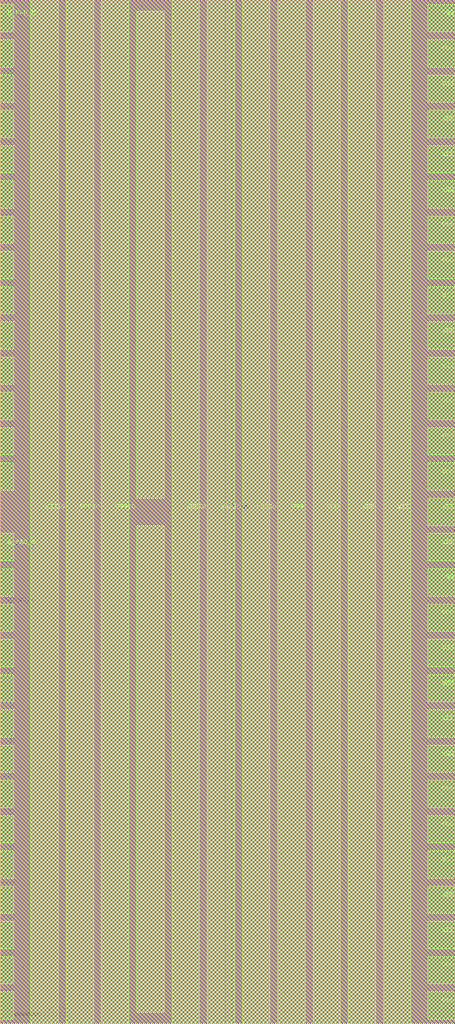
<source format=lef>
VERSION 5.8 ;
BUSBITCHARS "[]" ;
DIVIDERCHAR "/" ;


MACRO RIIO_EG1D80V_HPLVDS_RX_SLVT28_V
  CLASS PAD INOUT ;
  ORIGIN 0 0 ;
  FOREIGN RIIO_EG1D80V_HPLVDS_RX_SLVT28_V 0 0 ;
  SIZE 180 BY 80 ;
  SYMMETRY X Y ;
  SITE IO_NS_site ;
  PIN RTERM_TRIM_I[3]
    DIRECTION INPUT ;
    USE SIGNAL ;
    ANTENNAPARTIALMETALAREA 0.32 LAYER C1 ;
    ANTENNAMODEL OXIDE1 ;
      ANTENNAGATEAREA 0.00896 LAYER C1 ;
      ANTENNAMAXAREACAR 45.348214 LAYER C1 ;
    PORT
      LAYER C1 ;
        RECT 39.35 79.84 39.51 80 ;
    END
  END RTERM_TRIM_I[3]
  PIN RTERM_EN_I
    DIRECTION INPUT ;
    USE SIGNAL ;
    ANTENNAPARTIALMETALAREA 0.32 LAYER C1 ;
    ANTENNAMODEL OXIDE1 ;
      ANTENNAGATEAREA 0.0616 LAYER C1 ;
      ANTENNAMAXAREACAR 17.401664 LAYER C1 ;
    PORT
      LAYER C1 ;
        RECT 27.91 79.84 28.07 80 ;
    END
  END RTERM_EN_I
  PIN RTERM_TRIM_I[0]
    DIRECTION INPUT ;
    USE SIGNAL ;
    ANTENNAPARTIALMETALAREA 0.32 LAYER C1 ;
    ANTENNAMODEL OXIDE1 ;
      ANTENNAGATEAREA 0.00896 LAYER C1 ;
      ANTENNAMAXAREACAR 45.419643 LAYER C1 ;
    PORT
      LAYER C1 ;
        RECT 28.43 79.84 28.59 80 ;
    END
  END RTERM_TRIM_I[0]
  PIN RX_GAIN_I[2]
    DIRECTION INPUT ;
    USE SIGNAL ;
    ANTENNAPARTIALMETALAREA 6.8425 LAYER C3 ;
    ANTENNAPARTIALMETALAREA 0.0944 LAYER C2 ;
    ANTENNAPARTIALMETALAREA 0.184 LAYER C1 ;
    ANTENNAPARTIALCUTAREA 0.00396 LAYER A1 ;
    ANTENNAPARTIALCUTAREA 0.00396 LAYER A2 ;
    ANTENNAMODEL OXIDE1 ;
      ANTENNAGATEAREA 0.036 LAYER C3 ;
      ANTENNAMAXAREACAR 386.518889 LAYER C3 ;
    PORT
      LAYER C1 ;
        RECT 87.45 79.84 87.61 80 ;
    END
  END RX_GAIN_I[2]
  PIN EI_DETECT_O
    DIRECTION OUTPUT ;
    USE SIGNAL ;
    ANTENNAPARTIALMETALAREA 3.01654 LAYER C1 ;
    ANTENNADIFFAREA 0.081 LAYER C1 ;
    PORT
      LAYER C1 ;
        RECT 110.33 79.84 110.49 80 ;
    END
  END EI_DETECT_O
  PIN RX_CTLE_RES_I[1]
    DIRECTION INPUT ;
    USE SIGNAL ;
    ANTENNAPARTIALMETALAREA 6.7585 LAYER C3 ;
    ANTENNAPARTIALMETALAREA 0.0416 LAYER C2 ;
    ANTENNAPARTIALMETALAREA 0.28 LAYER C1 ;
    ANTENNAPARTIALCUTAREA 0.00396 LAYER A1 ;
    ANTENNAPARTIALCUTAREA 0.00396 LAYER A2 ;
    ANTENNAMODEL OXIDE1 ;
      ANTENNAGATEAREA 0.0198 LAYER C3 ;
      ANTENNAMAXAREACAR 690.423232 LAYER C3 ;
    PORT
      LAYER C1 ;
        RECT 90.31 79.84 90.47 80 ;
    END
  END RX_CTLE_RES_I[1]
  PIN RX_CTLE_CAP_I[3]
    DIRECTION INPUT ;
    USE SIGNAL ;
    ANTENNAPARTIALMETALAREA 6.7585 LAYER C3 ;
    ANTENNAPARTIALMETALAREA 0.0416 LAYER C2 ;
    ANTENNAPARTIALMETALAREA 0.28 LAYER C1 ;
    ANTENNAPARTIALCUTAREA 0.00396 LAYER A1 ;
    ANTENNAPARTIALCUTAREA 0.00396 LAYER A2 ;
    ANTENNAMODEL OXIDE1 ;
      ANTENNAGATEAREA 0.0198 LAYER C3 ;
      ANTENNAMAXAREACAR 896.394949 LAYER C3 ;
    PORT
      LAYER C1 ;
        RECT 89.53 79.84 89.69 80 ;
    END
  END RX_CTLE_CAP_I[3]
  PIN RX_CTLE_CAP_I[2]
    DIRECTION INPUT ;
    USE SIGNAL ;
    ANTENNAPARTIALMETALAREA 6.7795 LAYER C3 ;
    ANTENNAPARTIALMETALAREA 0.0336 LAYER C2 ;
    ANTENNAPARTIALMETALAREA 0.256 LAYER C1 ;
    ANTENNAPARTIALCUTAREA 0.00396 LAYER A1 ;
    ANTENNAPARTIALCUTAREA 0.00396 LAYER A2 ;
    ANTENNAMODEL OXIDE1 ;
      ANTENNAGATEAREA 0.0198 LAYER C3 ;
      ANTENNAMAXAREACAR 872.669697 LAYER C3 ;
    PORT
      LAYER C1 ;
        RECT 89.01 79.84 89.17 80 ;
    END
  END RX_CTLE_CAP_I[2]
  PIN RX_CTLE_RES_I[4]
    DIRECTION INPUT ;
    USE SIGNAL ;
    ANTENNAPARTIALMETALAREA 6.8215 LAYER C3 ;
    ANTENNAPARTIALMETALAREA 0.072 LAYER C2 ;
    ANTENNAPARTIALMETALAREA 0.208 LAYER C1 ;
    ANTENNAPARTIALCUTAREA 0.00396 LAYER A1 ;
    ANTENNAPARTIALCUTAREA 0.00396 LAYER A2 ;
    ANTENNAMODEL OXIDE1 ;
      ANTENNAGATEAREA 0.0198 LAYER C3 ;
      ANTENNAMAXAREACAR 687.192929 LAYER C3 ;
    PORT
      LAYER C1 ;
        RECT 91.87 79.84 92.03 80 ;
    END
  END RX_CTLE_RES_I[4]
  PIN RX_CTLE_RES_I[3]
    DIRECTION INPUT ;
    USE SIGNAL ;
    ANTENNAPARTIALMETALAREA 6.8005 LAYER C3 ;
    ANTENNAPARTIALMETALAREA 0.0496 LAYER C2 ;
    ANTENNAPARTIALMETALAREA 0.232 LAYER C1 ;
    ANTENNAPARTIALCUTAREA 0.00396 LAYER A1 ;
    ANTENNAPARTIALCUTAREA 0.00396 LAYER A2 ;
    ANTENNAMODEL OXIDE1 ;
      ANTENNAGATEAREA 0.0198 LAYER C3 ;
      ANTENNAMAXAREACAR 688.269697 LAYER C3 ;
    PORT
      LAYER C1 ;
        RECT 91.35 79.84 91.51 80 ;
    END
  END RX_CTLE_RES_I[3]
  PIN RX_EN_I
    DIRECTION INPUT ;
    USE SIGNAL ;
    ANTENNAPARTIALMETALAREA 6.8845 LAYER C3 ;
    ANTENNAPARTIALMETALAREA 0.1392 LAYER C2 ;
    ANTENNAPARTIALMETALAREA 0.136 LAYER C1 ;
    ANTENNAPARTIALCUTAREA 0.00396 LAYER A1 ;
    ANTENNAPARTIALCUTAREA 0.00396 LAYER A2 ;
    ANTENNAMODEL OXIDE1 ;
      ANTENNAGATEAREA 0.036 LAYER C3 ;
      ANTENNAMAXAREACAR 384.76 LAYER C3 ;
    PORT
      LAYER C1 ;
        RECT 86.41 79.84 86.57 80 ;
    END
  END RX_EN_I
  PIN RX_CTLE_RES_I[2]
    DIRECTION INPUT ;
    USE SIGNAL ;
    ANTENNAPARTIALMETALAREA 6.7795 LAYER C3 ;
    ANTENNAPARTIALMETALAREA 0.02744 LAYER C2 ;
    ANTENNAPARTIALMETALAREA 0.256 LAYER C1 ;
    ANTENNAPARTIALCUTAREA 0.00396 LAYER A1 ;
    ANTENNAPARTIALCUTAREA 0.00396 LAYER A2 ;
    ANTENNAMODEL OXIDE1 ;
      ANTENNAGATEAREA 0.0198 LAYER C3 ;
      ANTENNAMAXAREACAR 689.346465 LAYER C3 ;
    PORT
      LAYER C1 ;
        RECT 90.83 79.84 90.99 80 ;
    END
  END RX_CTLE_RES_I[2]
  PIN RTERM_TRIM_I[1]
    DIRECTION INPUT ;
    USE SIGNAL ;
    ANTENNAPARTIALMETALAREA 0.32 LAYER C1 ;
    ANTENNAMODEL OXIDE1 ;
      ANTENNAGATEAREA 0.00896 LAYER C1 ;
      ANTENNAMAXAREACAR 45.741071 LAYER C1 ;
    PORT
      LAYER C1 ;
        RECT 32.07 79.84 32.23 80 ;
    END
  END RTERM_TRIM_I[1]
  PIN RX_CTLE_CAP_I[1]
    DIRECTION INPUT ;
    USE SIGNAL ;
    ANTENNAPARTIALMETALAREA 6.8005 LAYER C3 ;
    ANTENNAPARTIALMETALAREA 0.0496 LAYER C2 ;
    ANTENNAPARTIALMETALAREA 0.232 LAYER C1 ;
    ANTENNAPARTIALCUTAREA 0.00396 LAYER A1 ;
    ANTENNAPARTIALCUTAREA 0.00396 LAYER A2 ;
    ANTENNAMODEL OXIDE1 ;
      ANTENNAGATEAREA 0.0198 LAYER C3 ;
      ANTENNAMAXAREACAR 873.912121 LAYER C3 ;
    PORT
      LAYER C1 ;
        RECT 88.49 79.84 88.65 80 ;
    END
  END RX_CTLE_CAP_I[1]
  PIN RTERM_TRIM_I[2]
    DIRECTION INPUT ;
    USE SIGNAL ;
    ANTENNAPARTIALMETALAREA 0.32 LAYER C1 ;
    ANTENNAMODEL OXIDE1 ;
      ANTENNAGATEAREA 0.00896 LAYER C1 ;
      ANTENNAMAXAREACAR 45.544643 LAYER C1 ;
    PORT
      LAYER C1 ;
        RECT 35.71 79.84 35.87 80 ;
    END
  END RTERM_TRIM_I[2]
  PIN RX_CTLE_RES_I[7]
    DIRECTION INPUT ;
    USE SIGNAL ;
    ANTENNAPARTIALMETALAREA 6.8845 LAYER C3 ;
    ANTENNAPARTIALMETALAREA 0.1392 LAYER C2 ;
    ANTENNAPARTIALMETALAREA 0.136 LAYER C1 ;
    ANTENNAPARTIALCUTAREA 0.00396 LAYER A1 ;
    ANTENNAPARTIALCUTAREA 0.00396 LAYER A2 ;
    ANTENNAMODEL OXIDE1 ;
      ANTENNAGATEAREA 0.0198 LAYER C3 ;
      ANTENNAMAXAREACAR 683.977778 LAYER C3 ;
    PORT
      LAYER C1 ;
        RECT 93.43 79.84 93.59 80 ;
    END
  END RX_CTLE_RES_I[7]
  PIN A_PAD_B
    DIRECTION INOUT ;
    USE SIGNAL ;
    ANTENNAPARTIALMETALAREA 3851.735 LAYER C4 ;
    ANTENNAPARTIALMETALAREA 4615.621 LAYER C3 ;
    ANTENNAPARTIALMETALAREA 3859.61 LAYER C5 ;
    ANTENNAPARTIALMETALAREA 2934.7608 LAYER JA ;
    ANTENNAPARTIALMETALAREA 4372.8408 LAYER QA ;
    ANTENNAPARTIALMETALAREA 3812.2008 LAYER QB ;
    ANTENNAPARTIALMETALAREA 1632.21795 LAYER C2 ;
    ANTENNAPARTIALCUTAREA 76.332608 LAYER A4 ;
    ANTENNAPARTIALCUTAREA 64.360384 LAYER A3 ;
    ANTENNAPARTIALCUTAREA 165.568536 LAYER YS ;
    ANTENNAPARTIALCUTAREA 241.92 LAYER JV ;
    ANTENNAPARTIALCUTAREA 293.76 LAYER JW ;
    ANTENNAPARTIALCUTAREA 32.946144 LAYER A2 ;
    ANTENNADIFFAREA 889.8282 LAYER C4 ;
    ANTENNADIFFAREA 889.8282 LAYER C3 ;
    ANTENNADIFFAREA 889.8282 LAYER C5 ;
    ANTENNADIFFAREA 889.8282 LAYER JA ;
    ANTENNADIFFAREA 889.8282 LAYER QA ;
    ANTENNADIFFAREA 889.8282 LAYER QB ;
    ANTENNADIFFAREA 551.0762 LAYER C2 ;
    PORT
      LAYER QB ;
        RECT 2 24 87.6 28.8 ;
        RECT 81.4 0 86.2 2.4 ;
        RECT 75.2 0 80 2.4 ;
        RECT 69 0 73.8 2.4 ;
        RECT 62.8 0 67.6 2.4 ;
        RECT 56.6 0 61.4 2.4 ;
        RECT 50.4 0 55.2 2.4 ;
        RECT 44.2 0 49 2.4 ;
        RECT 38 0 42.8 2.4 ;
        RECT 31.8 0 36.6 2.4 ;
        RECT 25.6 0 30.4 2.4 ;
        RECT 19.4 0 24.2 2.4 ;
        RECT 13.2 0 18 2.4 ;
        RECT 7 0 11.8 2.4 ;
        RECT 0.8 0 5.6 2.4 ;
      LAYER QA ;
        RECT 81.4 0 86.2 2.4 ;
        RECT 75.2 0 80 2.4 ;
        RECT 69 0 73.8 2.4 ;
        RECT 62.8 0 67.6 2.4 ;
        RECT 56.6 0 61.4 2.4 ;
        RECT 50.4 0 55.2 2.4 ;
        RECT 44.2 0 49 2.4 ;
        RECT 38 0 42.8 2.4 ;
        RECT 31.8 0 36.6 2.4 ;
        RECT 25.6 0 30.4 2.4 ;
        RECT 19.4 0 24.2 2.4 ;
        RECT 13.2 0 18 2.4 ;
        RECT 7 0 11.8 2.4 ;
        RECT 0.8 0 5.6 2.4 ;
      LAYER JA ;
        RECT 81.4 0 86.2 2.4 ;
        RECT 75.2 0 80 2.4 ;
        RECT 69 0 73.8 2.4 ;
        RECT 62.8 0 67.6 2.4 ;
        RECT 56.6 0 61.4 2.4 ;
        RECT 50.4 0 55.2 2.4 ;
        RECT 44.2 0 49 2.4 ;
        RECT 38 0 42.8 2.4 ;
        RECT 31.8 0 36.6 2.4 ;
        RECT 25.6 0 30.4 2.4 ;
        RECT 19.4 0 24.2 2.4 ;
        RECT 13.2 0 18 2.4 ;
        RECT 7 0 11.8 2.4 ;
        RECT 0.8 0 5.6 2.4 ;
      LAYER C5 ;
        RECT 81.15 0 84.75 1.85 ;
        RECT 76.45 0 80.05 1.85 ;
        RECT 71.75 0 75.35 1.85 ;
        RECT 67.05 0 70.65 1.85 ;
        RECT 62.35 0 65.95 1.85 ;
        RECT 57.65 0 61.25 1.85 ;
        RECT 52.95 0 56.55 1.85 ;
        RECT 48.25 0 51.85 1.85 ;
        RECT 43.55 0 47.15 1.85 ;
        RECT 38.85 0 42.45 1.85 ;
        RECT 34.15 0 37.75 1.85 ;
        RECT 29.45 0 33.05 1.85 ;
        RECT 24.75 0 28.35 1.85 ;
        RECT 20.05 0 23.65 1.85 ;
        RECT 15.35 0 18.95 1.85 ;
        RECT 10.65 0 14.25 1.85 ;
        RECT 5.95 0 9.55 1.85 ;
        RECT 2.5 0 4.85 1.85 ;
      LAYER C4 ;
        RECT 81.15 0 84.75 1.85 ;
        RECT 76.45 0 80.05 1.85 ;
        RECT 71.75 0 75.35 1.85 ;
        RECT 67.05 0 70.65 1.85 ;
        RECT 62.35 0 65.95 1.85 ;
        RECT 57.65 0 61.25 1.85 ;
        RECT 52.95 0 56.55 1.85 ;
        RECT 48.25 0 51.85 1.85 ;
        RECT 43.55 0 47.15 1.85 ;
        RECT 38.85 0 42.45 1.85 ;
        RECT 34.15 0 37.75 1.85 ;
        RECT 29.45 0 33.05 1.85 ;
        RECT 24.75 0 28.35 1.85 ;
        RECT 20.05 0 23.65 1.85 ;
        RECT 15.35 0 18.95 1.85 ;
        RECT 10.65 0 14.25 1.85 ;
        RECT 5.95 0 9.55 1.85 ;
        RECT 2.5 0 4.85 1.85 ;
      LAYER C2 ;
        RECT 81.15 0 84.75 1.85 ;
        RECT 76.45 0 80.05 1.85 ;
        RECT 71.75 0 75.35 1.85 ;
        RECT 67.05 0 70.65 1.85 ;
        RECT 62.35 0 65.95 1.85 ;
        RECT 57.65 0 61.25 1.85 ;
        RECT 52.95 0 56.55 1.85 ;
        RECT 48.25 0 51.85 1.85 ;
        RECT 43.55 0 47.15 1.85 ;
        RECT 38.85 0 42.45 1.85 ;
        RECT 34.15 0 37.75 1.85 ;
        RECT 29.45 0 33.05 1.85 ;
        RECT 24.75 0 28.35 1.85 ;
        RECT 20.05 0 23.65 1.85 ;
        RECT 15.35 0 18.95 1.85 ;
        RECT 10.65 0 14.25 1.85 ;
        RECT 5.95 0 9.55 1.85 ;
        RECT 1.25 0 4.85 1.85 ;
      LAYER C3 ;
        RECT 81.15 0 84.75 1.85 ;
        RECT 76.45 0 80.05 1.85 ;
        RECT 71.75 0 75.35 1.85 ;
        RECT 67.05 0 70.65 1.85 ;
        RECT 62.35 0 65.95 1.85 ;
        RECT 57.65 0 61.25 1.85 ;
        RECT 52.95 0 56.55 1.85 ;
        RECT 48.25 0 51.85 1.85 ;
        RECT 43.55 0 47.15 1.85 ;
        RECT 38.85 0 42.45 1.85 ;
        RECT 34.15 0 37.75 1.85 ;
        RECT 29.45 0 33.05 1.85 ;
        RECT 24.75 0 28.35 1.85 ;
        RECT 20.05 0 23.65 1.85 ;
        RECT 15.35 0 18.95 1.85 ;
        RECT 10.65 0 14.25 1.85 ;
        RECT 5.95 0 9.55 1.85 ;
        RECT 2.5 0 4.85 1.85 ;
    END
  END A_PAD_B
  PIN RX_CTLE_RES_I[6]
    DIRECTION INPUT ;
    USE SIGNAL ;
    ANTENNAPARTIALMETALAREA 6.8635 LAYER C3 ;
    ANTENNAPARTIALMETALAREA 0.1168 LAYER C2 ;
    ANTENNAPARTIALMETALAREA 0.16 LAYER C1 ;
    ANTENNAPARTIALCUTAREA 0.00396 LAYER A1 ;
    ANTENNAPARTIALCUTAREA 0.00396 LAYER A2 ;
    ANTENNAMODEL OXIDE1 ;
      ANTENNAGATEAREA 0.0198 LAYER C3 ;
      ANTENNAMAXAREACAR 685.039394 LAYER C3 ;
    PORT
      LAYER C1 ;
        RECT 92.91 79.84 93.07 80 ;
    END
  END RX_CTLE_RES_I[6]
  PIN VSS
    DIRECTION INOUT ;
    USE GROUND ;
    NETEXPR "vss VSS!" ;
    PORT
      CLASS CORE ;
      LAYER QB ;
        RECT 0.8 75.2 5.6 80 ;
      LAYER QA ;
        RECT 0.8 75.2 5.6 80 ;
      LAYER JA ;
        RECT 0.8 75.2 5.6 80 ;
    END
    PORT
      CLASS CORE ;
      LAYER QB ;
        RECT 13.2 75.2 18 80 ;
      LAYER QA ;
        RECT 13.2 75.2 18 80 ;
      LAYER JA ;
        RECT 13.2 75.2 18 80 ;
    END
    PORT
      CLASS CORE ;
      LAYER QB ;
        RECT 25.6 75.2 30.4 80 ;
      LAYER QA ;
        RECT 25.6 75.2 30.4 80 ;
      LAYER JA ;
        RECT 25.6 75.2 30.4 80 ;
    END
    PORT
      CLASS CORE ;
      LAYER QB ;
        RECT 38 75.2 42.8 80 ;
      LAYER QA ;
        RECT 38 75.2 42.8 80 ;
      LAYER JA ;
        RECT 38 75.2 42.8 80 ;
    END
    PORT
      CLASS CORE ;
      LAYER QB ;
        RECT 50.4 75.2 55.2 80 ;
      LAYER QA ;
        RECT 50.4 75.2 55.2 80 ;
      LAYER JA ;
        RECT 50.4 75.2 55.2 80 ;
    END
    PORT
      CLASS CORE ;
      LAYER QB ;
        RECT 62.8 75.2 67.6 80 ;
      LAYER QA ;
        RECT 62.8 75.2 67.6 80 ;
      LAYER JA ;
        RECT 62.8 75.2 67.6 80 ;
    END
    PORT
      CLASS CORE ;
      LAYER QB ;
        RECT 75.2 75.2 80 80 ;
      LAYER QA ;
        RECT 75.2 75.2 80 80 ;
      LAYER JA ;
        RECT 75.2 75.2 80 80 ;
    END
    PORT
      CLASS CORE ;
      LAYER QB ;
        RECT 87.6 75.2 92.4 80 ;
      LAYER QA ;
        RECT 87.6 75.2 92.4 80 ;
      LAYER JA ;
        RECT 87.6 75.2 92.4 80 ;
    END
    PORT
      CLASS CORE ;
      LAYER QB ;
        RECT 100 75.2 104.8 80 ;
      LAYER QA ;
        RECT 100 75.2 104.8 80 ;
      LAYER JA ;
        RECT 100 75.2 104.8 80 ;
    END
    PORT
      CLASS CORE ;
      LAYER QB ;
        RECT 112.4 75.2 117.2 80 ;
      LAYER QA ;
        RECT 112.4 75.2 117.2 80 ;
      LAYER JA ;
        RECT 112.4 75.2 117.2 80 ;
    END
    PORT
      CLASS CORE ;
      LAYER QB ;
        RECT 124.8 75.2 129.6 80 ;
      LAYER QA ;
        RECT 124.8 75.2 129.6 80 ;
      LAYER JA ;
        RECT 124.8 75.2 129.6 80 ;
    END
    PORT
      CLASS CORE ;
      LAYER QB ;
        RECT 137.2 75.2 142 80 ;
      LAYER QA ;
        RECT 137.2 75.2 142 80 ;
      LAYER JA ;
        RECT 137.2 75.2 142 80 ;
    END
    PORT
      CLASS CORE ;
      LAYER QB ;
        RECT 149.6 75.2 154.4 80 ;
      LAYER QA ;
        RECT 149.6 75.2 154.4 80 ;
      LAYER JA ;
        RECT 149.6 75.2 154.4 80 ;
    END
    PORT
      CLASS CORE ;
      LAYER QB ;
        RECT 162 75.2 166.8 80 ;
      LAYER QA ;
        RECT 162 75.2 166.8 80 ;
      LAYER JA ;
        RECT 162 75.2 166.8 80 ;
    END
    PORT
      CLASS CORE ;
      LAYER QB ;
        RECT 174.4 75.2 179.2 80 ;
      LAYER QA ;
        RECT 174.4 75.2 179.2 80 ;
      LAYER JA ;
        RECT 174.4 75.2 179.2 80 ;
    END
    PORT
      LAYER QB ;
        RECT 0 67.4 180 72.2 ;
    END
    PORT
      LAYER QB ;
        RECT 0 48.8 180 53.6 ;
    END
  END VSS
  PIN VDD
    DIRECTION INOUT ;
    USE POWER ;
    NETEXPR "vdd VDD!" ;
    PORT
      CLASS CORE ;
      LAYER QB ;
        RECT 7 75.2 11.8 80 ;
      LAYER QA ;
        RECT 7 75.2 11.8 80 ;
      LAYER JA ;
        RECT 7 75.2 11.8 80 ;
    END
    PORT
      CLASS CORE ;
      LAYER QB ;
        RECT 19.4 75.2 24.2 80 ;
      LAYER QA ;
        RECT 19.4 75.2 24.2 80 ;
      LAYER JA ;
        RECT 19.4 75.2 24.2 80 ;
    END
    PORT
      CLASS CORE ;
      LAYER QB ;
        RECT 31.8 75.2 36.6 80 ;
      LAYER QA ;
        RECT 31.8 75.2 36.6 80 ;
      LAYER JA ;
        RECT 31.8 75.2 36.6 80 ;
    END
    PORT
      CLASS CORE ;
      LAYER QB ;
        RECT 44.2 75.2 49 80 ;
      LAYER QA ;
        RECT 44.2 75.2 49 80 ;
      LAYER JA ;
        RECT 44.2 75.2 49 80 ;
    END
    PORT
      CLASS CORE ;
      LAYER QB ;
        RECT 56.6 75.2 61.4 80 ;
      LAYER QA ;
        RECT 56.6 75.2 61.4 80 ;
      LAYER JA ;
        RECT 56.6 75.2 61.4 80 ;
    END
    PORT
      CLASS CORE ;
      LAYER QB ;
        RECT 69 75.2 73.8 80 ;
      LAYER QA ;
        RECT 69 75.2 73.8 80 ;
      LAYER JA ;
        RECT 69 75.2 73.8 80 ;
    END
    PORT
      CLASS CORE ;
      LAYER QB ;
        RECT 81.4 75.2 86.2 80 ;
      LAYER QA ;
        RECT 81.4 75.2 86.2 80 ;
      LAYER JA ;
        RECT 81.4 75.2 86.2 80 ;
    END
    PORT
      CLASS CORE ;
      LAYER QB ;
        RECT 93.8 75.2 98.6 80 ;
      LAYER QA ;
        RECT 93.8 75.2 98.6 80 ;
      LAYER JA ;
        RECT 93.8 75.2 98.6 80 ;
    END
    PORT
      CLASS CORE ;
      LAYER QB ;
        RECT 106.2 75.2 111 80 ;
      LAYER QA ;
        RECT 106.2 75.2 111 80 ;
      LAYER JA ;
        RECT 106.2 75.2 111 80 ;
    END
    PORT
      CLASS CORE ;
      LAYER QB ;
        RECT 118.6 75.2 123.4 80 ;
      LAYER QA ;
        RECT 118.6 75.2 123.4 80 ;
      LAYER JA ;
        RECT 118.6 75.2 123.4 80 ;
    END
    PORT
      CLASS CORE ;
      LAYER QB ;
        RECT 131 75.2 135.8 80 ;
      LAYER QA ;
        RECT 131 75.2 135.8 80 ;
      LAYER JA ;
        RECT 131 75.2 135.8 80 ;
    END
    PORT
      CLASS CORE ;
      LAYER QB ;
        RECT 143.4 75.2 148.2 80 ;
      LAYER QA ;
        RECT 143.4 75.2 148.2 80 ;
      LAYER JA ;
        RECT 143.4 75.2 148.2 80 ;
    END
    PORT
      CLASS CORE ;
      LAYER QB ;
        RECT 155.8 75.2 160.6 80 ;
      LAYER QA ;
        RECT 155.8 75.2 160.6 80 ;
      LAYER JA ;
        RECT 155.8 75.2 160.6 80 ;
    END
    PORT
      CLASS CORE ;
      LAYER QB ;
        RECT 168.2 75.2 173 80 ;
      LAYER QA ;
        RECT 168.2 75.2 173 80 ;
      LAYER JA ;
        RECT 168.2 75.2 173 80 ;
    END
    PORT
      LAYER QB ;
        RECT 0 61.2 180 66 ;
    END
    PORT
      LAYER QB ;
        RECT 0 55 180 59.8 ;
    END
  END VDD
  PIN VSSIO
    DIRECTION INOUT ;
    USE GROUND ;
    NETEXPR "vssio VSSIO!" ;
    PORT
      LAYER QB ;
        RECT 0 42.6 180 47.4 ;
    END
    PORT
      LAYER QB ;
        RECT 0 17.8 180 22.6 ;
    END
    PORT
      LAYER QB ;
        RECT 0 5.4 180 10.2 ;
    END
  END VSSIO
  PIN B_PAD_B
    DIRECTION INOUT ;
    USE SIGNAL ;
    ANTENNAPARTIALMETALAREA 2385.0375 LAYER C4 ;
    ANTENNAPARTIALMETALAREA 1287.3555 LAYER C3 ;
    ANTENNAPARTIALMETALAREA 2651.475 LAYER C5 ;
    ANTENNAPARTIALMETALAREA 2325.6408 LAYER JA ;
    ANTENNAPARTIALMETALAREA 3087.8808 LAYER QA ;
    ANTENNAPARTIALMETALAREA 3196.3608 LAYER QB ;
    ANTENNAPARTIALMETALAREA 35.36175 LAYER C2 ;
    ANTENNAPARTIALCUTAREA 24.45168 LAYER A4 ;
    ANTENNAPARTIALCUTAREA 5.602784 LAYER A3 ;
    ANTENNAPARTIALCUTAREA 132.146316 LAYER YS ;
    ANTENNAPARTIALCUTAREA 172.8 LAYER JV ;
    ANTENNAPARTIALCUTAREA 224.64 LAYER JW ;
    ANTENNAPARTIALCUTAREA 10.82224 LAYER A2 ;
    ANTENNADIFFAREA 721.7962 LAYER C4 ;
    ANTENNADIFFAREA 334.12 LAYER C3 ;
    ANTENNADIFFAREA 721.7962 LAYER C5 ;
    ANTENNADIFFAREA 721.7962 LAYER JA ;
    ANTENNADIFFAREA 721.7962 LAYER QA ;
    ANTENNADIFFAREA 721.7962 LAYER QB ;
    ANTENNADIFFAREA 163.4 LAYER C2 ;
    PORT
      LAYER QB ;
        RECT 174.417 0 179.217 2.4 ;
        RECT 92.4 24 178 28.8 ;
        RECT 168.217 0 173.017 2.4 ;
        RECT 162.017 0 166.817 2.4 ;
        RECT 155.817 0 160.617 2.4 ;
        RECT 149.617 0 154.417 2.4 ;
        RECT 143.417 0 148.217 2.4 ;
        RECT 137.217 0 142.017 2.4 ;
        RECT 131.017 0 135.817 2.4 ;
        RECT 124.817 0 129.617 2.4 ;
        RECT 118.617 0 123.417 2.4 ;
        RECT 112.417 0 117.217 2.4 ;
        RECT 106.217 0 111.017 2.4 ;
        RECT 100.017 0 104.817 2.4 ;
        RECT 93.817 0 98.617 2.4 ;
      LAYER QA ;
        RECT 174.417 0 179.217 2.4 ;
        RECT 168.217 0 173.017 2.4 ;
        RECT 162.017 0 166.817 2.4 ;
        RECT 155.817 0 160.617 2.4 ;
        RECT 149.617 0 154.417 2.4 ;
        RECT 143.417 0 148.217 2.4 ;
        RECT 137.217 0 142.017 2.4 ;
        RECT 131.017 0 135.817 2.4 ;
        RECT 124.817 0 129.617 2.4 ;
        RECT 118.617 0 123.417 2.4 ;
        RECT 112.417 0 117.217 2.4 ;
        RECT 106.217 0 111.017 2.4 ;
        RECT 100.017 0 104.817 2.4 ;
        RECT 93.817 0 98.617 2.4 ;
      LAYER JA ;
        RECT 174.417 0 179.217 2.4 ;
        RECT 168.217 0 173.017 2.4 ;
        RECT 162.017 0 166.817 2.4 ;
        RECT 155.817 0 160.617 2.4 ;
        RECT 149.617 0 154.417 2.4 ;
        RECT 143.417 0 148.217 2.4 ;
        RECT 137.217 0 142.017 2.4 ;
        RECT 131.017 0 135.817 2.4 ;
        RECT 124.817 0 129.617 2.4 ;
        RECT 118.617 0 123.417 2.4 ;
        RECT 112.417 0 117.217 2.4 ;
        RECT 106.217 0 111.017 2.4 ;
        RECT 100.017 0 104.817 2.4 ;
        RECT 93.817 0 98.617 2.4 ;
      LAYER C5 ;
        RECT 175.15 0 177.5 1.85 ;
        RECT 170.45 0 174.05 1.85 ;
        RECT 165.75 0 169.35 1.85 ;
        RECT 161.05 0 164.65 1.85 ;
        RECT 156.35 0 159.95 1.85 ;
        RECT 151.65 0 155.25 1.85 ;
        RECT 146.95 0 150.55 1.85 ;
        RECT 142.25 0 145.85 1.85 ;
        RECT 137.55 0 141.15 1.85 ;
        RECT 132.85 0 136.45 1.85 ;
        RECT 128.15 0 131.75 1.85 ;
        RECT 123.45 0 127.05 1.85 ;
        RECT 118.75 0 122.35 1.85 ;
        RECT 114.05 0 117.65 1.85 ;
        RECT 109.35 0 112.95 1.85 ;
        RECT 104.65 0 108.25 1.85 ;
        RECT 99.95 0 103.55 1.85 ;
        RECT 95.25 0 98.85 1.85 ;
      LAYER C4 ;
        RECT 175.15 0 177.5 1.85 ;
        RECT 170.45 0 174.05 1.85 ;
        RECT 165.75 0 169.35 1.85 ;
        RECT 161.05 0 164.65 1.85 ;
        RECT 156.35 0 159.95 1.85 ;
        RECT 151.65 0 155.25 1.85 ;
        RECT 146.95 0 150.55 1.85 ;
        RECT 142.25 0 145.85 1.85 ;
        RECT 137.55 0 141.15 1.85 ;
        RECT 132.85 0 136.45 1.85 ;
        RECT 128.15 0 131.75 1.85 ;
        RECT 123.45 0 127.05 1.85 ;
        RECT 118.75 0 122.35 1.85 ;
        RECT 114.05 0 117.65 1.85 ;
        RECT 109.35 0 112.95 1.85 ;
        RECT 104.65 0 108.25 1.85 ;
        RECT 99.95 0 103.55 1.85 ;
        RECT 95.25 0 98.85 1.85 ;
      LAYER C2 ;
        RECT 175.15 0 178.75 1.85 ;
        RECT 170.45 0 174.05 1.85 ;
        RECT 165.75 0 169.35 1.85 ;
        RECT 161.05 0 164.65 1.85 ;
        RECT 156.35 0 159.95 1.85 ;
        RECT 151.65 0 155.25 1.85 ;
        RECT 146.95 0 150.55 1.85 ;
        RECT 142.25 0 145.85 1.85 ;
        RECT 137.55 0 141.15 1.85 ;
        RECT 132.85 0 136.45 1.85 ;
        RECT 128.15 0 131.75 1.85 ;
        RECT 123.45 0 127.05 1.85 ;
        RECT 118.75 0 122.35 1.85 ;
        RECT 114.05 0 117.65 1.85 ;
        RECT 109.35 0 112.95 1.85 ;
        RECT 104.65 0 108.25 1.85 ;
        RECT 99.95 0 103.55 1.85 ;
        RECT 95.25 0 98.85 1.85 ;
      LAYER C3 ;
        RECT 175.15 0 177.5 1.85 ;
        RECT 170.45 0 174.05 1.85 ;
        RECT 165.75 0 169.35 1.85 ;
        RECT 161.05 0 164.65 1.85 ;
        RECT 156.35 0 159.95 1.85 ;
        RECT 151.65 0 155.25 1.85 ;
        RECT 146.95 0 150.55 1.85 ;
        RECT 142.25 0 145.85 1.85 ;
        RECT 137.55 0 141.15 1.85 ;
        RECT 132.85 0 136.45 1.85 ;
        RECT 128.15 0 131.75 1.85 ;
        RECT 123.45 0 127.05 1.85 ;
        RECT 118.75 0 122.35 1.85 ;
        RECT 114.05 0 117.65 1.85 ;
        RECT 109.35 0 112.95 1.85 ;
        RECT 104.65 0 108.25 1.85 ;
        RECT 99.95 0 103.55 1.85 ;
        RECT 95.25 0 98.85 1.85 ;
    END
  END B_PAD_B
  PIN EI_DETECT_EN_I
    DIRECTION INPUT ;
    USE SIGNAL ;
    ANTENNAPARTIALMETALAREA 0.32 LAYER C1 ;
    ANTENNAMODEL OXIDE1 ;
      ANTENNAGATEAREA 0.02576 LAYER C1 ;
      ANTENNAMAXAREACAR 13.791925 LAYER C1 ;
    PORT
      LAYER C1 ;
        RECT 67.95 79.84 68.11 80 ;
    END
  END EI_DETECT_EN_I
  PIN VDDIO
    DIRECTION INOUT ;
    USE POWER ;
    NETEXPR "vddio VDDIO!" ;
    PORT
      LAYER QB ;
        RECT 0 36.4 180 41.2 ;
    END
    PORT
      LAYER QB ;
        RECT 0 30.2 180 35 ;
    END
    PORT
      LAYER QB ;
        RECT 0 11.6 180 16.4 ;
    END
  END VDDIO
  PIN DI_O
    DIRECTION OUTPUT ;
    USE SIGNAL ;
    ANTENNAPARTIALMETALAREA 0.32 LAYER C1 ;
    ANTENNADIFFAREA 0.16192 LAYER C1 ;
    PORT
      LAYER C1 ;
        RECT 67.43 79.84 67.59 80 ;
    END
  END DI_O
  PIN RX_VCM_EN_I
    DIRECTION INPUT ;
    USE SIGNAL ;
    ANTENNAPARTIALMETALAREA 0.32 LAYER C1 ;
    ANTENNAMODEL OXIDE1 ;
      ANTENNAGATEAREA 0.02576 LAYER C1 ;
      ANTENNAMAXAREACAR 13.791925 LAYER C1 ;
    PORT
      LAYER C1 ;
        RECT 64.31 79.84 64.47 80 ;
    END
  END RX_VCM_EN_I
  PIN VBIAS
    DIRECTION INOUT ;
    USE SIGNAL ;
    ANTENNADIFFAREA 1.408 LAYER C4 ;
    NETEXPR "vbias VBIAS!" ;
    PORT
      LAYER C4 ;
        RECT 0 39.575 180 40.825 ;
    END
  END VBIAS
  PIN RX_POL_I
    DIRECTION INPUT ;
    USE SIGNAL ;
    ANTENNAPARTIALMETALAREA 0.2048 LAYER C1 ;
    ANTENNAMODEL OXIDE1 ;
      ANTENNAGATEAREA 0.0224 LAYER C1 ;
      ANTENNAMAXAREACAR 11.598214 LAYER C1 ;
    PORT
      LAYER C1 ;
        RECT 69.51 79.84 69.67 80 ;
    END
  END RX_POL_I
  PIN RX_GAIN_I[3]
    DIRECTION INPUT ;
    USE SIGNAL ;
    ANTENNAPARTIALMETALAREA 6.8215 LAYER C3 ;
    ANTENNAPARTIALMETALAREA 0.072 LAYER C2 ;
    ANTENNAPARTIALMETALAREA 0.208 LAYER C1 ;
    ANTENNAPARTIALCUTAREA 0.00396 LAYER A1 ;
    ANTENNAPARTIALCUTAREA 0.00396 LAYER A2 ;
    ANTENNAMODEL OXIDE1 ;
      ANTENNAGATEAREA 0.036 LAYER C3 ;
      ANTENNAMAXAREACAR 385.255556 LAYER C3 ;
    PORT
      LAYER C1 ;
        RECT 87.97 79.84 88.13 80 ;
    END
  END RX_GAIN_I[3]
  PIN RX_CTLE_RES_I[5]
    DIRECTION INPUT ;
    USE SIGNAL ;
    ANTENNAPARTIALMETALAREA 6.8425 LAYER C3 ;
    ANTENNAPARTIALMETALAREA 0.0944 LAYER C2 ;
    ANTENNAPARTIALMETALAREA 0.184 LAYER C1 ;
    ANTENNAPARTIALCUTAREA 0.00396 LAYER A1 ;
    ANTENNAPARTIALCUTAREA 0.00396 LAYER A2 ;
    ANTENNAMODEL OXIDE1 ;
      ANTENNAGATEAREA 0.0198 LAYER C3 ;
      ANTENNAMAXAREACAR 686.116162 LAYER C3 ;
    PORT
      LAYER C1 ;
        RECT 92.39 79.84 92.55 80 ;
    END
  END RX_CTLE_RES_I[5]
  PIN RX_GAIN_I[1]
    DIRECTION INPUT ;
    USE SIGNAL ;
    ANTENNAPARTIALMETALAREA 6.8635 LAYER C3 ;
    ANTENNAPARTIALMETALAREA 0.1168 LAYER C2 ;
    ANTENNAPARTIALMETALAREA 0.16 LAYER C1 ;
    ANTENNAPARTIALCUTAREA 0.00396 LAYER A1 ;
    ANTENNAPARTIALCUTAREA 0.00396 LAYER A2 ;
    ANTENNAMODEL OXIDE1 ;
      ANTENNAGATEAREA 0.036 LAYER C3 ;
      ANTENNAMAXAREACAR 385.923333 LAYER C3 ;
    PORT
      LAYER C1 ;
        RECT 86.93 79.84 87.09 80 ;
    END
  END RX_GAIN_I[1]
  OBS
    LAYER CA ;
      RECT 0 0 180 80 ;
    LAYER M1 ;
      RECT 0 0 180 80 ;
    LAYER V1 ;
      RECT 0 0 180 80 ;
    LAYER M2 ;
      RECT 0 0 180 80 ;
    LAYER A1 ;
      RECT 0 0 180 80 ;
    LAYER C2 ;
      RECT 0 0 180 80 ;
    LAYER CB ;
      RECT 0 0 180 80 ;
    LAYER JV ;
      RECT 0 0 180 80 ;
    LAYER YS ;
      RECT 0 0 180 80 ;
    LAYER JW ;
      RECT 0 0 180 80 ;
    LAYER QB ;
      RECT 0 0 180 80 ;
    LAYER QA ;
      RECT 0 0 180 80 ;
    LAYER JA ;
      RECT 0 0 180 80 ;
    LAYER AY ;
      RECT 0 0 180 80 ;
    LAYER C1 ;
      RECT 0 0 180 80 ;
    LAYER C5 ;
      RECT 0 0 180 80 ;
    LAYER C4 ;
      RECT 0 0 180 80 ;
    LAYER C3 ;
      RECT 0 0 180 80 ;
    LAYER A4 ;
      RECT 0 0 180 80 ;
    LAYER A3 ;
      RECT 0 0 180 80 ;
    LAYER A2 ;
      RECT 0 0 180 80 ;
  END
END RIIO_EG1D80V_HPLVDS_RX_SLVT28_V

MACRO RIIO_EG1D80V_HPLVDS_TX_SLVT28_V
  CLASS PAD INOUT ;
  ORIGIN 0 0 ;
  FOREIGN RIIO_EG1D80V_HPLVDS_TX_SLVT28_V 0 0 ;
  SIZE 180 BY 80 ;
  SYMMETRY X Y ;
  SITE IO_NS_site ;
  PIN TX_FFE_I
    DIRECTION INPUT ;
    USE SIGNAL ;
    ANTENNAPARTIALMETALAREA 0.2048 LAYER C1 ;
    ANTENNAMODEL OXIDE1 ;
      ANTENNAGATEAREA 0.02128 LAYER C1 ;
      ANTENNAMAXAREACAR 14.671992 LAYER C1 ;
    PORT
      LAYER C1 ;
        RECT 49.23 79.84 49.39 80 ;
    END
  END TX_FFE_I
  PIN VBIAS
    DIRECTION INOUT ;
    USE SIGNAL ;
    ANTENNADIFFAREA 1.408 LAYER C4 ;
    NETEXPR "vbias VBIAS!" ;
    PORT
      LAYER C4 ;
        RECT 0 39.575 180 40.825 ;
    END
  END VBIAS
  PIN RTERM_TRIM_I[3]
    DIRECTION INPUT ;
    USE SIGNAL ;
    ANTENNAPARTIALMETALAREA 0.32 LAYER C1 ;
    ANTENNAMODEL OXIDE1 ;
      ANTENNAGATEAREA 0.00896 LAYER C1 ;
      ANTENNAMAXAREACAR 45.348214 LAYER C1 ;
    PORT
      LAYER C1 ;
        RECT 39.35 79.84 39.51 80 ;
    END
  END RTERM_TRIM_I[3]
  PIN RTERM_EN_I
    DIRECTION INPUT ;
    USE SIGNAL ;
    ANTENNAPARTIALMETALAREA 0.32 LAYER C1 ;
    ANTENNAMODEL OXIDE1 ;
      ANTENNAGATEAREA 0.0616 LAYER C1 ;
      ANTENNAMAXAREACAR 17.401664 LAYER C1 ;
    PORT
      LAYER C1 ;
        RECT 27.91 79.84 28.07 80 ;
    END
  END RTERM_EN_I
  PIN RTERM_TRIM_I[0]
    DIRECTION INPUT ;
    USE SIGNAL ;
    ANTENNAPARTIALMETALAREA 0.32 LAYER C1 ;
    ANTENNAMODEL OXIDE1 ;
      ANTENNAGATEAREA 0.00896 LAYER C1 ;
      ANTENNAMAXAREACAR 45.419643 LAYER C1 ;
    PORT
      LAYER C1 ;
        RECT 28.43 79.84 28.59 80 ;
    END
  END RTERM_TRIM_I[0]
  PIN TX_BIAS_I[0]
    DIRECTION INPUT ;
    USE SIGNAL ;
    ANTENNAPARTIALMETALAREA 0.32 LAYER C1 ;
    ANTENNAMODEL OXIDE1 ;
      ANTENNAGATEAREA 0.00896 LAYER C1 ;
      ANTENNAMAXAREACAR 43.517857 LAYER C1 ;
    PORT
      LAYER C1 ;
        RECT 18.03 79.84 18.19 80 ;
    END
  END TX_BIAS_I[0]
  PIN RX_GAIN_I[2]
    DIRECTION INPUT ;
    USE SIGNAL ;
    ANTENNAPARTIALMETALAREA 6.8425 LAYER C3 ;
    ANTENNAPARTIALMETALAREA 0.0944 LAYER C2 ;
    ANTENNAPARTIALMETALAREA 0.184 LAYER C1 ;
    ANTENNAPARTIALCUTAREA 0.00396 LAYER A1 ;
    ANTENNAPARTIALCUTAREA 0.00396 LAYER A2 ;
    ANTENNAMODEL OXIDE1 ;
      ANTENNAGATEAREA 0.036 LAYER C3 ;
      ANTENNAMAXAREACAR 386.518889 LAYER C3 ;
    PORT
      LAYER C1 ;
        RECT 87.45 79.84 87.61 80 ;
    END
  END RX_GAIN_I[2]
  PIN TX_EI_I
    DIRECTION INPUT ;
    USE SIGNAL ;
    ANTENNAPARTIALMETALAREA 0.2048 LAYER C1 ;
    ANTENNAMODEL OXIDE1 ;
      ANTENNAGATEAREA 0.0112 LAYER C1 ;
      ANTENNAMAXAREACAR 22.714286 LAYER C1 ;
    PORT
      LAYER C1 ;
        RECT 45.33 79.84 45.49 80 ;
    END
  END TX_EI_I
  PIN EI_DETECT_O
    DIRECTION OUTPUT ;
    USE SIGNAL ;
    ANTENNAPARTIALMETALAREA 3.01654 LAYER C1 ;
    ANTENNADIFFAREA 0.081 LAYER C1 ;
    PORT
      LAYER C1 ;
        RECT 110.33 79.84 110.49 80 ;
    END
  END EI_DETECT_O
  PIN RX_CTLE_RES_I[1]
    DIRECTION INPUT ;
    USE SIGNAL ;
    ANTENNAPARTIALMETALAREA 6.7585 LAYER C3 ;
    ANTENNAPARTIALMETALAREA 0.0416 LAYER C2 ;
    ANTENNAPARTIALMETALAREA 0.28 LAYER C1 ;
    ANTENNAPARTIALCUTAREA 0.00396 LAYER A1 ;
    ANTENNAPARTIALCUTAREA 0.00396 LAYER A2 ;
    ANTENNAMODEL OXIDE1 ;
      ANTENNAGATEAREA 0.0198 LAYER C3 ;
      ANTENNAMAXAREACAR 690.423232 LAYER C3 ;
    PORT
      LAYER C1 ;
        RECT 90.31 79.84 90.47 80 ;
    END
  END RX_CTLE_RES_I[1]
  PIN RX_CTLE_CAP_I[3]
    DIRECTION INPUT ;
    USE SIGNAL ;
    ANTENNAPARTIALMETALAREA 6.7585 LAYER C3 ;
    ANTENNAPARTIALMETALAREA 0.0416 LAYER C2 ;
    ANTENNAPARTIALMETALAREA 0.28 LAYER C1 ;
    ANTENNAPARTIALCUTAREA 0.00396 LAYER A1 ;
    ANTENNAPARTIALCUTAREA 0.00396 LAYER A2 ;
    ANTENNAMODEL OXIDE1 ;
      ANTENNAGATEAREA 0.0198 LAYER C3 ;
      ANTENNAMAXAREACAR 896.394949 LAYER C3 ;
    PORT
      LAYER C1 ;
        RECT 89.53 79.84 89.69 80 ;
    END
  END RX_CTLE_CAP_I[3]
  PIN RX_CTLE_CAP_I[2]
    DIRECTION INPUT ;
    USE SIGNAL ;
    ANTENNAPARTIALMETALAREA 6.7795 LAYER C3 ;
    ANTENNAPARTIALMETALAREA 0.0336 LAYER C2 ;
    ANTENNAPARTIALMETALAREA 0.256 LAYER C1 ;
    ANTENNAPARTIALCUTAREA 0.00396 LAYER A1 ;
    ANTENNAPARTIALCUTAREA 0.00396 LAYER A2 ;
    ANTENNAMODEL OXIDE1 ;
      ANTENNAGATEAREA 0.0198 LAYER C3 ;
      ANTENNAMAXAREACAR 872.669697 LAYER C3 ;
    PORT
      LAYER C1 ;
        RECT 89.01 79.84 89.17 80 ;
    END
  END RX_CTLE_CAP_I[2]
  PIN TX_VCM_I[3]
    DIRECTION INPUT ;
    USE SIGNAL ;
    ANTENNAPARTIALMETALAREA 0.32 LAYER C1 ;
    ANTENNAMODEL OXIDE1 ;
      ANTENNAGATEAREA 0.00896 LAYER C1 ;
      ANTENNAMAXAREACAR 43.446429 LAYER C1 ;
    PORT
      LAYER C1 ;
        RECT 48.19 79.84 48.35 80 ;
    END
  END TX_VCM_I[3]
  PIN RX_CTLE_RES_I[4]
    DIRECTION INPUT ;
    USE SIGNAL ;
    ANTENNAPARTIALMETALAREA 6.8215 LAYER C3 ;
    ANTENNAPARTIALMETALAREA 0.072 LAYER C2 ;
    ANTENNAPARTIALMETALAREA 0.208 LAYER C1 ;
    ANTENNAPARTIALCUTAREA 0.00396 LAYER A1 ;
    ANTENNAPARTIALCUTAREA 0.00396 LAYER A2 ;
    ANTENNAMODEL OXIDE1 ;
      ANTENNAGATEAREA 0.0198 LAYER C3 ;
      ANTENNAMAXAREACAR 687.192929 LAYER C3 ;
    PORT
      LAYER C1 ;
        RECT 91.87 79.84 92.03 80 ;
    END
  END RX_CTLE_RES_I[4]
  PIN RX_CTLE_RES_I[3]
    DIRECTION INPUT ;
    USE SIGNAL ;
    ANTENNAPARTIALMETALAREA 6.8005 LAYER C3 ;
    ANTENNAPARTIALMETALAREA 0.0496 LAYER C2 ;
    ANTENNAPARTIALMETALAREA 0.232 LAYER C1 ;
    ANTENNAPARTIALCUTAREA 0.00396 LAYER A1 ;
    ANTENNAPARTIALCUTAREA 0.00396 LAYER A2 ;
    ANTENNAMODEL OXIDE1 ;
      ANTENNAGATEAREA 0.0198 LAYER C3 ;
      ANTENNAMAXAREACAR 688.269697 LAYER C3 ;
    PORT
      LAYER C1 ;
        RECT 91.35 79.84 91.51 80 ;
    END
  END RX_CTLE_RES_I[3]
  PIN RX_EN_I
    DIRECTION INPUT ;
    USE SIGNAL ;
    ANTENNAPARTIALMETALAREA 6.8845 LAYER C3 ;
    ANTENNAPARTIALMETALAREA 0.1392 LAYER C2 ;
    ANTENNAPARTIALMETALAREA 0.136 LAYER C1 ;
    ANTENNAPARTIALCUTAREA 0.00396 LAYER A1 ;
    ANTENNAPARTIALCUTAREA 0.00396 LAYER A2 ;
    ANTENNAMODEL OXIDE1 ;
      ANTENNAGATEAREA 0.036 LAYER C3 ;
      ANTENNAMAXAREACAR 384.76 LAYER C3 ;
    PORT
      LAYER C1 ;
        RECT 86.41 79.84 86.57 80 ;
    END
  END RX_EN_I
  PIN RX_CTLE_RES_I[2]
    DIRECTION INPUT ;
    USE SIGNAL ;
    ANTENNAPARTIALMETALAREA 6.7795 LAYER C3 ;
    ANTENNAPARTIALMETALAREA 0.02744 LAYER C2 ;
    ANTENNAPARTIALMETALAREA 0.256 LAYER C1 ;
    ANTENNAPARTIALCUTAREA 0.00396 LAYER A1 ;
    ANTENNAPARTIALCUTAREA 0.00396 LAYER A2 ;
    ANTENNAMODEL OXIDE1 ;
      ANTENNAGATEAREA 0.0198 LAYER C3 ;
      ANTENNAMAXAREACAR 689.346465 LAYER C3 ;
    PORT
      LAYER C1 ;
        RECT 90.83 79.84 90.99 80 ;
    END
  END RX_CTLE_RES_I[2]
  PIN TX_VCM_I[0]
    DIRECTION INPUT ;
    USE SIGNAL ;
    ANTENNAPARTIALMETALAREA 0.32 LAYER C1 ;
    ANTENNAMODEL OXIDE1 ;
      ANTENNAGATEAREA 0.00896 LAYER C1 ;
      ANTENNAMAXAREACAR 43.517857 LAYER C1 ;
    PORT
      LAYER C1 ;
        RECT 59.11 79.84 59.27 80 ;
    END
  END TX_VCM_I[0]
  PIN TX_BIAS_OD_I
    DIRECTION INPUT ;
    USE SIGNAL ;
    ANTENNAPARTIALMETALAREA 0.32 LAYER C1 ;
    ANTENNAMODEL OXIDE1 ;
      ANTENNAGATEAREA 0.02576 LAYER C1 ;
      ANTENNAMAXAREACAR 13.791925 LAYER C1 ;
    PORT
      LAYER C1 ;
        RECT 23.23 79.84 23.39 80 ;
    END
  END TX_BIAS_OD_I
  PIN RTERM_TRIM_I[1]
    DIRECTION INPUT ;
    USE SIGNAL ;
    ANTENNAPARTIALMETALAREA 0.32 LAYER C1 ;
    ANTENNAMODEL OXIDE1 ;
      ANTENNAGATEAREA 0.00896 LAYER C1 ;
      ANTENNAMAXAREACAR 45.741071 LAYER C1 ;
    PORT
      LAYER C1 ;
        RECT 32.07 79.84 32.23 80 ;
    END
  END RTERM_TRIM_I[1]
  PIN RX_CTLE_CAP_I[1]
    DIRECTION INPUT ;
    USE SIGNAL ;
    ANTENNAPARTIALMETALAREA 6.8005 LAYER C3 ;
    ANTENNAPARTIALMETALAREA 0.0496 LAYER C2 ;
    ANTENNAPARTIALMETALAREA 0.232 LAYER C1 ;
    ANTENNAPARTIALCUTAREA 0.00396 LAYER A1 ;
    ANTENNAPARTIALCUTAREA 0.00396 LAYER A2 ;
    ANTENNAMODEL OXIDE1 ;
      ANTENNAGATEAREA 0.0198 LAYER C3 ;
      ANTENNAMAXAREACAR 873.912121 LAYER C3 ;
    PORT
      LAYER C1 ;
        RECT 88.49 79.84 88.65 80 ;
    END
  END RX_CTLE_CAP_I[1]
  PIN TX_BIAS_I[1]
    DIRECTION INPUT ;
    USE SIGNAL ;
    ANTENNAPARTIALMETALAREA 0.32 LAYER C1 ;
    ANTENNAMODEL OXIDE1 ;
      ANTENNAGATEAREA 0.00896 LAYER C1 ;
      ANTENNAMAXAREACAR 43.839286 LAYER C1 ;
    PORT
      LAYER C1 ;
        RECT 14.39 79.84 14.55 80 ;
    END
  END TX_BIAS_I[1]
  PIN TX_EN_I
    DIRECTION INPUT ;
    USE SIGNAL ;
    ANTENNAPARTIALMETALAREA 0.32 LAYER C1 ;
    ANTENNAMODEL OXIDE1 ;
      ANTENNAGATEAREA 0.0616 LAYER C1 ;
      ANTENNAMAXAREACAR 17.304261 LAYER C1 ;
    PORT
      LAYER C1 ;
        RECT 19.59 79.84 19.75 80 ;
    END
  END TX_EN_I
  PIN TX_BIAS_I[2]
    DIRECTION INPUT ;
    USE SIGNAL ;
    ANTENNAPARTIALMETALAREA 0.32 LAYER C1 ;
    ANTENNAMODEL OXIDE1 ;
      ANTENNAGATEAREA 0.00896 LAYER C1 ;
      ANTENNAMAXAREACAR 43.642857 LAYER C1 ;
    PORT
      LAYER C1 ;
        RECT 10.75 79.84 10.91 80 ;
    END
  END TX_BIAS_I[2]
  PIN TX_BIAS_I[3]
    DIRECTION INPUT ;
    USE SIGNAL ;
    ANTENNAPARTIALMETALAREA 0.32 LAYER C1 ;
    ANTENNAMODEL OXIDE1 ;
      ANTENNAGATEAREA 0.00896 LAYER C1 ;
      ANTENNAMAXAREACAR 43.446429 LAYER C1 ;
    PORT
      LAYER C1 ;
        RECT 7.11 79.84 7.27 80 ;
    END
  END TX_BIAS_I[3]
  PIN RTERM_TRIM_I[2]
    DIRECTION INPUT ;
    USE SIGNAL ;
    ANTENNAPARTIALMETALAREA 0.32 LAYER C1 ;
    ANTENNAMODEL OXIDE1 ;
      ANTENNAGATEAREA 0.00896 LAYER C1 ;
      ANTENNAMAXAREACAR 45.544643 LAYER C1 ;
    PORT
      LAYER C1 ;
        RECT 35.71 79.84 35.87 80 ;
    END
  END RTERM_TRIM_I[2]
  PIN RX_CTLE_RES_I[7]
    DIRECTION INPUT ;
    USE SIGNAL ;
    ANTENNAPARTIALMETALAREA 6.8845 LAYER C3 ;
    ANTENNAPARTIALMETALAREA 0.1392 LAYER C2 ;
    ANTENNAPARTIALMETALAREA 0.136 LAYER C1 ;
    ANTENNAPARTIALCUTAREA 0.00396 LAYER A1 ;
    ANTENNAPARTIALCUTAREA 0.00396 LAYER A2 ;
    ANTENNAMODEL OXIDE1 ;
      ANTENNAGATEAREA 0.0198 LAYER C3 ;
      ANTENNAMAXAREACAR 683.977778 LAYER C3 ;
    PORT
      LAYER C1 ;
        RECT 93.43 79.84 93.59 80 ;
    END
  END RX_CTLE_RES_I[7]
  PIN A_PAD_B
    DIRECTION INOUT ;
    USE SIGNAL ;
    ANTENNAPARTIALMETALAREA 3851.735 LAYER C4 ;
    ANTENNAPARTIALMETALAREA 4615.621 LAYER C3 ;
    ANTENNAPARTIALMETALAREA 3859.61 LAYER C5 ;
    ANTENNAPARTIALMETALAREA 2934.7608 LAYER JA ;
    ANTENNAPARTIALMETALAREA 4372.8408 LAYER QA ;
    ANTENNAPARTIALMETALAREA 3812.2008 LAYER QB ;
    ANTENNAPARTIALMETALAREA 1632.21795 LAYER C2 ;
    ANTENNAPARTIALCUTAREA 76.332608 LAYER A4 ;
    ANTENNAPARTIALCUTAREA 64.360384 LAYER A3 ;
    ANTENNAPARTIALCUTAREA 165.568536 LAYER YS ;
    ANTENNAPARTIALCUTAREA 241.92 LAYER JV ;
    ANTENNAPARTIALCUTAREA 293.76 LAYER JW ;
    ANTENNAPARTIALCUTAREA 32.946144 LAYER A2 ;
    ANTENNADIFFAREA 997.3482 LAYER C4 ;
    ANTENNADIFFAREA 997.3482 LAYER C3 ;
    ANTENNADIFFAREA 997.3482 LAYER C5 ;
    ANTENNADIFFAREA 997.3482 LAYER JA ;
    ANTENNADIFFAREA 997.3482 LAYER QA ;
    ANTENNADIFFAREA 997.3482 LAYER QB ;
    ANTENNADIFFAREA 551.0762 LAYER C2 ;
    PORT
      LAYER QB ;
        RECT 2 24 87.6 28.8 ;
        RECT 81.4 0 86.2 2.4 ;
        RECT 75.2 0 80 2.4 ;
        RECT 69 0 73.8 2.4 ;
        RECT 62.8 0 67.6 2.4 ;
        RECT 56.6 0 61.4 2.4 ;
        RECT 50.4 0 55.2 2.4 ;
        RECT 44.2 0 49 2.4 ;
        RECT 38 0 42.8 2.4 ;
        RECT 31.8 0 36.6 2.4 ;
        RECT 25.6 0 30.4 2.4 ;
        RECT 19.4 0 24.2 2.4 ;
        RECT 13.2 0 18 2.4 ;
        RECT 7 0 11.8 2.4 ;
        RECT 0.8 0 5.6 2.4 ;
      LAYER QA ;
        RECT 81.4 0 86.2 2.4 ;
        RECT 75.2 0 80 2.4 ;
        RECT 69 0 73.8 2.4 ;
        RECT 62.8 0 67.6 2.4 ;
        RECT 56.6 0 61.4 2.4 ;
        RECT 50.4 0 55.2 2.4 ;
        RECT 44.2 0 49 2.4 ;
        RECT 38 0 42.8 2.4 ;
        RECT 31.8 0 36.6 2.4 ;
        RECT 25.6 0 30.4 2.4 ;
        RECT 19.4 0 24.2 2.4 ;
        RECT 13.2 0 18 2.4 ;
        RECT 7 0 11.8 2.4 ;
        RECT 0.8 0 5.6 2.4 ;
      LAYER JA ;
        RECT 81.4 0 86.2 2.4 ;
        RECT 75.2 0 80 2.4 ;
        RECT 69 0 73.8 2.4 ;
        RECT 62.8 0 67.6 2.4 ;
        RECT 56.6 0 61.4 2.4 ;
        RECT 50.4 0 55.2 2.4 ;
        RECT 44.2 0 49 2.4 ;
        RECT 38 0 42.8 2.4 ;
        RECT 31.8 0 36.6 2.4 ;
        RECT 25.6 0 30.4 2.4 ;
        RECT 19.4 0 24.2 2.4 ;
        RECT 13.2 0 18 2.4 ;
        RECT 7 0 11.8 2.4 ;
        RECT 0.8 0 5.6 2.4 ;
      LAYER C5 ;
        RECT 81.15 0 84.75 1.85 ;
        RECT 76.45 0 80.05 1.85 ;
        RECT 71.75 0 75.35 1.85 ;
        RECT 67.05 0 70.65 1.85 ;
        RECT 62.35 0 65.95 1.85 ;
        RECT 57.65 0 61.25 1.85 ;
        RECT 52.95 0 56.55 1.85 ;
        RECT 48.25 0 51.85 1.85 ;
        RECT 43.55 0 47.15 1.85 ;
        RECT 38.85 0 42.45 1.85 ;
        RECT 34.15 0 37.75 1.85 ;
        RECT 29.45 0 33.05 1.85 ;
        RECT 24.75 0 28.35 1.85 ;
        RECT 20.05 0 23.65 1.85 ;
        RECT 15.35 0 18.95 1.85 ;
        RECT 10.65 0 14.25 1.85 ;
        RECT 5.95 0 9.55 1.85 ;
        RECT 2.5 0 4.85 1.85 ;
      LAYER C3 ;
        RECT 81.15 0 84.75 1.85 ;
        RECT 76.45 0 80.05 1.85 ;
        RECT 71.75 0 75.35 1.85 ;
        RECT 67.05 0 70.65 1.85 ;
        RECT 62.35 0 65.95 1.85 ;
        RECT 57.65 0 61.25 1.85 ;
        RECT 52.95 0 56.55 1.85 ;
        RECT 48.25 0 51.85 1.85 ;
        RECT 43.55 0 47.15 1.85 ;
        RECT 38.85 0 42.45 1.85 ;
        RECT 34.15 0 37.75 1.85 ;
        RECT 29.45 0 33.05 1.85 ;
        RECT 24.75 0 28.35 1.85 ;
        RECT 20.05 0 23.65 1.85 ;
        RECT 15.35 0 18.95 1.85 ;
        RECT 10.65 0 14.25 1.85 ;
        RECT 5.95 0 9.55 1.85 ;
        RECT 2.5 0 4.85 1.85 ;
      LAYER C4 ;
        RECT 81.15 0 84.75 1.85 ;
        RECT 76.45 0 80.05 1.85 ;
        RECT 71.75 0 75.35 1.85 ;
        RECT 67.05 0 70.65 1.85 ;
        RECT 62.35 0 65.95 1.85 ;
        RECT 57.65 0 61.25 1.85 ;
        RECT 52.95 0 56.55 1.85 ;
        RECT 48.25 0 51.85 1.85 ;
        RECT 43.55 0 47.15 1.85 ;
        RECT 38.85 0 42.45 1.85 ;
        RECT 34.15 0 37.75 1.85 ;
        RECT 29.45 0 33.05 1.85 ;
        RECT 24.75 0 28.35 1.85 ;
        RECT 20.05 0 23.65 1.85 ;
        RECT 15.35 0 18.95 1.85 ;
        RECT 10.65 0 14.25 1.85 ;
        RECT 5.95 0 9.55 1.85 ;
        RECT 2.5 0 4.85 1.85 ;
      LAYER C2 ;
        RECT 81.15 0 84.75 1.85 ;
        RECT 76.45 0 80.05 1.85 ;
        RECT 71.75 0 75.35 1.85 ;
        RECT 67.05 0 70.65 1.85 ;
        RECT 62.35 0 65.95 1.85 ;
        RECT 57.65 0 61.25 1.85 ;
        RECT 52.95 0 56.55 1.85 ;
        RECT 48.25 0 51.85 1.85 ;
        RECT 43.55 0 47.15 1.85 ;
        RECT 38.85 0 42.45 1.85 ;
        RECT 34.15 0 37.75 1.85 ;
        RECT 29.45 0 33.05 1.85 ;
        RECT 24.75 0 28.35 1.85 ;
        RECT 20.05 0 23.65 1.85 ;
        RECT 15.35 0 18.95 1.85 ;
        RECT 10.65 0 14.25 1.85 ;
        RECT 5.95 0 9.55 1.85 ;
        RECT 1.25 0 4.85 1.85 ;
    END
  END A_PAD_B
  PIN RX_CTLE_RES_I[6]
    DIRECTION INPUT ;
    USE SIGNAL ;
    ANTENNAPARTIALMETALAREA 6.8635 LAYER C3 ;
    ANTENNAPARTIALMETALAREA 0.1168 LAYER C2 ;
    ANTENNAPARTIALMETALAREA 0.16 LAYER C1 ;
    ANTENNAPARTIALCUTAREA 0.00396 LAYER A1 ;
    ANTENNAPARTIALCUTAREA 0.00396 LAYER A2 ;
    ANTENNAMODEL OXIDE1 ;
      ANTENNAGATEAREA 0.0198 LAYER C3 ;
      ANTENNAMAXAREACAR 685.039394 LAYER C3 ;
    PORT
      LAYER C1 ;
        RECT 92.91 79.84 93.07 80 ;
    END
  END RX_CTLE_RES_I[6]
  PIN VDD
    DIRECTION INOUT ;
    USE POWER ;
    ANTENNAPARTIALMETALAREA 2027.52 LAYER QB ;
    ANTENNAPARTIALMETALAREA 126.72 LAYER QA ;
    ANTENNAPARTIALCUTAREA 5.76 LAYER JV ;
    ANTENNAPARTIALCUTAREA 17.28 LAYER JW ;
    ANTENNADIFFAREA 59.00996 LAYER QA ;
    ANTENNADIFFAREA 59.00996 LAYER QB ;
    ANTENNAMODEL OXIDE1 ;
      ANTENNAGATEAREA 8.91504 LAYER QA ;
      ANTENNAGATEAREA 8.91504 LAYER QB ;
      ANTENNAMAXAREACAR 28.928273 LAYER QA ;
      ANTENNAMAXAREACAR 45.082688 LAYER QB ;
      ANTENNAMAXCUTCAR 0.583938 LAYER JW ;
    NETEXPR "vdd VDD!" ;
    PORT
      CLASS CORE ;
      LAYER QB ;
        RECT 168.2 75.2 173 80 ;
        RECT 155.8 75.2 160.6 80 ;
        RECT 143.4 75.2 148.2 80 ;
        RECT 131 75.2 135.8 80 ;
        RECT 118.6 75.2 123.4 80 ;
        RECT 106.2 75.2 111 80 ;
        RECT 93.8 75.2 98.6 80 ;
        RECT 81.4 75.2 86.2 80 ;
        RECT 69 75.2 73.8 80 ;
        RECT 56.6 75.2 61.4 80 ;
        RECT 44.2 75.2 49 80 ;
        RECT 31.8 75.2 36.6 80 ;
        RECT 19.4 75.2 24.2 80 ;
        RECT 7 75.2 11.8 80 ;
      LAYER QA ;
        RECT 168.2 75.2 173 80 ;
        RECT 155.8 75.2 160.6 80 ;
        RECT 143.4 75.2 148.2 80 ;
        RECT 131 75.2 135.8 80 ;
        RECT 118.6 75.2 123.4 80 ;
        RECT 106.2 75.2 111 80 ;
        RECT 93.8 75.2 98.6 80 ;
        RECT 81.4 75.2 86.2 80 ;
        RECT 69 75.2 73.8 80 ;
        RECT 56.6 75.2 61.4 80 ;
        RECT 44.2 75.2 49 80 ;
        RECT 31.8 75.2 36.6 80 ;
        RECT 19.4 75.2 24.2 80 ;
        RECT 7 75.2 11.8 80 ;
      LAYER JA ;
        RECT 168.2 75.2 173 80 ;
        RECT 155.8 75.2 160.6 80 ;
        RECT 143.4 75.2 148.2 80 ;
        RECT 131 75.2 135.8 80 ;
        RECT 118.6 75.2 123.4 80 ;
        RECT 106.2 75.2 111 80 ;
        RECT 93.8 75.2 98.6 80 ;
        RECT 81.4 75.2 86.2 80 ;
        RECT 69 75.2 73.8 80 ;
        RECT 56.6 75.2 61.4 80 ;
        RECT 44.2 75.2 49 80 ;
        RECT 31.8 75.2 36.6 80 ;
        RECT 19.4 75.2 24.2 80 ;
        RECT 7 75.2 11.8 80 ;
    END
    PORT
      LAYER QB ;
        RECT 0 55 180 59.8 ;
        RECT 0 61.2 180 66 ;
    END
  END VDD
  PIN VSS
    DIRECTION INOUT ;
    USE GROUND ;
    ANTENNAPARTIALMETALAREA 2050.56 LAYER QB ;
    ANTENNAPARTIALMETALAREA 126.72 LAYER QA ;
    ANTENNAPARTIALCUTAREA 5.76 LAYER JV ;
    ANTENNAPARTIALCUTAREA 17.28 LAYER JW ;
    ANTENNADIFFAREA 98.917132 LAYER QA ;
    ANTENNADIFFAREA 98.917132 LAYER QB ;
    ANTENNAMODEL OXIDE1 ;
      ANTENNAGATEAREA 1.11104 LAYER QA ;
      ANTENNAGATEAREA 1.11104 LAYER QB ;
      ANTENNAMAXAREACAR 2.326083 LAYER QB ;
      ANTENNAMAXCUTCAR 0.276457 LAYER JW ;
    NETEXPR "vss VSS!" ;
    PORT
      CLASS CORE ;
      LAYER QB ;
        RECT 174.4 75.2 179.2 80 ;
        RECT 162 75.2 166.8 80 ;
        RECT 149.6 75.2 154.4 80 ;
        RECT 137.2 75.2 142 80 ;
        RECT 124.8 75.2 129.6 80 ;
        RECT 112.4 75.2 117.2 80 ;
        RECT 100 75.2 104.8 80 ;
        RECT 87.6 75.2 92.4 80 ;
        RECT 75.2 75.2 80 80 ;
        RECT 62.8 75.2 67.6 80 ;
        RECT 50.4 75.2 55.2 80 ;
        RECT 38 75.2 42.8 80 ;
        RECT 25.6 75.2 30.4 80 ;
        RECT 13.2 75.2 18 80 ;
        RECT 0.8 75.2 5.6 80 ;
      LAYER QA ;
        RECT 174.4 75.2 179.2 80 ;
        RECT 162 75.2 166.8 80 ;
        RECT 149.6 75.2 154.4 80 ;
        RECT 137.2 75.2 142 80 ;
        RECT 124.8 75.2 129.6 80 ;
        RECT 112.4 75.2 117.2 80 ;
        RECT 100 75.2 104.8 80 ;
        RECT 87.6 75.2 92.4 80 ;
        RECT 75.2 75.2 80 80 ;
        RECT 62.8 75.2 67.6 80 ;
        RECT 50.4 75.2 55.2 80 ;
        RECT 38 75.2 42.8 80 ;
        RECT 25.6 75.2 30.4 80 ;
        RECT 13.2 75.2 18 80 ;
        RECT 0.8 75.2 5.6 80 ;
      LAYER JA ;
        RECT 174.4 75.2 179.2 80 ;
        RECT 162 75.2 166.8 80 ;
        RECT 149.6 75.2 154.4 80 ;
        RECT 137.2 75.2 142 80 ;
        RECT 124.8 75.2 129.6 80 ;
        RECT 112.4 75.2 117.2 80 ;
        RECT 100 75.2 104.8 80 ;
        RECT 87.6 75.2 92.4 80 ;
        RECT 75.2 75.2 80 80 ;
        RECT 62.8 75.2 67.6 80 ;
        RECT 50.4 75.2 55.2 80 ;
        RECT 38 75.2 42.8 80 ;
        RECT 25.6 75.2 30.4 80 ;
        RECT 13.2 75.2 18 80 ;
        RECT 0.8 75.2 5.6 80 ;
    END
    PORT
      LAYER QB ;
        RECT 0 48.8 180 53.6 ;
        RECT 0 67.4 180 72.2 ;
    END
  END VSS
  PIN VSSIO
    DIRECTION INOUT ;
    USE GROUND ;
    ANTENNAPARTIALMETALAREA 1728 LAYER QB ;
    ANTENNADIFFAREA 574.7898 LAYER QB ;
    ANTENNAMODEL OXIDE1 ;
      ANTENNAGATEAREA 2.048 LAYER QB ;
    NETEXPR "vssio VSSIO!" ;
    PORT
      LAYER QB ;
        RECT 0 5.4 180 10.2 ;
        RECT 0 17.8 180 22.6 ;
        RECT 0 42.6 180 47.4 ;
    END
  END VSSIO
  PIN B_PAD_B
    DIRECTION INOUT ;
    USE SIGNAL ;
    ANTENNAPARTIALMETALAREA 2385.0375 LAYER C4 ;
    ANTENNAPARTIALMETALAREA 1287.3555 LAYER C3 ;
    ANTENNAPARTIALMETALAREA 2651.475 LAYER C5 ;
    ANTENNAPARTIALMETALAREA 2325.6408 LAYER JA ;
    ANTENNAPARTIALMETALAREA 3087.8808 LAYER QA ;
    ANTENNAPARTIALMETALAREA 3196.3608 LAYER QB ;
    ANTENNAPARTIALMETALAREA 35.36175 LAYER C2 ;
    ANTENNAPARTIALCUTAREA 24.45168 LAYER A4 ;
    ANTENNAPARTIALCUTAREA 5.602784 LAYER A3 ;
    ANTENNAPARTIALCUTAREA 132.146316 LAYER YS ;
    ANTENNAPARTIALCUTAREA 172.8 LAYER JV ;
    ANTENNAPARTIALCUTAREA 224.64 LAYER JW ;
    ANTENNAPARTIALCUTAREA 10.82224 LAYER A2 ;
    ANTENNADIFFAREA 775.5562 LAYER C4 ;
    ANTENNADIFFAREA 387.88 LAYER C3 ;
    ANTENNADIFFAREA 775.5562 LAYER C5 ;
    ANTENNADIFFAREA 775.5562 LAYER JA ;
    ANTENNADIFFAREA 775.5562 LAYER QA ;
    ANTENNADIFFAREA 775.5562 LAYER QB ;
    ANTENNADIFFAREA 163.4 LAYER C2 ;
    PORT
      LAYER QB ;
        RECT 174.417 0 179.217 2.4 ;
        RECT 92.4 24 178 28.8 ;
        RECT 168.217 0 173.017 2.4 ;
        RECT 162.017 0 166.817 2.4 ;
        RECT 155.817 0 160.617 2.4 ;
        RECT 149.617 0 154.417 2.4 ;
        RECT 143.417 0 148.217 2.4 ;
        RECT 137.217 0 142.017 2.4 ;
        RECT 131.017 0 135.817 2.4 ;
        RECT 124.817 0 129.617 2.4 ;
        RECT 118.617 0 123.417 2.4 ;
        RECT 112.417 0 117.217 2.4 ;
        RECT 106.217 0 111.017 2.4 ;
        RECT 100.017 0 104.817 2.4 ;
        RECT 93.817 0 98.617 2.4 ;
      LAYER QA ;
        RECT 174.417 0 179.217 2.4 ;
        RECT 168.217 0 173.017 2.4 ;
        RECT 162.017 0 166.817 2.4 ;
        RECT 155.817 0 160.617 2.4 ;
        RECT 149.617 0 154.417 2.4 ;
        RECT 143.417 0 148.217 2.4 ;
        RECT 137.217 0 142.017 2.4 ;
        RECT 131.017 0 135.817 2.4 ;
        RECT 124.817 0 129.617 2.4 ;
        RECT 118.617 0 123.417 2.4 ;
        RECT 112.417 0 117.217 2.4 ;
        RECT 106.217 0 111.017 2.4 ;
        RECT 100.017 0 104.817 2.4 ;
        RECT 93.817 0 98.617 2.4 ;
      LAYER JA ;
        RECT 174.417 0 179.217 2.4 ;
        RECT 168.217 0 173.017 2.4 ;
        RECT 162.017 0 166.817 2.4 ;
        RECT 155.817 0 160.617 2.4 ;
        RECT 149.617 0 154.417 2.4 ;
        RECT 143.417 0 148.217 2.4 ;
        RECT 137.217 0 142.017 2.4 ;
        RECT 131.017 0 135.817 2.4 ;
        RECT 124.817 0 129.617 2.4 ;
        RECT 118.617 0 123.417 2.4 ;
        RECT 112.417 0 117.217 2.4 ;
        RECT 106.217 0 111.017 2.4 ;
        RECT 100.017 0 104.817 2.4 ;
        RECT 93.817 0 98.617 2.4 ;
      LAYER C5 ;
        RECT 175.15 0 177.5 1.85 ;
        RECT 170.45 0 174.05 1.85 ;
        RECT 165.75 0 169.35 1.85 ;
        RECT 161.05 0 164.65 1.85 ;
        RECT 156.35 0 159.95 1.85 ;
        RECT 151.65 0 155.25 1.85 ;
        RECT 146.95 0 150.55 1.85 ;
        RECT 142.25 0 145.85 1.85 ;
        RECT 137.55 0 141.15 1.85 ;
        RECT 132.85 0 136.45 1.85 ;
        RECT 128.15 0 131.75 1.85 ;
        RECT 123.45 0 127.05 1.85 ;
        RECT 118.75 0 122.35 1.85 ;
        RECT 114.05 0 117.65 1.85 ;
        RECT 109.35 0 112.95 1.85 ;
        RECT 104.65 0 108.25 1.85 ;
        RECT 99.95 0 103.55 1.85 ;
        RECT 95.25 0 98.85 1.85 ;
      LAYER C3 ;
        RECT 175.15 0 177.5 1.85 ;
        RECT 170.45 0 174.05 1.85 ;
        RECT 165.75 0 169.35 1.85 ;
        RECT 161.05 0 164.65 1.85 ;
        RECT 156.35 0 159.95 1.85 ;
        RECT 151.65 0 155.25 1.85 ;
        RECT 146.95 0 150.55 1.85 ;
        RECT 142.25 0 145.85 1.85 ;
        RECT 137.55 0 141.15 1.85 ;
        RECT 132.85 0 136.45 1.85 ;
        RECT 128.15 0 131.75 1.85 ;
        RECT 123.45 0 127.05 1.85 ;
        RECT 118.75 0 122.35 1.85 ;
        RECT 114.05 0 117.65 1.85 ;
        RECT 109.35 0 112.95 1.85 ;
        RECT 104.65 0 108.25 1.85 ;
        RECT 99.95 0 103.55 1.85 ;
        RECT 95.25 0 98.85 1.85 ;
      LAYER C4 ;
        RECT 175.15 0 177.5 1.85 ;
        RECT 170.45 0 174.05 1.85 ;
        RECT 165.75 0 169.35 1.85 ;
        RECT 161.05 0 164.65 1.85 ;
        RECT 156.35 0 159.95 1.85 ;
        RECT 151.65 0 155.25 1.85 ;
        RECT 146.95 0 150.55 1.85 ;
        RECT 142.25 0 145.85 1.85 ;
        RECT 137.55 0 141.15 1.85 ;
        RECT 132.85 0 136.45 1.85 ;
        RECT 128.15 0 131.75 1.85 ;
        RECT 123.45 0 127.05 1.85 ;
        RECT 118.75 0 122.35 1.85 ;
        RECT 114.05 0 117.65 1.85 ;
        RECT 109.35 0 112.95 1.85 ;
        RECT 104.65 0 108.25 1.85 ;
        RECT 99.95 0 103.55 1.85 ;
        RECT 95.25 0 98.85 1.85 ;
      LAYER C2 ;
        RECT 175.15 0 178.75 1.85 ;
        RECT 170.45 0 174.05 1.85 ;
        RECT 165.75 0 169.35 1.85 ;
        RECT 161.05 0 164.65 1.85 ;
        RECT 156.35 0 159.95 1.85 ;
        RECT 151.65 0 155.25 1.85 ;
        RECT 146.95 0 150.55 1.85 ;
        RECT 142.25 0 145.85 1.85 ;
        RECT 137.55 0 141.15 1.85 ;
        RECT 132.85 0 136.45 1.85 ;
        RECT 128.15 0 131.75 1.85 ;
        RECT 123.45 0 127.05 1.85 ;
        RECT 118.75 0 122.35 1.85 ;
        RECT 114.05 0 117.65 1.85 ;
        RECT 109.35 0 112.95 1.85 ;
        RECT 104.65 0 108.25 1.85 ;
        RECT 99.95 0 103.55 1.85 ;
        RECT 95.25 0 98.85 1.85 ;
    END
  END B_PAD_B
  PIN EI_DETECT_EN_I
    DIRECTION INPUT ;
    USE SIGNAL ;
    ANTENNAPARTIALMETALAREA 0.32 LAYER C1 ;
    ANTENNAMODEL OXIDE1 ;
      ANTENNAGATEAREA 0.02576 LAYER C1 ;
      ANTENNAMAXAREACAR 13.791925 LAYER C1 ;
    PORT
      LAYER C1 ;
        RECT 67.95 79.84 68.11 80 ;
    END
  END EI_DETECT_EN_I
  PIN TX_VCM_EN_I
    DIRECTION INPUT ;
    USE SIGNAL ;
    ANTENNAPARTIALMETALAREA 0.32 LAYER C1 ;
    ANTENNAMODEL OXIDE1 ;
      ANTENNAGATEAREA 0.0616 LAYER C1 ;
      ANTENNAMAXAREACAR 17.304261 LAYER C1 ;
    PORT
      LAYER C1 ;
        RECT 60.67 79.84 60.83 80 ;
    END
  END TX_VCM_EN_I
  PIN DO_I
    DIRECTION INPUT ;
    USE SIGNAL ;
    ANTENNAPARTIALMETALAREA 0.2048 LAYER C1 ;
    ANTENNAMODEL OXIDE1 ;
      ANTENNAGATEAREA 0.0224 LAYER C1 ;
      ANTENNAMAXAREACAR 11.288393 LAYER C1 ;
    PORT
      LAYER C1 ;
        RECT 42.99 79.84 43.15 80 ;
    END
  END DO_I
  PIN VDDIO
    DIRECTION INOUT ;
    USE POWER ;
    ANTENNAPARTIALMETALAREA 1728 LAYER QB ;
    ANTENNADIFFAREA 553.7642 LAYER QB ;
    NETEXPR "vddio VDDIO!" ;
    PORT
      LAYER QB ;
        RECT 0 11.6 180 16.4 ;
        RECT 0 30.2 180 35 ;
        RECT 0 36.4 180 41.2 ;
    END
  END VDDIO
  PIN DI_O
    DIRECTION OUTPUT ;
    USE SIGNAL ;
    ANTENNAPARTIALMETALAREA 0.32 LAYER C1 ;
    ANTENNADIFFAREA 0.16192 LAYER C1 ;
    PORT
      LAYER C1 ;
        RECT 67.43 79.84 67.59 80 ;
    END
  END DI_O
  PIN RX_VCM_EN_I
    DIRECTION INPUT ;
    USE SIGNAL ;
    ANTENNAPARTIALMETALAREA 0.32 LAYER C1 ;
    ANTENNAMODEL OXIDE1 ;
      ANTENNAGATEAREA 0.02576 LAYER C1 ;
      ANTENNAMAXAREACAR 13.791925 LAYER C1 ;
    PORT
      LAYER C1 ;
        RECT 64.31 79.84 64.47 80 ;
    END
  END RX_VCM_EN_I
  PIN TX_POL_I
    DIRECTION INPUT ;
    USE SIGNAL ;
    ANTENNAPARTIALMETALAREA 0.2048 LAYER C1 ;
    ANTENNAMODEL OXIDE1 ;
      ANTENNAGATEAREA 0.0224 LAYER C1 ;
      ANTENNAMAXAREACAR 12.119643 LAYER C1 ;
    PORT
      LAYER C1 ;
        RECT 42.47 79.84 42.63 80 ;
    END
  END TX_POL_I
  PIN RX_POL_I
    DIRECTION INPUT ;
    USE SIGNAL ;
    ANTENNAPARTIALMETALAREA 0.2048 LAYER C1 ;
    ANTENNAMODEL OXIDE1 ;
      ANTENNAGATEAREA 0.0224 LAYER C1 ;
      ANTENNAMAXAREACAR 11.598214 LAYER C1 ;
    PORT
      LAYER C1 ;
        RECT 69.51 79.84 69.67 80 ;
    END
  END RX_POL_I
  PIN RX_GAIN_I[3]
    DIRECTION INPUT ;
    USE SIGNAL ;
    ANTENNAPARTIALMETALAREA 6.8215 LAYER C3 ;
    ANTENNAPARTIALMETALAREA 0.072 LAYER C2 ;
    ANTENNAPARTIALMETALAREA 0.208 LAYER C1 ;
    ANTENNAPARTIALCUTAREA 0.00396 LAYER A1 ;
    ANTENNAPARTIALCUTAREA 0.00396 LAYER A2 ;
    ANTENNAMODEL OXIDE1 ;
      ANTENNAGATEAREA 0.036 LAYER C3 ;
      ANTENNAMAXAREACAR 385.255556 LAYER C3 ;
    PORT
      LAYER C1 ;
        RECT 87.97 79.84 88.13 80 ;
    END
  END RX_GAIN_I[3]
  PIN RX_CTLE_RES_I[5]
    DIRECTION INPUT ;
    USE SIGNAL ;
    ANTENNAPARTIALMETALAREA 6.8425 LAYER C3 ;
    ANTENNAPARTIALMETALAREA 0.0944 LAYER C2 ;
    ANTENNAPARTIALMETALAREA 0.184 LAYER C1 ;
    ANTENNAPARTIALCUTAREA 0.00396 LAYER A1 ;
    ANTENNAPARTIALCUTAREA 0.00396 LAYER A2 ;
    ANTENNAMODEL OXIDE1 ;
      ANTENNAGATEAREA 0.0198 LAYER C3 ;
      ANTENNAMAXAREACAR 686.116162 LAYER C3 ;
    PORT
      LAYER C1 ;
        RECT 92.39 79.84 92.55 80 ;
    END
  END RX_CTLE_RES_I[5]
  PIN RX_GAIN_I[1]
    DIRECTION INPUT ;
    USE SIGNAL ;
    ANTENNAPARTIALMETALAREA 6.8635 LAYER C3 ;
    ANTENNAPARTIALMETALAREA 0.1168 LAYER C2 ;
    ANTENNAPARTIALMETALAREA 0.16 LAYER C1 ;
    ANTENNAPARTIALCUTAREA 0.00396 LAYER A1 ;
    ANTENNAPARTIALCUTAREA 0.00396 LAYER A2 ;
    ANTENNAMODEL OXIDE1 ;
      ANTENNAGATEAREA 0.036 LAYER C3 ;
      ANTENNAMAXAREACAR 385.923333 LAYER C3 ;
    PORT
      LAYER C1 ;
        RECT 86.93 79.84 87.09 80 ;
    END
  END RX_GAIN_I[1]
  PIN TX_VCM_I[1]
    DIRECTION INPUT ;
    USE SIGNAL ;
    ANTENNAPARTIALMETALAREA 0.32 LAYER C1 ;
    ANTENNAMODEL OXIDE1 ;
      ANTENNAGATEAREA 0.00896 LAYER C1 ;
      ANTENNAMAXAREACAR 43.839286 LAYER C1 ;
    PORT
      LAYER C1 ;
        RECT 55.47 79.84 55.63 80 ;
    END
  END TX_VCM_I[1]
  PIN TX_VCM_I[2]
    DIRECTION INPUT ;
    USE SIGNAL ;
    ANTENNAPARTIALMETALAREA 0.32 LAYER C1 ;
    ANTENNAMODEL OXIDE1 ;
      ANTENNAGATEAREA 0.00896 LAYER C1 ;
      ANTENNAMAXAREACAR 43.642857 LAYER C1 ;
    PORT
      LAYER C1 ;
        RECT 51.83 79.84 51.99 80 ;
    END
  END TX_VCM_I[2]
  OBS
    LAYER CA ;
      RECT 0 0 180 80 ;
    LAYER M1 ;
      RECT 0 0 180 80 ;
    LAYER V1 ;
      RECT 0 0 180 80 ;
    LAYER M2 ;
      RECT 0 0 180 80 ;
    LAYER A1 ;
      RECT 0 0 180 80 ;
    LAYER C2 ;
      RECT 0 0 180 80 ;
    LAYER CB ;
      RECT 0 0 180 80 ;
    LAYER JV ;
      RECT 0 0 180 80 ;
    LAYER YS ;
      RECT 0 0 180 80 ;
    LAYER JW ;
      RECT 0 0 180 80 ;
    LAYER QB ;
      RECT 0 0 180 80 ;
    LAYER QA ;
      RECT 0 0 180 80 ;
    LAYER JA ;
      RECT 0 0 180 80 ;
    LAYER AY ;
      RECT 0 0 180 80 ;
    LAYER C1 ;
      RECT 0 0 180 80 ;
    LAYER C5 ;
      RECT 0 0 180 80 ;
    LAYER C4 ;
      RECT 0 0 180 80 ;
    LAYER C3 ;
      RECT 0 0 180 80 ;
    LAYER A4 ;
      RECT 0 0 180 80 ;
    LAYER A3 ;
      RECT 0 0 180 80 ;
    LAYER A2 ;
      RECT 0 0 180 80 ;
  END
END RIIO_EG1D80V_HPLVDS_TX_SLVT28_V

MACRO RIIO_EG1D80V_RTERMCAL_HVT28_V
  CLASS PAD INOUT ;
  ORIGIN 0 0 ;
  FOREIGN RIIO_EG1D80V_RTERMCAL_HVT28_V 0 0 ;
  SIZE 60 BY 80 ;
  SYMMETRY X Y ;
  SITE IO_NS_site ;
  PIN VSS
    DIRECTION INOUT ;
    USE GROUND ;
    NETEXPR "vss VSS!" ;
    PORT
      CLASS CORE ;
      LAYER QB ;
        RECT 2 75.2 6.8 80 ;
      LAYER QA ;
        RECT 2 75.2 6.8 80 ;
      LAYER JA ;
        RECT 2 75.2 6.8 80 ;
    END
    PORT
      CLASS CORE ;
      LAYER QB ;
        RECT 14.8 75.2 19.6 80 ;
      LAYER QA ;
        RECT 14.8 75.2 19.6 80 ;
      LAYER JA ;
        RECT 14.8 75.2 19.6 80 ;
    END
    PORT
      CLASS CORE ;
      LAYER QB ;
        RECT 27.6 75.2 32.4 80 ;
      LAYER QA ;
        RECT 27.6 75.2 32.4 80 ;
      LAYER JA ;
        RECT 27.6 75.2 32.4 80 ;
    END
    PORT
      CLASS CORE ;
      LAYER QB ;
        RECT 40.4 75.2 45.2 80 ;
      LAYER QA ;
        RECT 40.4 75.2 45.2 80 ;
      LAYER JA ;
        RECT 40.4 75.2 45.2 80 ;
    END
    PORT
      CLASS CORE ;
      LAYER QB ;
        RECT 53.2 75.2 58 80 ;
      LAYER QA ;
        RECT 53.2 75.2 58 80 ;
      LAYER JA ;
        RECT 53.2 75.2 58 80 ;
    END
    PORT
      LAYER QB ;
        RECT 0 67.4 60 72.2 ;
    END
    PORT
      LAYER QB ;
        RECT 0 48.8 60 53.6 ;
    END
  END VSS
  PIN D_IOSG_I[10]
    DIRECTION INPUT ;
    USE SIGNAL ;
    ANTENNAPARTIALMETALAREA 0.51058 LAYER C1 ;
    ANTENNAMODEL OXIDE1 ;
      ANTENNAGATEAREA 0.336 LAYER C1 ;
      ANTENNAMAXAREACAR 3.564137 LAYER C1 ;
    PORT
      LAYER C1 ;
        RECT 40.2 79.86 40.34 80 ;
    END
  END D_IOSG_I[10]
  PIN RESULT_O[1]
    DIRECTION OUTPUT ;
    USE SIGNAL ;
    ANTENNAPARTIALMETALAREA 0.2212 LAYER C1 ;
    ANTENNADIFFAREA 0.04048 LAYER C1 ;
    PORT
      LAYER C1 ;
        RECT 5.36 79.86 5.5 80 ;
    END
  END RESULT_O[1]
  PIN RESULT_O[0]
    DIRECTION OUTPUT ;
    USE SIGNAL ;
    ANTENNAPARTIALMETALAREA 0.322 LAYER C1 ;
    ANTENNADIFFAREA 0.04048 LAYER C1 ;
    PORT
      LAYER C1 ;
        RECT 4.84 79.86 4.98 80 ;
    END
  END RESULT_O[0]
  PIN MODE_I[1]
    DIRECTION INPUT ;
    USE SIGNAL ;
    ANTENNAPARTIALMETALAREA 0.322 LAYER C1 ;
    ANTENNAMODEL OXIDE1 ;
      ANTENNAGATEAREA 0.0616 LAYER C1 ;
      ANTENNAMAXAREACAR 17.336729 LAYER C1 ;
    PORT
      LAYER C1 ;
        RECT 19.4 79.86 19.54 80 ;
    END
  END MODE_I[1]
  PIN MODE_I[0]
    DIRECTION INPUT ;
    USE SIGNAL ;
    ANTENNAPARTIALMETALAREA 0.322 LAYER C1 ;
    ANTENNAMODEL OXIDE1 ;
      ANTENNAGATEAREA 0.02576 LAYER C1 ;
      ANTENNAMAXAREACAR 13.869565 LAYER C1 ;
    PORT
      LAYER C1 ;
        RECT 23.04 79.86 23.18 80 ;
    END
  END MODE_I[0]
  PIN D_LVDS_I[3]
    DIRECTION INPUT ;
    USE SIGNAL ;
    ANTENNAPARTIALMETALAREA 0.322 LAYER C1 ;
    ANTENNAMODEL OXIDE1 ;
      ANTENNAGATEAREA 0.00896 LAYER C1 ;
      ANTENNAMAXAREACAR 44.058036 LAYER C1 ;
    PORT
      LAYER C1 ;
        RECT 6.92 79.86 7.06 80 ;
    END
  END D_LVDS_I[3]
  PIN VSSIO
    DIRECTION INOUT ;
    USE GROUND ;
    NETEXPR "vssio VSSIO!" ;
    PORT
      LAYER QB ;
        RECT 0 42.6 60 47.4 ;
    END
    PORT
      LAYER QB ;
        RECT 0 17.8 60 22.6 ;
    END
    PORT
      LAYER QB ;
        RECT 0 5.4 60 10.2 ;
    END
  END VSSIO
  PIN D_LVDS_I[2]
    DIRECTION INPUT ;
    USE SIGNAL ;
    ANTENNAPARTIALMETALAREA 0.322 LAYER C1 ;
    ANTENNAMODEL OXIDE1 ;
      ANTENNAGATEAREA 0.00896 LAYER C1 ;
      ANTENNAMAXAREACAR 43.736607 LAYER C1 ;
    PORT
      LAYER C1 ;
        RECT 10.56 79.86 10.7 80 ;
    END
  END D_LVDS_I[2]
  PIN VDD
    DIRECTION INOUT ;
    USE POWER ;
    NETEXPR "vdd VDD!" ;
    PORT
      CLASS CORE ;
      LAYER QB ;
        RECT 8.4 75.2 13.2 80 ;
      LAYER QA ;
        RECT 8.4 75.2 13.2 80 ;
      LAYER JA ;
        RECT 8.4 75.2 13.2 80 ;
    END
    PORT
      CLASS CORE ;
      LAYER QB ;
        RECT 21.2 75.2 26 80 ;
      LAYER QA ;
        RECT 21.2 75.2 26 80 ;
      LAYER JA ;
        RECT 21.2 75.2 26 80 ;
    END
    PORT
      CLASS CORE ;
      LAYER QB ;
        RECT 34 75.2 38.8 80 ;
      LAYER QA ;
        RECT 34 75.2 38.8 80 ;
      LAYER JA ;
        RECT 34 75.2 38.8 80 ;
    END
    PORT
      CLASS CORE ;
      LAYER QB ;
        RECT 46.8 75.2 51.6 80 ;
      LAYER QA ;
        RECT 46.8 75.2 51.6 80 ;
      LAYER JA ;
        RECT 46.8 75.2 51.6 80 ;
    END
    PORT
      LAYER QB ;
        RECT 0 61.2 60 66 ;
    END
    PORT
      LAYER QB ;
        RECT 0 55 60 59.8 ;
    END
  END VDD
  PIN VDDIO
    DIRECTION INOUT ;
    USE POWER ;
    NETEXPR "vddio VDDIO!" ;
    PORT
      LAYER QB ;
        RECT 0 36.4 60 41.2 ;
    END
    PORT
      LAYER QB ;
        RECT 0 30.2 60 35 ;
    END
    PORT
      LAYER QB ;
        RECT 0 11.6 60 16.4 ;
    END
  END VDDIO
  PIN PAD_B
    DIRECTION INOUT ;
    USE SIGNAL ;
    ANTENNAPARTIALMETALAREA 233.145 LAYER C4 ;
    ANTENNAPARTIALMETALAREA 68.1725 LAYER C3 ;
    ANTENNAPARTIALMETALAREA 493.9475 LAYER C5 ;
    ANTENNAPARTIALMETALAREA 391.68 LAYER JA ;
    ANTENNAPARTIALMETALAREA 364.8 LAYER QA ;
    ANTENNAPARTIALMETALAREA 391.68 LAYER QB ;
    ANTENNAPARTIALMETALAREA 235.02 LAYER C2 ;
    ANTENNAPARTIALCUTAREA 10.276288 LAYER A4 ;
    ANTENNAPARTIALCUTAREA 5.5176 LAYER A3 ;
    ANTENNAPARTIALCUTAREA 30.85128 LAYER YS ;
    ANTENNAPARTIALCUTAREA 43.2 LAYER JV ;
    ANTENNAPARTIALCUTAREA 43.2 LAYER JW ;
    ANTENNAPARTIALCUTAREA 7.031552 LAYER A2 ;
    ANTENNADIFFAREA 167.0608 LAYER C4 ;
    ANTENNADIFFAREA 167.0608 LAYER C3 ;
    ANTENNADIFFAREA 167.0608 LAYER C5 ;
    ANTENNADIFFAREA 167.0608 LAYER JA ;
    ANTENNADIFFAREA 167.0608 LAYER QA ;
    ANTENNADIFFAREA 167.0608 LAYER QB ;
    ANTENNADIFFAREA 167.0608 LAYER C2 ;
    PORT
      LAYER QB ;
        RECT 53.2 0 58 2.4 ;
        RECT 2 24 58 28.8 ;
        RECT 46.8 0 51.6 2.4 ;
        RECT 40.4 0 45.2 2.4 ;
        RECT 34 0 38.8 2.4 ;
        RECT 27.6 0 32.4 2.4 ;
        RECT 21.2 0 26 2.4 ;
        RECT 14.8 0 19.6 2.4 ;
        RECT 8.4 0 13.2 2.4 ;
        RECT 2 0 6.8 2.4 ;
      LAYER QA ;
        RECT 53.2 0 58 2.4 ;
        RECT 46.8 0 51.6 2.4 ;
        RECT 40.4 0 45.2 2.4 ;
        RECT 34 0 38.8 2.4 ;
        RECT 27.6 0 32.4 2.4 ;
        RECT 21.2 0 26 2.4 ;
        RECT 14.8 0 19.6 2.4 ;
        RECT 8.4 0 13.2 2.4 ;
        RECT 2 0 6.8 2.4 ;
      LAYER C2 ;
        RECT 54.05 0 57.65 1.85 ;
        RECT 49.35 0 52.95 1.85 ;
        RECT 44.65 0 48.25 1.85 ;
        RECT 39.95 0 43.55 1.85 ;
        RECT 35.25 0 38.85 1.85 ;
        RECT 30.55 0 34.15 1.85 ;
        RECT 25.85 0 29.45 1.85 ;
        RECT 21.15 0 24.75 1.85 ;
        RECT 16.45 0 20.05 1.85 ;
        RECT 11.75 0 15.35 1.85 ;
        RECT 7.05 0 10.65 1.85 ;
        RECT 2.35 0 5.95 1.85 ;
      LAYER C3 ;
        RECT 54.05 0 57.65 1.85 ;
        RECT 49.35 0 52.95 1.85 ;
        RECT 44.65 0 48.25 1.85 ;
        RECT 39.95 0 43.55 1.85 ;
        RECT 35.25 0 38.85 1.85 ;
        RECT 30.55 0 34.15 1.85 ;
        RECT 25.85 0 29.45 1.85 ;
        RECT 21.15 0 24.75 1.85 ;
        RECT 16.45 0 20.05 1.85 ;
        RECT 11.75 0 15.35 1.85 ;
        RECT 7.05 0 10.65 1.85 ;
        RECT 2.35 0 5.95 1.85 ;
      LAYER C5 ;
        RECT 54.05 0 57.65 1.85 ;
        RECT 49.35 0 52.95 1.85 ;
        RECT 44.65 0 48.25 1.85 ;
        RECT 39.95 0 43.55 1.85 ;
        RECT 35.25 0 38.85 1.85 ;
        RECT 30.55 0 34.15 1.85 ;
        RECT 25.85 0 29.45 1.85 ;
        RECT 21.15 0 24.75 1.85 ;
        RECT 16.45 0 20.05 1.85 ;
        RECT 11.75 0 15.35 1.85 ;
        RECT 7.05 0 10.65 1.85 ;
        RECT 2.35 0 5.95 1.85 ;
      LAYER C4 ;
        RECT 54.05 0 57.65 1.85 ;
        RECT 49.35 0 52.95 1.85 ;
        RECT 44.65 0 48.25 1.85 ;
        RECT 39.95 0 43.55 1.85 ;
        RECT 35.25 0 38.85 1.85 ;
        RECT 30.55 0 34.15 1.85 ;
        RECT 25.85 0 29.45 1.85 ;
        RECT 21.15 0 24.75 1.85 ;
        RECT 16.45 0 20.05 1.85 ;
        RECT 11.75 0 15.35 1.85 ;
        RECT 7.05 0 10.65 1.85 ;
        RECT 2.35 0 5.95 1.85 ;
      LAYER JA ;
        RECT 53.2 0 58 2.4 ;
        RECT 46.8 0 51.6 2.4 ;
        RECT 40.4 0 45.2 2.4 ;
        RECT 34 0 38.8 2.4 ;
        RECT 27.6 0 32.4 2.4 ;
        RECT 21.2 0 26 2.4 ;
        RECT 14.8 0 19.6 2.4 ;
        RECT 8.4 0 13.2 2.4 ;
        RECT 2 0 6.8 2.4 ;
    END
  END PAD_B
  PIN VDDQ
    DIRECTION INOUT ;
    USE POWER ;
    NETEXPR "vddq VDDQ!" ;
    PORT
      CLASS CORE ;
      LAYER C1 ;
        RECT 30.84 79.86 30.98 80 ;
    END
  END VDDQ
  PIN D_LVDS_I[1]
    DIRECTION INPUT ;
    USE SIGNAL ;
    ANTENNAPARTIALMETALAREA 0.322 LAYER C1 ;
    ANTENNAMODEL OXIDE1 ;
      ANTENNAGATEAREA 0.00896 LAYER C1 ;
      ANTENNAMAXAREACAR 44.450893 LAYER C1 ;
    PORT
      LAYER C1 ;
        RECT 14.2 79.86 14.34 80 ;
    END
  END D_LVDS_I[1]
  PIN D_LVDS_I[0]
    DIRECTION INPUT ;
    USE SIGNAL ;
    ANTENNAPARTIALMETALAREA 0.322 LAYER C1 ;
    ANTENNAMODEL OXIDE1 ;
      ANTENNAGATEAREA 0.00896 LAYER C1 ;
      ANTENNAMAXAREACAR 44.129464 LAYER C1 ;
    PORT
      LAYER C1 ;
        RECT 17.84 79.86 17.98 80 ;
    END
  END D_LVDS_I[0]
  PIN D_IOSG_I[9]
    DIRECTION INPUT ;
    USE SIGNAL ;
    ANTENNAPARTIALMETALAREA 0.51058 LAYER C1 ;
    ANTENNAMODEL OXIDE1 ;
      ANTENNAGATEAREA 0.336 LAYER C1 ;
      ANTENNAMAXAREACAR 3.637946 LAYER C1 ;
    PORT
      LAYER C1 ;
        RECT 39.68 79.86 39.82 80 ;
    END
  END D_IOSG_I[9]
  PIN D_IOSG_I[8]
    DIRECTION INPUT ;
    USE SIGNAL ;
    ANTENNAPARTIALMETALAREA 0.51058 LAYER C1 ;
    ANTENNAMODEL OXIDE1 ;
      ANTENNAGATEAREA 0.276 LAYER C1 ;
      ANTENNAMAXAREACAR 4.518659 LAYER C1 ;
    PORT
      LAYER C1 ;
        RECT 39.16 79.86 39.3 80 ;
    END
  END D_IOSG_I[8]
  PIN D_IOSG_I[7]
    DIRECTION INPUT ;
    USE SIGNAL ;
    ANTENNAPARTIALMETALAREA 0.51058 LAYER C1 ;
    ANTENNAMODEL OXIDE1 ;
      ANTENNAGATEAREA 0.276 LAYER C1 ;
      ANTENNAMAXAREACAR 4.594022 LAYER C1 ;
    PORT
      LAYER C1 ;
        RECT 38.64 79.86 38.78 80 ;
    END
  END D_IOSG_I[7]
  PIN D_IOSG_I[6]
    DIRECTION INPUT ;
    USE SIGNAL ;
    ANTENNAPARTIALMETALAREA 0.51058 LAYER C1 ;
    ANTENNAMODEL OXIDE1 ;
      ANTENNAGATEAREA 0.24 LAYER C1 ;
      ANTENNAMAXAREACAR 5.369792 LAYER C1 ;
    PORT
      LAYER C1 ;
        RECT 38.12 79.86 38.26 80 ;
    END
  END D_IOSG_I[6]
  PIN D_IOSG_I[5]
    DIRECTION INPUT ;
    USE SIGNAL ;
    ANTENNAPARTIALMETALAREA 0.51058 LAYER C1 ;
    ANTENNAMODEL OXIDE1 ;
      ANTENNAGATEAREA 0.24 LAYER C1 ;
      ANTENNAMAXAREACAR 5.446458 LAYER C1 ;
    PORT
      LAYER C1 ;
        RECT 37.6 79.86 37.74 80 ;
    END
  END D_IOSG_I[5]
  PIN D_IOSG_I[4]
    DIRECTION INPUT ;
    USE SIGNAL ;
    ANTENNAPARTIALMETALAREA 0.51058 LAYER C1 ;
    ANTENNAMODEL OXIDE1 ;
      ANTENNAGATEAREA 0.216 LAYER C1 ;
      ANTENNAMAXAREACAR 6.136806 LAYER C1 ;
    PORT
      LAYER C1 ;
        RECT 37.08 79.86 37.22 80 ;
    END
  END D_IOSG_I[4]
  PIN D_IOSG_I[3]
    DIRECTION INPUT ;
    USE SIGNAL ;
    ANTENNAPARTIALMETALAREA 0.51058 LAYER C1 ;
    ANTENNAMODEL OXIDE1 ;
      ANTENNAGATEAREA 0.216 LAYER C1 ;
      ANTENNAMAXAREACAR 6.214583 LAYER C1 ;
    PORT
      LAYER C1 ;
        RECT 36.56 79.86 36.7 80 ;
    END
  END D_IOSG_I[3]
  PIN D_IOSG_I[2]
    DIRECTION INPUT ;
    USE SIGNAL ;
    ANTENNAPARTIALMETALAREA 0.51058 LAYER C1 ;
    ANTENNAMODEL OXIDE1 ;
      ANTENNAGATEAREA 0.204 LAYER C1 ;
      ANTENNAMAXAREACAR 6.670735 LAYER C1 ;
    PORT
      LAYER C1 ;
        RECT 36.04 79.86 36.18 80 ;
    END
  END D_IOSG_I[2]
  PIN D_IOSG_I[1]
    DIRECTION INPUT ;
    USE SIGNAL ;
    ANTENNAPARTIALMETALAREA 0.51058 LAYER C1 ;
    ANTENNAMODEL OXIDE1 ;
      ANTENNAGATEAREA 0.204 LAYER C1 ;
      ANTENNAMAXAREACAR 6.747794 LAYER C1 ;
    PORT
      LAYER C1 ;
        RECT 35.52 79.86 35.66 80 ;
    END
  END D_IOSG_I[1]
  PIN D_IOSG_I[15]
    DIRECTION INPUT ;
    USE SIGNAL ;
    ANTENNAPARTIALMETALAREA 0.51058 LAYER C1 ;
    ANTENNAMODEL OXIDE1 ;
      ANTENNAGATEAREA 0.444 LAYER C1 ;
      ANTENNAMAXAREACAR 2.443131 LAYER C1 ;
    PORT
      LAYER C1 ;
        RECT 42.8 79.86 42.94 80 ;
    END
  END D_IOSG_I[15]
  PIN D_IOSG_I[14]
    DIRECTION INPUT ;
    USE SIGNAL ;
    ANTENNAPARTIALMETALAREA 0.51058 LAYER C1 ;
    ANTENNAMODEL OXIDE1 ;
      ANTENNAGATEAREA 0.42 LAYER C1 ;
      ANTENNAMAXAREACAR 2.582738 LAYER C1 ;
    PORT
      LAYER C1 ;
        RECT 42.28 79.86 42.42 80 ;
    END
  END D_IOSG_I[14]
  PIN D_IOSG_I[13]
    DIRECTION INPUT ;
    USE SIGNAL ;
    ANTENNAPARTIALMETALAREA 0.51058 LAYER C1 ;
    ANTENNAMODEL OXIDE1 ;
      ANTENNAGATEAREA 0.408 LAYER C1 ;
      ANTENNAMAXAREACAR 2.733211 LAYER C1 ;
    PORT
      LAYER C1 ;
        RECT 41.76 79.86 41.9 80 ;
    END
  END D_IOSG_I[13]
  PIN D_IOSG_I[12]
    DIRECTION INPUT ;
    USE SIGNAL ;
    ANTENNAPARTIALMETALAREA 0.51058 LAYER C1 ;
    ANTENNAMODEL OXIDE1 ;
      ANTENNAGATEAREA 0.36 LAYER C1 ;
      ANTENNAMAXAREACAR 3.179861 LAYER C1 ;
    PORT
      LAYER C1 ;
        RECT 41.24 79.86 41.38 80 ;
    END
  END D_IOSG_I[12]
  PIN D_IOSG_I[11]
    DIRECTION INPUT ;
    USE SIGNAL ;
    ANTENNAPARTIALMETALAREA 0.51058 LAYER C1 ;
    ANTENNAMODEL OXIDE1 ;
      ANTENNAGATEAREA 0.36 LAYER C1 ;
      ANTENNAMAXAREACAR 3.253194 LAYER C1 ;
    PORT
      LAYER C1 ;
        RECT 40.72 79.86 40.86 80 ;
    END
  END D_IOSG_I[11]
  PIN VSSQ
    DIRECTION INOUT ;
    USE GROUND ;
    NETEXPR "vssq VSSQ!" ;
    PORT
      CLASS CORE ;
      LAYER C1 ;
        RECT 30.32 79.86 30.46 80 ;
    END
  END VSSQ
  OBS
    LAYER CA ;
      RECT 0 0 60 80 ;
    LAYER M1 ;
      RECT 0 0 60 80 ;
    LAYER V1 ;
      RECT 0 0 60 80 ;
    LAYER M2 ;
      RECT 0 0 60 80 ;
    LAYER A1 ;
      RECT 0 0 60 80 ;
    LAYER C2 ;
      RECT 0 0 60 80 ;
    LAYER CB ;
      RECT 0 0 60 80 ;
    LAYER JV ;
      RECT 0 0 60 80 ;
    LAYER YS ;
      RECT 0 0 60 80 ;
    LAYER JW ;
      RECT 0 0 60 80 ;
    LAYER QB ;
      RECT 0 0 60 80 ;
    LAYER QA ;
      RECT 0 0 60 80 ;
    LAYER JA ;
      RECT 0 0 60 80 ;
    LAYER AY ;
      RECT 0 0 60 80 ;
    LAYER C1 ;
      RECT 0 0 60 80 ;
    LAYER C5 ;
      RECT 0 0 60 80 ;
    LAYER C4 ;
      RECT 0 0 60 80 ;
    LAYER C3 ;
      RECT 0 0 60 80 ;
    LAYER A4 ;
      RECT 0 0 60 80 ;
    LAYER A3 ;
      RECT 0 0 60 80 ;
    LAYER A2 ;
      RECT 0 0 60 80 ;
  END
END RIIO_EG1D80V_RTERMCAL_HVT28_V

MACRO RIIO_EG1D80V_RTERMCAL_LLHVT28_V
  CLASS PAD INOUT ;
  ORIGIN 0 0 ;
  FOREIGN RIIO_EG1D80V_RTERMCAL_LLHVT28_V 0 0 ;
  SIZE 60 BY 80 ;
  SYMMETRY X Y ;
  SITE IO_NS_site ;
  PIN VSS
    DIRECTION INOUT ;
    USE GROUND ;
    NETEXPR "vss VSS!" ;
    PORT
      CLASS CORE ;
      LAYER QB ;
        RECT 2 75.2 6.8 80 ;
      LAYER QA ;
        RECT 2 75.2 6.8 80 ;
      LAYER JA ;
        RECT 2 75.2 6.8 80 ;
    END
    PORT
      CLASS CORE ;
      LAYER QB ;
        RECT 14.8 75.2 19.6 80 ;
      LAYER QA ;
        RECT 14.8 75.2 19.6 80 ;
      LAYER JA ;
        RECT 14.8 75.2 19.6 80 ;
    END
    PORT
      CLASS CORE ;
      LAYER QB ;
        RECT 27.6 75.2 32.4 80 ;
      LAYER QA ;
        RECT 27.6 75.2 32.4 80 ;
      LAYER JA ;
        RECT 27.6 75.2 32.4 80 ;
    END
    PORT
      CLASS CORE ;
      LAYER QB ;
        RECT 40.4 75.2 45.2 80 ;
      LAYER QA ;
        RECT 40.4 75.2 45.2 80 ;
      LAYER JA ;
        RECT 40.4 75.2 45.2 80 ;
    END
    PORT
      CLASS CORE ;
      LAYER QB ;
        RECT 53.2 75.2 58 80 ;
      LAYER QA ;
        RECT 53.2 75.2 58 80 ;
      LAYER JA ;
        RECT 53.2 75.2 58 80 ;
    END
    PORT
      LAYER QB ;
        RECT 0 67.4 60 72.2 ;
    END
    PORT
      LAYER QB ;
        RECT 0 48.8 60 53.6 ;
    END
  END VSS
  PIN D_IOSG_I[10]
    DIRECTION INPUT ;
    USE SIGNAL ;
    ANTENNAPARTIALMETALAREA 0.51058 LAYER C1 ;
    ANTENNAMODEL OXIDE1 ;
      ANTENNAGATEAREA 0.336 LAYER C1 ;
      ANTENNAMAXAREACAR 3.564137 LAYER C1 ;
    PORT
      LAYER C1 ;
        RECT 40.2 79.86 40.34 80 ;
    END
  END D_IOSG_I[10]
  PIN RESULT_O[1]
    DIRECTION OUTPUT ;
    USE SIGNAL ;
    ANTENNAPARTIALMETALAREA 0.2212 LAYER C1 ;
    ANTENNADIFFAREA 0.03864 LAYER C1 ;
    PORT
      LAYER C1 ;
        RECT 5.36 79.86 5.5 80 ;
    END
  END RESULT_O[1]
  PIN RESULT_O[0]
    DIRECTION OUTPUT ;
    USE SIGNAL ;
    ANTENNAPARTIALMETALAREA 0.322 LAYER C1 ;
    ANTENNADIFFAREA 0.03864 LAYER C1 ;
    PORT
      LAYER C1 ;
        RECT 4.84 79.86 4.98 80 ;
    END
  END RESULT_O[0]
  PIN MODE_I[1]
    DIRECTION INPUT ;
    USE SIGNAL ;
    ANTENNAPARTIALMETALAREA 0.322 LAYER C1 ;
    ANTENNAMODEL OXIDE1 ;
      ANTENNAGATEAREA 0.044 LAYER C1 ;
      ANTENNAMAXAREACAR 22.719659 LAYER C1 ;
    PORT
      LAYER C1 ;
        RECT 19.4 79.86 19.54 80 ;
    END
  END MODE_I[1]
  PIN MODE_I[0]
    DIRECTION INPUT ;
    USE SIGNAL ;
    ANTENNAPARTIALMETALAREA 0.322 LAYER C1 ;
    ANTENNAMODEL OXIDE1 ;
      ANTENNAGATEAREA 0.0184 LAYER C1 ;
      ANTENNAMAXAREACAR 19.954348 LAYER C1 ;
    PORT
      LAYER C1 ;
        RECT 23.04 79.86 23.18 80 ;
    END
  END MODE_I[0]
  PIN D_LVDS_I[3]
    DIRECTION INPUT ;
    USE SIGNAL ;
    ANTENNAPARTIALMETALAREA 0.322 LAYER C1 ;
    ANTENNAMODEL OXIDE1 ;
      ANTENNAGATEAREA 0.0064 LAYER C1 ;
      ANTENNAMAXAREACAR 59.65625 LAYER C1 ;
    PORT
      LAYER C1 ;
        RECT 6.92 79.86 7.06 80 ;
    END
  END D_LVDS_I[3]
  PIN VSSIO
    DIRECTION INOUT ;
    USE GROUND ;
    NETEXPR "vssio VSSIO!" ;
    PORT
      LAYER QB ;
        RECT 0 42.6 60 47.4 ;
    END
    PORT
      LAYER QB ;
        RECT 0 17.8 60 22.6 ;
    END
    PORT
      LAYER QB ;
        RECT 0 5.4 60 10.2 ;
    END
  END VSSIO
  PIN D_LVDS_I[2]
    DIRECTION INPUT ;
    USE SIGNAL ;
    ANTENNAPARTIALMETALAREA 0.322 LAYER C1 ;
    ANTENNAMODEL OXIDE1 ;
      ANTENNAGATEAREA 0.0064 LAYER C1 ;
      ANTENNAMAXAREACAR 59.65625 LAYER C1 ;
    PORT
      LAYER C1 ;
        RECT 10.56 79.86 10.7 80 ;
    END
  END D_LVDS_I[2]
  PIN VDD
    DIRECTION INOUT ;
    USE POWER ;
    NETEXPR "vdd VDD!" ;
    PORT
      CLASS CORE ;
      LAYER QB ;
        RECT 8.4 75.2 13.2 80 ;
      LAYER QA ;
        RECT 8.4 75.2 13.2 80 ;
      LAYER JA ;
        RECT 8.4 75.2 13.2 80 ;
    END
    PORT
      CLASS CORE ;
      LAYER QB ;
        RECT 21.2 75.2 26 80 ;
      LAYER QA ;
        RECT 21.2 75.2 26 80 ;
      LAYER JA ;
        RECT 21.2 75.2 26 80 ;
    END
    PORT
      CLASS CORE ;
      LAYER QB ;
        RECT 34 75.2 38.8 80 ;
      LAYER QA ;
        RECT 34 75.2 38.8 80 ;
      LAYER JA ;
        RECT 34 75.2 38.8 80 ;
    END
    PORT
      CLASS CORE ;
      LAYER QB ;
        RECT 46.8 75.2 51.6 80 ;
      LAYER QA ;
        RECT 46.8 75.2 51.6 80 ;
      LAYER JA ;
        RECT 46.8 75.2 51.6 80 ;
    END
    PORT
      LAYER QB ;
        RECT 0 61.2 60 66 ;
    END
    PORT
      LAYER QB ;
        RECT 0 55 60 59.8 ;
    END
  END VDD
  PIN VDDIO
    DIRECTION INOUT ;
    USE POWER ;
    NETEXPR "vddio VDDIO!" ;
    PORT
      LAYER QB ;
        RECT 0 36.4 60 41.2 ;
    END
    PORT
      LAYER QB ;
        RECT 0 30.2 60 35 ;
    END
    PORT
      LAYER QB ;
        RECT 0 11.6 60 16.4 ;
    END
  END VDDIO
  PIN PAD_B
    DIRECTION INOUT ;
    USE SIGNAL ;
    ANTENNAPARTIALMETALAREA 233.145 LAYER C4 ;
    ANTENNAPARTIALMETALAREA 68.1725 LAYER C3 ;
    ANTENNAPARTIALMETALAREA 493.9475 LAYER C5 ;
    ANTENNAPARTIALMETALAREA 391.68 LAYER JA ;
    ANTENNAPARTIALMETALAREA 364.8 LAYER QA ;
    ANTENNAPARTIALMETALAREA 391.68 LAYER QB ;
    ANTENNAPARTIALMETALAREA 235.02 LAYER C2 ;
    ANTENNAPARTIALCUTAREA 10.276288 LAYER A4 ;
    ANTENNAPARTIALCUTAREA 5.5176 LAYER A3 ;
    ANTENNAPARTIALCUTAREA 30.85128 LAYER YS ;
    ANTENNAPARTIALCUTAREA 43.2 LAYER JV ;
    ANTENNAPARTIALCUTAREA 43.2 LAYER JW ;
    ANTENNAPARTIALCUTAREA 7.031552 LAYER A2 ;
    ANTENNADIFFAREA 167.0608 LAYER C4 ;
    ANTENNADIFFAREA 167.0608 LAYER C3 ;
    ANTENNADIFFAREA 167.0608 LAYER C5 ;
    ANTENNADIFFAREA 167.0608 LAYER JA ;
    ANTENNADIFFAREA 167.0608 LAYER QA ;
    ANTENNADIFFAREA 167.0608 LAYER QB ;
    ANTENNADIFFAREA 167.0608 LAYER C2 ;
    PORT
      LAYER QB ;
        RECT 53.2 0 58 2.4 ;
        RECT 2 24 58 28.8 ;
        RECT 46.8 0 51.6 2.4 ;
        RECT 40.4 0 45.2 2.4 ;
        RECT 34 0 38.8 2.4 ;
        RECT 27.6 0 32.4 2.4 ;
        RECT 21.2 0 26 2.4 ;
        RECT 14.8 0 19.6 2.4 ;
        RECT 8.4 0 13.2 2.4 ;
        RECT 2 0 6.8 2.4 ;
      LAYER QA ;
        RECT 53.2 0 58 2.4 ;
        RECT 46.8 0 51.6 2.4 ;
        RECT 40.4 0 45.2 2.4 ;
        RECT 34 0 38.8 2.4 ;
        RECT 27.6 0 32.4 2.4 ;
        RECT 21.2 0 26 2.4 ;
        RECT 14.8 0 19.6 2.4 ;
        RECT 8.4 0 13.2 2.4 ;
        RECT 2 0 6.8 2.4 ;
      LAYER C2 ;
        RECT 54.05 0 57.65 1.85 ;
        RECT 49.35 0 52.95 1.85 ;
        RECT 44.65 0 48.25 1.85 ;
        RECT 39.95 0 43.55 1.85 ;
        RECT 35.25 0 38.85 1.85 ;
        RECT 30.55 0 34.15 1.85 ;
        RECT 25.85 0 29.45 1.85 ;
        RECT 21.15 0 24.75 1.85 ;
        RECT 16.45 0 20.05 1.85 ;
        RECT 11.75 0 15.35 1.85 ;
        RECT 7.05 0 10.65 1.85 ;
        RECT 2.35 0 5.95 1.85 ;
      LAYER C3 ;
        RECT 54.05 0 57.65 1.85 ;
        RECT 49.35 0 52.95 1.85 ;
        RECT 44.65 0 48.25 1.85 ;
        RECT 39.95 0 43.55 1.85 ;
        RECT 35.25 0 38.85 1.85 ;
        RECT 30.55 0 34.15 1.85 ;
        RECT 25.85 0 29.45 1.85 ;
        RECT 21.15 0 24.75 1.85 ;
        RECT 16.45 0 20.05 1.85 ;
        RECT 11.75 0 15.35 1.85 ;
        RECT 7.05 0 10.65 1.85 ;
        RECT 2.35 0 5.95 1.85 ;
      LAYER C5 ;
        RECT 54.05 0 57.65 1.85 ;
        RECT 49.35 0 52.95 1.85 ;
        RECT 44.65 0 48.25 1.85 ;
        RECT 39.95 0 43.55 1.85 ;
        RECT 35.25 0 38.85 1.85 ;
        RECT 30.55 0 34.15 1.85 ;
        RECT 25.85 0 29.45 1.85 ;
        RECT 21.15 0 24.75 1.85 ;
        RECT 16.45 0 20.05 1.85 ;
        RECT 11.75 0 15.35 1.85 ;
        RECT 7.05 0 10.65 1.85 ;
        RECT 2.35 0 5.95 1.85 ;
      LAYER C4 ;
        RECT 54.05 0 57.65 1.85 ;
        RECT 49.35 0 52.95 1.85 ;
        RECT 44.65 0 48.25 1.85 ;
        RECT 39.95 0 43.55 1.85 ;
        RECT 35.25 0 38.85 1.85 ;
        RECT 30.55 0 34.15 1.85 ;
        RECT 25.85 0 29.45 1.85 ;
        RECT 21.15 0 24.75 1.85 ;
        RECT 16.45 0 20.05 1.85 ;
        RECT 11.75 0 15.35 1.85 ;
        RECT 7.05 0 10.65 1.85 ;
        RECT 2.35 0 5.95 1.85 ;
      LAYER JA ;
        RECT 53.2 0 58 2.4 ;
        RECT 46.8 0 51.6 2.4 ;
        RECT 40.4 0 45.2 2.4 ;
        RECT 34 0 38.8 2.4 ;
        RECT 27.6 0 32.4 2.4 ;
        RECT 21.2 0 26 2.4 ;
        RECT 14.8 0 19.6 2.4 ;
        RECT 8.4 0 13.2 2.4 ;
        RECT 2 0 6.8 2.4 ;
    END
  END PAD_B
  PIN VDDQ
    DIRECTION INOUT ;
    USE POWER ;
    NETEXPR "vddq VDDQ!" ;
    PORT
      CLASS CORE ;
      LAYER C1 ;
        RECT 30.84 79.86 30.98 80 ;
    END
  END VDDQ
  PIN D_LVDS_I[1]
    DIRECTION INPUT ;
    USE SIGNAL ;
    ANTENNAPARTIALMETALAREA 0.322 LAYER C1 ;
    ANTENNAMODEL OXIDE1 ;
      ANTENNAGATEAREA 0.0064 LAYER C1 ;
      ANTENNAMAXAREACAR 59.65625 LAYER C1 ;
    PORT
      LAYER C1 ;
        RECT 14.2 79.86 14.34 80 ;
    END
  END D_LVDS_I[1]
  PIN D_LVDS_I[0]
    DIRECTION INPUT ;
    USE SIGNAL ;
    ANTENNAPARTIALMETALAREA 0.322 LAYER C1 ;
    ANTENNAMODEL OXIDE1 ;
      ANTENNAGATEAREA 0.0064 LAYER C1 ;
      ANTENNAMAXAREACAR 60.30625 LAYER C1 ;
    PORT
      LAYER C1 ;
        RECT 17.84 79.86 17.98 80 ;
    END
  END D_LVDS_I[0]
  PIN D_IOSG_I[9]
    DIRECTION INPUT ;
    USE SIGNAL ;
    ANTENNAPARTIALMETALAREA 0.51058 LAYER C1 ;
    ANTENNAMODEL OXIDE1 ;
      ANTENNAGATEAREA 0.336 LAYER C1 ;
      ANTENNAMAXAREACAR 3.637946 LAYER C1 ;
    PORT
      LAYER C1 ;
        RECT 39.68 79.86 39.82 80 ;
    END
  END D_IOSG_I[9]
  PIN D_IOSG_I[8]
    DIRECTION INPUT ;
    USE SIGNAL ;
    ANTENNAPARTIALMETALAREA 0.51058 LAYER C1 ;
    ANTENNAMODEL OXIDE1 ;
      ANTENNAGATEAREA 0.276 LAYER C1 ;
      ANTENNAMAXAREACAR 4.518659 LAYER C1 ;
    PORT
      LAYER C1 ;
        RECT 39.16 79.86 39.3 80 ;
    END
  END D_IOSG_I[8]
  PIN D_IOSG_I[7]
    DIRECTION INPUT ;
    USE SIGNAL ;
    ANTENNAPARTIALMETALAREA 0.51058 LAYER C1 ;
    ANTENNAMODEL OXIDE1 ;
      ANTENNAGATEAREA 0.276 LAYER C1 ;
      ANTENNAMAXAREACAR 4.594022 LAYER C1 ;
    PORT
      LAYER C1 ;
        RECT 38.64 79.86 38.78 80 ;
    END
  END D_IOSG_I[7]
  PIN D_IOSG_I[6]
    DIRECTION INPUT ;
    USE SIGNAL ;
    ANTENNAPARTIALMETALAREA 0.51058 LAYER C1 ;
    ANTENNAMODEL OXIDE1 ;
      ANTENNAGATEAREA 0.24 LAYER C1 ;
      ANTENNAMAXAREACAR 5.369792 LAYER C1 ;
    PORT
      LAYER C1 ;
        RECT 38.12 79.86 38.26 80 ;
    END
  END D_IOSG_I[6]
  PIN D_IOSG_I[5]
    DIRECTION INPUT ;
    USE SIGNAL ;
    ANTENNAPARTIALMETALAREA 0.51058 LAYER C1 ;
    ANTENNAMODEL OXIDE1 ;
      ANTENNAGATEAREA 0.24 LAYER C1 ;
      ANTENNAMAXAREACAR 5.446458 LAYER C1 ;
    PORT
      LAYER C1 ;
        RECT 37.6 79.86 37.74 80 ;
    END
  END D_IOSG_I[5]
  PIN D_IOSG_I[4]
    DIRECTION INPUT ;
    USE SIGNAL ;
    ANTENNAPARTIALMETALAREA 0.51058 LAYER C1 ;
    ANTENNAMODEL OXIDE1 ;
      ANTENNAGATEAREA 0.216 LAYER C1 ;
      ANTENNAMAXAREACAR 6.136806 LAYER C1 ;
    PORT
      LAYER C1 ;
        RECT 37.08 79.86 37.22 80 ;
    END
  END D_IOSG_I[4]
  PIN D_IOSG_I[3]
    DIRECTION INPUT ;
    USE SIGNAL ;
    ANTENNAPARTIALMETALAREA 0.51058 LAYER C1 ;
    ANTENNAMODEL OXIDE1 ;
      ANTENNAGATEAREA 0.216 LAYER C1 ;
      ANTENNAMAXAREACAR 6.214583 LAYER C1 ;
    PORT
      LAYER C1 ;
        RECT 36.56 79.86 36.7 80 ;
    END
  END D_IOSG_I[3]
  PIN D_IOSG_I[2]
    DIRECTION INPUT ;
    USE SIGNAL ;
    ANTENNAPARTIALMETALAREA 0.51058 LAYER C1 ;
    ANTENNAMODEL OXIDE1 ;
      ANTENNAGATEAREA 0.204 LAYER C1 ;
      ANTENNAMAXAREACAR 6.670735 LAYER C1 ;
    PORT
      LAYER C1 ;
        RECT 36.04 79.86 36.18 80 ;
    END
  END D_IOSG_I[2]
  PIN D_IOSG_I[1]
    DIRECTION INPUT ;
    USE SIGNAL ;
    ANTENNAPARTIALMETALAREA 0.51058 LAYER C1 ;
    ANTENNAMODEL OXIDE1 ;
      ANTENNAGATEAREA 0.204 LAYER C1 ;
      ANTENNAMAXAREACAR 6.747794 LAYER C1 ;
    PORT
      LAYER C1 ;
        RECT 35.52 79.86 35.66 80 ;
    END
  END D_IOSG_I[1]
  PIN D_IOSG_I[15]
    DIRECTION INPUT ;
    USE SIGNAL ;
    ANTENNAPARTIALMETALAREA 0.51058 LAYER C1 ;
    ANTENNAMODEL OXIDE1 ;
      ANTENNAGATEAREA 0.444 LAYER C1 ;
      ANTENNAMAXAREACAR 2.443131 LAYER C1 ;
    PORT
      LAYER C1 ;
        RECT 42.8 79.86 42.94 80 ;
    END
  END D_IOSG_I[15]
  PIN D_IOSG_I[14]
    DIRECTION INPUT ;
    USE SIGNAL ;
    ANTENNAPARTIALMETALAREA 0.51058 LAYER C1 ;
    ANTENNAMODEL OXIDE1 ;
      ANTENNAGATEAREA 0.42 LAYER C1 ;
      ANTENNAMAXAREACAR 2.582738 LAYER C1 ;
    PORT
      LAYER C1 ;
        RECT 42.28 79.86 42.42 80 ;
    END
  END D_IOSG_I[14]
  PIN D_IOSG_I[13]
    DIRECTION INPUT ;
    USE SIGNAL ;
    ANTENNAPARTIALMETALAREA 0.51058 LAYER C1 ;
    ANTENNAMODEL OXIDE1 ;
      ANTENNAGATEAREA 0.408 LAYER C1 ;
      ANTENNAMAXAREACAR 2.733211 LAYER C1 ;
    PORT
      LAYER C1 ;
        RECT 41.76 79.86 41.9 80 ;
    END
  END D_IOSG_I[13]
  PIN D_IOSG_I[12]
    DIRECTION INPUT ;
    USE SIGNAL ;
    ANTENNAPARTIALMETALAREA 0.51058 LAYER C1 ;
    ANTENNAMODEL OXIDE1 ;
      ANTENNAGATEAREA 0.36 LAYER C1 ;
      ANTENNAMAXAREACAR 3.179861 LAYER C1 ;
    PORT
      LAYER C1 ;
        RECT 41.24 79.86 41.38 80 ;
    END
  END D_IOSG_I[12]
  PIN D_IOSG_I[11]
    DIRECTION INPUT ;
    USE SIGNAL ;
    ANTENNAPARTIALMETALAREA 0.51058 LAYER C1 ;
    ANTENNAMODEL OXIDE1 ;
      ANTENNAGATEAREA 0.36 LAYER C1 ;
      ANTENNAMAXAREACAR 3.253194 LAYER C1 ;
    PORT
      LAYER C1 ;
        RECT 40.72 79.86 40.86 80 ;
    END
  END D_IOSG_I[11]
  PIN VSSQ
    DIRECTION INOUT ;
    USE GROUND ;
    NETEXPR "vssq VSSQ!" ;
    PORT
      CLASS CORE ;
      LAYER C1 ;
        RECT 30.32 79.86 30.46 80 ;
    END
  END VSSQ
  OBS
    LAYER CA ;
      RECT 0 0 60 80 ;
    LAYER M1 ;
      RECT 0 0 60 80 ;
    LAYER V1 ;
      RECT 0 0 60 80 ;
    LAYER M2 ;
      RECT 0 0 60 80 ;
    LAYER A1 ;
      RECT 0 0 60 80 ;
    LAYER C2 ;
      RECT 0 0 60 80 ;
    LAYER CB ;
      RECT 0 0 60 80 ;
    LAYER JV ;
      RECT 0 0 60 80 ;
    LAYER YS ;
      RECT 0 0 60 80 ;
    LAYER JW ;
      RECT 0 0 60 80 ;
    LAYER QB ;
      RECT 0 0 60 80 ;
    LAYER QA ;
      RECT 0 0 60 80 ;
    LAYER JA ;
      RECT 0 0 60 80 ;
    LAYER AY ;
      RECT 0 0 60 80 ;
    LAYER C1 ;
      RECT 0 0 60 80 ;
    LAYER C5 ;
      RECT 0 0 60 80 ;
    LAYER C4 ;
      RECT 0 0 60 80 ;
    LAYER C3 ;
      RECT 0 0 60 80 ;
    LAYER A4 ;
      RECT 0 0 60 80 ;
    LAYER A3 ;
      RECT 0 0 60 80 ;
    LAYER A2 ;
      RECT 0 0 60 80 ;
  END
END RIIO_EG1D80V_RTERMCAL_LLHVT28_V

MACRO RIIO_EG1D80V_RTERMCAL_LVT28_V
  CLASS PAD INOUT ;
  ORIGIN 0 0 ;
  FOREIGN RIIO_EG1D80V_RTERMCAL_LVT28_V 0 0 ;
  SIZE 60 BY 80 ;
  SYMMETRY X Y ;
  SITE IO_NS_site ;
  PIN VSS
    DIRECTION INOUT ;
    USE GROUND ;
    NETEXPR "vss VSS!" ;
    PORT
      CLASS CORE ;
      LAYER QB ;
        RECT 2 75.2 6.8 80 ;
      LAYER QA ;
        RECT 2 75.2 6.8 80 ;
      LAYER JA ;
        RECT 2 75.2 6.8 80 ;
    END
    PORT
      CLASS CORE ;
      LAYER QB ;
        RECT 14.8 75.2 19.6 80 ;
      LAYER QA ;
        RECT 14.8 75.2 19.6 80 ;
      LAYER JA ;
        RECT 14.8 75.2 19.6 80 ;
    END
    PORT
      CLASS CORE ;
      LAYER QB ;
        RECT 27.6 75.2 32.4 80 ;
      LAYER QA ;
        RECT 27.6 75.2 32.4 80 ;
      LAYER JA ;
        RECT 27.6 75.2 32.4 80 ;
    END
    PORT
      CLASS CORE ;
      LAYER QB ;
        RECT 40.4 75.2 45.2 80 ;
      LAYER QA ;
        RECT 40.4 75.2 45.2 80 ;
      LAYER JA ;
        RECT 40.4 75.2 45.2 80 ;
    END
    PORT
      CLASS CORE ;
      LAYER QB ;
        RECT 53.2 75.2 58 80 ;
      LAYER QA ;
        RECT 53.2 75.2 58 80 ;
      LAYER JA ;
        RECT 53.2 75.2 58 80 ;
    END
    PORT
      LAYER QB ;
        RECT 0 67.4 60 72.2 ;
    END
    PORT
      LAYER QB ;
        RECT 0 48.8 60 53.6 ;
    END
  END VSS
  PIN D_IOSG_I[10]
    DIRECTION INPUT ;
    USE SIGNAL ;
    ANTENNAPARTIALMETALAREA 0.51058 LAYER C1 ;
    ANTENNAMODEL OXIDE1 ;
      ANTENNAGATEAREA 0.336 LAYER C1 ;
      ANTENNAMAXAREACAR 3.564137 LAYER C1 ;
    PORT
      LAYER C1 ;
        RECT 40.2 79.86 40.34 80 ;
    END
  END D_IOSG_I[10]
  PIN RESULT_O[1]
    DIRECTION OUTPUT ;
    USE SIGNAL ;
    ANTENNAPARTIALMETALAREA 0.2212 LAYER C1 ;
    ANTENNADIFFAREA 0.04048 LAYER C1 ;
    PORT
      LAYER C1 ;
        RECT 5.36 79.86 5.5 80 ;
    END
  END RESULT_O[1]
  PIN RESULT_O[0]
    DIRECTION OUTPUT ;
    USE SIGNAL ;
    ANTENNAPARTIALMETALAREA 0.322 LAYER C1 ;
    ANTENNADIFFAREA 0.04048 LAYER C1 ;
    PORT
      LAYER C1 ;
        RECT 4.84 79.86 4.98 80 ;
    END
  END RESULT_O[0]
  PIN MODE_I[1]
    DIRECTION INPUT ;
    USE SIGNAL ;
    ANTENNAPARTIALMETALAREA 0.322 LAYER C1 ;
    ANTENNAMODEL OXIDE1 ;
      ANTENNAGATEAREA 0.0616 LAYER C1 ;
      ANTENNAMAXAREACAR 17.336729 LAYER C1 ;
    PORT
      LAYER C1 ;
        RECT 19.4 79.86 19.54 80 ;
    END
  END MODE_I[1]
  PIN MODE_I[0]
    DIRECTION INPUT ;
    USE SIGNAL ;
    ANTENNAPARTIALMETALAREA 0.322 LAYER C1 ;
    ANTENNAMODEL OXIDE1 ;
      ANTENNAGATEAREA 0.02576 LAYER C1 ;
      ANTENNAMAXAREACAR 13.869565 LAYER C1 ;
    PORT
      LAYER C1 ;
        RECT 23.04 79.86 23.18 80 ;
    END
  END MODE_I[0]
  PIN D_LVDS_I[3]
    DIRECTION INPUT ;
    USE SIGNAL ;
    ANTENNAPARTIALMETALAREA 0.322 LAYER C1 ;
    ANTENNAMODEL OXIDE1 ;
      ANTENNAGATEAREA 0.00896 LAYER C1 ;
      ANTENNAMAXAREACAR 44.058036 LAYER C1 ;
    PORT
      LAYER C1 ;
        RECT 6.92 79.86 7.06 80 ;
    END
  END D_LVDS_I[3]
  PIN VSSIO
    DIRECTION INOUT ;
    USE GROUND ;
    NETEXPR "vssio VSSIO!" ;
    PORT
      LAYER QB ;
        RECT 0 42.6 60 47.4 ;
    END
    PORT
      LAYER QB ;
        RECT 0 17.8 60 22.6 ;
    END
    PORT
      LAYER QB ;
        RECT 0 5.4 60 10.2 ;
    END
  END VSSIO
  PIN D_LVDS_I[2]
    DIRECTION INPUT ;
    USE SIGNAL ;
    ANTENNAPARTIALMETALAREA 0.322 LAYER C1 ;
    ANTENNAMODEL OXIDE1 ;
      ANTENNAGATEAREA 0.00896 LAYER C1 ;
      ANTENNAMAXAREACAR 43.736607 LAYER C1 ;
    PORT
      LAYER C1 ;
        RECT 10.56 79.86 10.7 80 ;
    END
  END D_LVDS_I[2]
  PIN VDD
    DIRECTION INOUT ;
    USE POWER ;
    NETEXPR "vdd VDD!" ;
    PORT
      CLASS CORE ;
      LAYER QB ;
        RECT 8.4 75.2 13.2 80 ;
      LAYER QA ;
        RECT 8.4 75.2 13.2 80 ;
      LAYER JA ;
        RECT 8.4 75.2 13.2 80 ;
    END
    PORT
      CLASS CORE ;
      LAYER QB ;
        RECT 21.2 75.2 26 80 ;
      LAYER QA ;
        RECT 21.2 75.2 26 80 ;
      LAYER JA ;
        RECT 21.2 75.2 26 80 ;
    END
    PORT
      CLASS CORE ;
      LAYER QB ;
        RECT 34 75.2 38.8 80 ;
      LAYER QA ;
        RECT 34 75.2 38.8 80 ;
      LAYER JA ;
        RECT 34 75.2 38.8 80 ;
    END
    PORT
      CLASS CORE ;
      LAYER QB ;
        RECT 46.8 75.2 51.6 80 ;
      LAYER QA ;
        RECT 46.8 75.2 51.6 80 ;
      LAYER JA ;
        RECT 46.8 75.2 51.6 80 ;
    END
    PORT
      LAYER QB ;
        RECT 0 61.2 60 66 ;
    END
    PORT
      LAYER QB ;
        RECT 0 55 60 59.8 ;
    END
  END VDD
  PIN VDDIO
    DIRECTION INOUT ;
    USE POWER ;
    NETEXPR "vddio VDDIO!" ;
    PORT
      LAYER QB ;
        RECT 0 36.4 60 41.2 ;
    END
    PORT
      LAYER QB ;
        RECT 0 30.2 60 35 ;
    END
    PORT
      LAYER QB ;
        RECT 0 11.6 60 16.4 ;
    END
  END VDDIO
  PIN PAD_B
    DIRECTION INOUT ;
    USE SIGNAL ;
    ANTENNAPARTIALMETALAREA 233.145 LAYER C4 ;
    ANTENNAPARTIALMETALAREA 68.1725 LAYER C3 ;
    ANTENNAPARTIALMETALAREA 493.9475 LAYER C5 ;
    ANTENNAPARTIALMETALAREA 391.68 LAYER JA ;
    ANTENNAPARTIALMETALAREA 364.8 LAYER QA ;
    ANTENNAPARTIALMETALAREA 391.68 LAYER QB ;
    ANTENNAPARTIALMETALAREA 235.02 LAYER C2 ;
    ANTENNAPARTIALCUTAREA 10.276288 LAYER A4 ;
    ANTENNAPARTIALCUTAREA 5.5176 LAYER A3 ;
    ANTENNAPARTIALCUTAREA 30.85128 LAYER YS ;
    ANTENNAPARTIALCUTAREA 43.2 LAYER JV ;
    ANTENNAPARTIALCUTAREA 43.2 LAYER JW ;
    ANTENNAPARTIALCUTAREA 7.031552 LAYER A2 ;
    ANTENNADIFFAREA 167.0608 LAYER C4 ;
    ANTENNADIFFAREA 167.0608 LAYER C3 ;
    ANTENNADIFFAREA 167.0608 LAYER C5 ;
    ANTENNADIFFAREA 167.0608 LAYER JA ;
    ANTENNADIFFAREA 167.0608 LAYER QA ;
    ANTENNADIFFAREA 167.0608 LAYER QB ;
    ANTENNADIFFAREA 167.0608 LAYER C2 ;
    PORT
      LAYER QB ;
        RECT 53.2 0 58 2.4 ;
        RECT 2 24 58 28.8 ;
        RECT 46.8 0 51.6 2.4 ;
        RECT 40.4 0 45.2 2.4 ;
        RECT 34 0 38.8 2.4 ;
        RECT 27.6 0 32.4 2.4 ;
        RECT 21.2 0 26 2.4 ;
        RECT 14.8 0 19.6 2.4 ;
        RECT 8.4 0 13.2 2.4 ;
        RECT 2 0 6.8 2.4 ;
      LAYER QA ;
        RECT 53.2 0 58 2.4 ;
        RECT 46.8 0 51.6 2.4 ;
        RECT 40.4 0 45.2 2.4 ;
        RECT 34 0 38.8 2.4 ;
        RECT 27.6 0 32.4 2.4 ;
        RECT 21.2 0 26 2.4 ;
        RECT 14.8 0 19.6 2.4 ;
        RECT 8.4 0 13.2 2.4 ;
        RECT 2 0 6.8 2.4 ;
      LAYER C2 ;
        RECT 54.05 0 57.65 1.85 ;
        RECT 49.35 0 52.95 1.85 ;
        RECT 44.65 0 48.25 1.85 ;
        RECT 39.95 0 43.55 1.85 ;
        RECT 35.25 0 38.85 1.85 ;
        RECT 30.55 0 34.15 1.85 ;
        RECT 25.85 0 29.45 1.85 ;
        RECT 21.15 0 24.75 1.85 ;
        RECT 16.45 0 20.05 1.85 ;
        RECT 11.75 0 15.35 1.85 ;
        RECT 7.05 0 10.65 1.85 ;
        RECT 2.35 0 5.95 1.85 ;
      LAYER C3 ;
        RECT 54.05 0 57.65 1.85 ;
        RECT 49.35 0 52.95 1.85 ;
        RECT 44.65 0 48.25 1.85 ;
        RECT 39.95 0 43.55 1.85 ;
        RECT 35.25 0 38.85 1.85 ;
        RECT 30.55 0 34.15 1.85 ;
        RECT 25.85 0 29.45 1.85 ;
        RECT 21.15 0 24.75 1.85 ;
        RECT 16.45 0 20.05 1.85 ;
        RECT 11.75 0 15.35 1.85 ;
        RECT 7.05 0 10.65 1.85 ;
        RECT 2.35 0 5.95 1.85 ;
      LAYER C5 ;
        RECT 54.05 0 57.65 1.85 ;
        RECT 49.35 0 52.95 1.85 ;
        RECT 44.65 0 48.25 1.85 ;
        RECT 39.95 0 43.55 1.85 ;
        RECT 35.25 0 38.85 1.85 ;
        RECT 30.55 0 34.15 1.85 ;
        RECT 25.85 0 29.45 1.85 ;
        RECT 21.15 0 24.75 1.85 ;
        RECT 16.45 0 20.05 1.85 ;
        RECT 11.75 0 15.35 1.85 ;
        RECT 7.05 0 10.65 1.85 ;
        RECT 2.35 0 5.95 1.85 ;
      LAYER C4 ;
        RECT 54.05 0 57.65 1.85 ;
        RECT 49.35 0 52.95 1.85 ;
        RECT 44.65 0 48.25 1.85 ;
        RECT 39.95 0 43.55 1.85 ;
        RECT 35.25 0 38.85 1.85 ;
        RECT 30.55 0 34.15 1.85 ;
        RECT 25.85 0 29.45 1.85 ;
        RECT 21.15 0 24.75 1.85 ;
        RECT 16.45 0 20.05 1.85 ;
        RECT 11.75 0 15.35 1.85 ;
        RECT 7.05 0 10.65 1.85 ;
        RECT 2.35 0 5.95 1.85 ;
      LAYER JA ;
        RECT 53.2 0 58 2.4 ;
        RECT 46.8 0 51.6 2.4 ;
        RECT 40.4 0 45.2 2.4 ;
        RECT 34 0 38.8 2.4 ;
        RECT 27.6 0 32.4 2.4 ;
        RECT 21.2 0 26 2.4 ;
        RECT 14.8 0 19.6 2.4 ;
        RECT 8.4 0 13.2 2.4 ;
        RECT 2 0 6.8 2.4 ;
    END
  END PAD_B
  PIN VDDQ
    DIRECTION INOUT ;
    USE POWER ;
    NETEXPR "vddq VDDQ!" ;
    PORT
      CLASS CORE ;
      LAYER C1 ;
        RECT 30.84 79.86 30.98 80 ;
    END
  END VDDQ
  PIN D_LVDS_I[1]
    DIRECTION INPUT ;
    USE SIGNAL ;
    ANTENNAPARTIALMETALAREA 0.322 LAYER C1 ;
    ANTENNAMODEL OXIDE1 ;
      ANTENNAGATEAREA 0.00896 LAYER C1 ;
      ANTENNAMAXAREACAR 44.450893 LAYER C1 ;
    PORT
      LAYER C1 ;
        RECT 14.2 79.86 14.34 80 ;
    END
  END D_LVDS_I[1]
  PIN D_LVDS_I[0]
    DIRECTION INPUT ;
    USE SIGNAL ;
    ANTENNAPARTIALMETALAREA 0.322 LAYER C1 ;
    ANTENNAMODEL OXIDE1 ;
      ANTENNAGATEAREA 0.00896 LAYER C1 ;
      ANTENNAMAXAREACAR 44.129464 LAYER C1 ;
    PORT
      LAYER C1 ;
        RECT 17.84 79.86 17.98 80 ;
    END
  END D_LVDS_I[0]
  PIN D_IOSG_I[9]
    DIRECTION INPUT ;
    USE SIGNAL ;
    ANTENNAPARTIALMETALAREA 0.51058 LAYER C1 ;
    ANTENNAMODEL OXIDE1 ;
      ANTENNAGATEAREA 0.336 LAYER C1 ;
      ANTENNAMAXAREACAR 3.637946 LAYER C1 ;
    PORT
      LAYER C1 ;
        RECT 39.68 79.86 39.82 80 ;
    END
  END D_IOSG_I[9]
  PIN D_IOSG_I[8]
    DIRECTION INPUT ;
    USE SIGNAL ;
    ANTENNAPARTIALMETALAREA 0.51058 LAYER C1 ;
    ANTENNAMODEL OXIDE1 ;
      ANTENNAGATEAREA 0.276 LAYER C1 ;
      ANTENNAMAXAREACAR 4.518659 LAYER C1 ;
    PORT
      LAYER C1 ;
        RECT 39.16 79.86 39.3 80 ;
    END
  END D_IOSG_I[8]
  PIN D_IOSG_I[7]
    DIRECTION INPUT ;
    USE SIGNAL ;
    ANTENNAPARTIALMETALAREA 0.51058 LAYER C1 ;
    ANTENNAMODEL OXIDE1 ;
      ANTENNAGATEAREA 0.276 LAYER C1 ;
      ANTENNAMAXAREACAR 4.594022 LAYER C1 ;
    PORT
      LAYER C1 ;
        RECT 38.64 79.86 38.78 80 ;
    END
  END D_IOSG_I[7]
  PIN D_IOSG_I[6]
    DIRECTION INPUT ;
    USE SIGNAL ;
    ANTENNAPARTIALMETALAREA 0.51058 LAYER C1 ;
    ANTENNAMODEL OXIDE1 ;
      ANTENNAGATEAREA 0.24 LAYER C1 ;
      ANTENNAMAXAREACAR 5.369792 LAYER C1 ;
    PORT
      LAYER C1 ;
        RECT 38.12 79.86 38.26 80 ;
    END
  END D_IOSG_I[6]
  PIN D_IOSG_I[5]
    DIRECTION INPUT ;
    USE SIGNAL ;
    ANTENNAPARTIALMETALAREA 0.51058 LAYER C1 ;
    ANTENNAMODEL OXIDE1 ;
      ANTENNAGATEAREA 0.24 LAYER C1 ;
      ANTENNAMAXAREACAR 5.446458 LAYER C1 ;
    PORT
      LAYER C1 ;
        RECT 37.6 79.86 37.74 80 ;
    END
  END D_IOSG_I[5]
  PIN D_IOSG_I[4]
    DIRECTION INPUT ;
    USE SIGNAL ;
    ANTENNAPARTIALMETALAREA 0.51058 LAYER C1 ;
    ANTENNAMODEL OXIDE1 ;
      ANTENNAGATEAREA 0.216 LAYER C1 ;
      ANTENNAMAXAREACAR 6.136806 LAYER C1 ;
    PORT
      LAYER C1 ;
        RECT 37.08 79.86 37.22 80 ;
    END
  END D_IOSG_I[4]
  PIN D_IOSG_I[3]
    DIRECTION INPUT ;
    USE SIGNAL ;
    ANTENNAPARTIALMETALAREA 0.51058 LAYER C1 ;
    ANTENNAMODEL OXIDE1 ;
      ANTENNAGATEAREA 0.216 LAYER C1 ;
      ANTENNAMAXAREACAR 6.214583 LAYER C1 ;
    PORT
      LAYER C1 ;
        RECT 36.56 79.86 36.7 80 ;
    END
  END D_IOSG_I[3]
  PIN D_IOSG_I[2]
    DIRECTION INPUT ;
    USE SIGNAL ;
    ANTENNAPARTIALMETALAREA 0.51058 LAYER C1 ;
    ANTENNAMODEL OXIDE1 ;
      ANTENNAGATEAREA 0.204 LAYER C1 ;
      ANTENNAMAXAREACAR 6.670735 LAYER C1 ;
    PORT
      LAYER C1 ;
        RECT 36.04 79.86 36.18 80 ;
    END
  END D_IOSG_I[2]
  PIN D_IOSG_I[1]
    DIRECTION INPUT ;
    USE SIGNAL ;
    ANTENNAPARTIALMETALAREA 0.51058 LAYER C1 ;
    ANTENNAMODEL OXIDE1 ;
      ANTENNAGATEAREA 0.204 LAYER C1 ;
      ANTENNAMAXAREACAR 6.747794 LAYER C1 ;
    PORT
      LAYER C1 ;
        RECT 35.52 79.86 35.66 80 ;
    END
  END D_IOSG_I[1]
  PIN D_IOSG_I[15]
    DIRECTION INPUT ;
    USE SIGNAL ;
    ANTENNAPARTIALMETALAREA 0.51058 LAYER C1 ;
    ANTENNAMODEL OXIDE1 ;
      ANTENNAGATEAREA 0.444 LAYER C1 ;
      ANTENNAMAXAREACAR 2.443131 LAYER C1 ;
    PORT
      LAYER C1 ;
        RECT 42.8 79.86 42.94 80 ;
    END
  END D_IOSG_I[15]
  PIN D_IOSG_I[14]
    DIRECTION INPUT ;
    USE SIGNAL ;
    ANTENNAPARTIALMETALAREA 0.51058 LAYER C1 ;
    ANTENNAMODEL OXIDE1 ;
      ANTENNAGATEAREA 0.42 LAYER C1 ;
      ANTENNAMAXAREACAR 2.582738 LAYER C1 ;
    PORT
      LAYER C1 ;
        RECT 42.28 79.86 42.42 80 ;
    END
  END D_IOSG_I[14]
  PIN D_IOSG_I[13]
    DIRECTION INPUT ;
    USE SIGNAL ;
    ANTENNAPARTIALMETALAREA 0.51058 LAYER C1 ;
    ANTENNAMODEL OXIDE1 ;
      ANTENNAGATEAREA 0.408 LAYER C1 ;
      ANTENNAMAXAREACAR 2.733211 LAYER C1 ;
    PORT
      LAYER C1 ;
        RECT 41.76 79.86 41.9 80 ;
    END
  END D_IOSG_I[13]
  PIN D_IOSG_I[12]
    DIRECTION INPUT ;
    USE SIGNAL ;
    ANTENNAPARTIALMETALAREA 0.51058 LAYER C1 ;
    ANTENNAMODEL OXIDE1 ;
      ANTENNAGATEAREA 0.36 LAYER C1 ;
      ANTENNAMAXAREACAR 3.179861 LAYER C1 ;
    PORT
      LAYER C1 ;
        RECT 41.24 79.86 41.38 80 ;
    END
  END D_IOSG_I[12]
  PIN D_IOSG_I[11]
    DIRECTION INPUT ;
    USE SIGNAL ;
    ANTENNAPARTIALMETALAREA 0.51058 LAYER C1 ;
    ANTENNAMODEL OXIDE1 ;
      ANTENNAGATEAREA 0.36 LAYER C1 ;
      ANTENNAMAXAREACAR 3.253194 LAYER C1 ;
    PORT
      LAYER C1 ;
        RECT 40.72 79.86 40.86 80 ;
    END
  END D_IOSG_I[11]
  PIN VSSQ
    DIRECTION INOUT ;
    USE GROUND ;
    NETEXPR "vssq VSSQ!" ;
    PORT
      CLASS CORE ;
      LAYER C1 ;
        RECT 30.32 79.86 30.46 80 ;
    END
  END VSSQ
  OBS
    LAYER CA ;
      RECT 0 0 60 80 ;
    LAYER M1 ;
      RECT 0 0 60 80 ;
    LAYER V1 ;
      RECT 0 0 60 80 ;
    LAYER M2 ;
      RECT 0 0 60 80 ;
    LAYER A1 ;
      RECT 0 0 60 80 ;
    LAYER C2 ;
      RECT 0 0 60 80 ;
    LAYER CB ;
      RECT 0 0 60 80 ;
    LAYER JV ;
      RECT 0 0 60 80 ;
    LAYER YS ;
      RECT 0 0 60 80 ;
    LAYER JW ;
      RECT 0 0 60 80 ;
    LAYER QB ;
      RECT 0 0 60 80 ;
    LAYER QA ;
      RECT 0 0 60 80 ;
    LAYER JA ;
      RECT 0 0 60 80 ;
    LAYER AY ;
      RECT 0 0 60 80 ;
    LAYER C1 ;
      RECT 0 0 60 80 ;
    LAYER C5 ;
      RECT 0 0 60 80 ;
    LAYER C4 ;
      RECT 0 0 60 80 ;
    LAYER C3 ;
      RECT 0 0 60 80 ;
    LAYER A4 ;
      RECT 0 0 60 80 ;
    LAYER A3 ;
      RECT 0 0 60 80 ;
    LAYER A2 ;
      RECT 0 0 60 80 ;
  END
END RIIO_EG1D80V_RTERMCAL_LVT28_V

MACRO RIIO_EG1D80V_RTERMCAL_RVT28_V
  CLASS PAD INOUT ;
  ORIGIN 0 0 ;
  FOREIGN RIIO_EG1D80V_RTERMCAL_RVT28_V 0 0 ;
  SIZE 60 BY 80 ;
  SYMMETRY X Y ;
  SITE IO_NS_site ;
  PIN VSS
    DIRECTION INOUT ;
    USE GROUND ;
    NETEXPR "vss VSS!" ;
    PORT
      CLASS CORE ;
      LAYER QB ;
        RECT 2 75.2 6.8 80 ;
      LAYER QA ;
        RECT 2 75.2 6.8 80 ;
      LAYER JA ;
        RECT 2 75.2 6.8 80 ;
    END
    PORT
      CLASS CORE ;
      LAYER QB ;
        RECT 14.8 75.2 19.6 80 ;
      LAYER QA ;
        RECT 14.8 75.2 19.6 80 ;
      LAYER JA ;
        RECT 14.8 75.2 19.6 80 ;
    END
    PORT
      CLASS CORE ;
      LAYER QB ;
        RECT 27.6 75.2 32.4 80 ;
      LAYER QA ;
        RECT 27.6 75.2 32.4 80 ;
      LAYER JA ;
        RECT 27.6 75.2 32.4 80 ;
    END
    PORT
      CLASS CORE ;
      LAYER QB ;
        RECT 40.4 75.2 45.2 80 ;
      LAYER QA ;
        RECT 40.4 75.2 45.2 80 ;
      LAYER JA ;
        RECT 40.4 75.2 45.2 80 ;
    END
    PORT
      CLASS CORE ;
      LAYER QB ;
        RECT 53.2 75.2 58 80 ;
      LAYER QA ;
        RECT 53.2 75.2 58 80 ;
      LAYER JA ;
        RECT 53.2 75.2 58 80 ;
    END
    PORT
      LAYER QB ;
        RECT 0 67.4 60 72.2 ;
    END
    PORT
      LAYER QB ;
        RECT 0 48.8 60 53.6 ;
    END
  END VSS
  PIN D_IOSG_I[10]
    DIRECTION INPUT ;
    USE SIGNAL ;
    ANTENNAPARTIALMETALAREA 0.51058 LAYER C1 ;
    ANTENNAMODEL OXIDE1 ;
      ANTENNAGATEAREA 0.336 LAYER C1 ;
      ANTENNAMAXAREACAR 3.564137 LAYER C1 ;
    PORT
      LAYER C1 ;
        RECT 40.2 79.86 40.34 80 ;
    END
  END D_IOSG_I[10]
  PIN RESULT_O[1]
    DIRECTION OUTPUT ;
    USE SIGNAL ;
    ANTENNAPARTIALMETALAREA 0.2212 LAYER C1 ;
    ANTENNADIFFAREA 0.04048 LAYER C1 ;
    PORT
      LAYER C1 ;
        RECT 5.36 79.86 5.5 80 ;
    END
  END RESULT_O[1]
  PIN RESULT_O[0]
    DIRECTION OUTPUT ;
    USE SIGNAL ;
    ANTENNAPARTIALMETALAREA 0.322 LAYER C1 ;
    ANTENNADIFFAREA 0.04048 LAYER C1 ;
    PORT
      LAYER C1 ;
        RECT 4.84 79.86 4.98 80 ;
    END
  END RESULT_O[0]
  PIN MODE_I[1]
    DIRECTION INPUT ;
    USE SIGNAL ;
    ANTENNAPARTIALMETALAREA 0.322 LAYER C1 ;
    ANTENNAMODEL OXIDE1 ;
      ANTENNAGATEAREA 0.0616 LAYER C1 ;
      ANTENNAMAXAREACAR 17.336729 LAYER C1 ;
    PORT
      LAYER C1 ;
        RECT 19.4 79.86 19.54 80 ;
    END
  END MODE_I[1]
  PIN MODE_I[0]
    DIRECTION INPUT ;
    USE SIGNAL ;
    ANTENNAPARTIALMETALAREA 0.322 LAYER C1 ;
    ANTENNAMODEL OXIDE1 ;
      ANTENNAGATEAREA 0.02576 LAYER C1 ;
      ANTENNAMAXAREACAR 13.869565 LAYER C1 ;
    PORT
      LAYER C1 ;
        RECT 23.04 79.86 23.18 80 ;
    END
  END MODE_I[0]
  PIN D_LVDS_I[3]
    DIRECTION INPUT ;
    USE SIGNAL ;
    ANTENNAPARTIALMETALAREA 0.322 LAYER C1 ;
    ANTENNAMODEL OXIDE1 ;
      ANTENNAGATEAREA 0.00896 LAYER C1 ;
      ANTENNAMAXAREACAR 44.058036 LAYER C1 ;
    PORT
      LAYER C1 ;
        RECT 6.92 79.86 7.06 80 ;
    END
  END D_LVDS_I[3]
  PIN VSSIO
    DIRECTION INOUT ;
    USE GROUND ;
    NETEXPR "vssio VSSIO!" ;
    PORT
      LAYER QB ;
        RECT 0 42.6 60 47.4 ;
    END
    PORT
      LAYER QB ;
        RECT 0 17.8 60 22.6 ;
    END
    PORT
      LAYER QB ;
        RECT 0 5.4 60 10.2 ;
    END
  END VSSIO
  PIN D_LVDS_I[2]
    DIRECTION INPUT ;
    USE SIGNAL ;
    ANTENNAPARTIALMETALAREA 0.322 LAYER C1 ;
    ANTENNAMODEL OXIDE1 ;
      ANTENNAGATEAREA 0.00896 LAYER C1 ;
      ANTENNAMAXAREACAR 43.736607 LAYER C1 ;
    PORT
      LAYER C1 ;
        RECT 10.56 79.86 10.7 80 ;
    END
  END D_LVDS_I[2]
  PIN VDD
    DIRECTION INOUT ;
    USE POWER ;
    NETEXPR "vdd VDD!" ;
    PORT
      CLASS CORE ;
      LAYER QB ;
        RECT 8.4 75.2 13.2 80 ;
      LAYER QA ;
        RECT 8.4 75.2 13.2 80 ;
      LAYER JA ;
        RECT 8.4 75.2 13.2 80 ;
    END
    PORT
      CLASS CORE ;
      LAYER QB ;
        RECT 21.2 75.2 26 80 ;
      LAYER QA ;
        RECT 21.2 75.2 26 80 ;
      LAYER JA ;
        RECT 21.2 75.2 26 80 ;
    END
    PORT
      CLASS CORE ;
      LAYER QB ;
        RECT 34 75.2 38.8 80 ;
      LAYER QA ;
        RECT 34 75.2 38.8 80 ;
      LAYER JA ;
        RECT 34 75.2 38.8 80 ;
    END
    PORT
      CLASS CORE ;
      LAYER QB ;
        RECT 46.8 75.2 51.6 80 ;
      LAYER QA ;
        RECT 46.8 75.2 51.6 80 ;
      LAYER JA ;
        RECT 46.8 75.2 51.6 80 ;
    END
    PORT
      LAYER QB ;
        RECT 0 61.2 60 66 ;
    END
    PORT
      LAYER QB ;
        RECT 0 55 60 59.8 ;
    END
  END VDD
  PIN VDDIO
    DIRECTION INOUT ;
    USE POWER ;
    NETEXPR "vddio VDDIO!" ;
    PORT
      LAYER QB ;
        RECT 0 36.4 60 41.2 ;
    END
    PORT
      LAYER QB ;
        RECT 0 30.2 60 35 ;
    END
    PORT
      LAYER QB ;
        RECT 0 11.6 60 16.4 ;
    END
  END VDDIO
  PIN PAD_B
    DIRECTION INOUT ;
    USE SIGNAL ;
    ANTENNAPARTIALMETALAREA 233.145 LAYER C4 ;
    ANTENNAPARTIALMETALAREA 68.1725 LAYER C3 ;
    ANTENNAPARTIALMETALAREA 493.9475 LAYER C5 ;
    ANTENNAPARTIALMETALAREA 391.68 LAYER JA ;
    ANTENNAPARTIALMETALAREA 364.8 LAYER QA ;
    ANTENNAPARTIALMETALAREA 391.68 LAYER QB ;
    ANTENNAPARTIALMETALAREA 235.02 LAYER C2 ;
    ANTENNAPARTIALCUTAREA 10.276288 LAYER A4 ;
    ANTENNAPARTIALCUTAREA 5.5176 LAYER A3 ;
    ANTENNAPARTIALCUTAREA 30.85128 LAYER YS ;
    ANTENNAPARTIALCUTAREA 43.2 LAYER JV ;
    ANTENNAPARTIALCUTAREA 43.2 LAYER JW ;
    ANTENNAPARTIALCUTAREA 7.031552 LAYER A2 ;
    ANTENNADIFFAREA 167.0608 LAYER C4 ;
    ANTENNADIFFAREA 167.0608 LAYER C3 ;
    ANTENNADIFFAREA 167.0608 LAYER C5 ;
    ANTENNADIFFAREA 167.0608 LAYER JA ;
    ANTENNADIFFAREA 167.0608 LAYER QA ;
    ANTENNADIFFAREA 167.0608 LAYER QB ;
    ANTENNADIFFAREA 167.0608 LAYER C2 ;
    PORT
      LAYER QB ;
        RECT 53.2 0 58 2.4 ;
        RECT 2 24 58 28.8 ;
        RECT 46.8 0 51.6 2.4 ;
        RECT 40.4 0 45.2 2.4 ;
        RECT 34 0 38.8 2.4 ;
        RECT 27.6 0 32.4 2.4 ;
        RECT 21.2 0 26 2.4 ;
        RECT 14.8 0 19.6 2.4 ;
        RECT 8.4 0 13.2 2.4 ;
        RECT 2 0 6.8 2.4 ;
      LAYER QA ;
        RECT 53.2 0 58 2.4 ;
        RECT 46.8 0 51.6 2.4 ;
        RECT 40.4 0 45.2 2.4 ;
        RECT 34 0 38.8 2.4 ;
        RECT 27.6 0 32.4 2.4 ;
        RECT 21.2 0 26 2.4 ;
        RECT 14.8 0 19.6 2.4 ;
        RECT 8.4 0 13.2 2.4 ;
        RECT 2 0 6.8 2.4 ;
      LAYER C2 ;
        RECT 54.05 0 57.65 1.85 ;
        RECT 49.35 0 52.95 1.85 ;
        RECT 44.65 0 48.25 1.85 ;
        RECT 39.95 0 43.55 1.85 ;
        RECT 35.25 0 38.85 1.85 ;
        RECT 30.55 0 34.15 1.85 ;
        RECT 25.85 0 29.45 1.85 ;
        RECT 21.15 0 24.75 1.85 ;
        RECT 16.45 0 20.05 1.85 ;
        RECT 11.75 0 15.35 1.85 ;
        RECT 7.05 0 10.65 1.85 ;
        RECT 2.35 0 5.95 1.85 ;
      LAYER C3 ;
        RECT 54.05 0 57.65 1.85 ;
        RECT 49.35 0 52.95 1.85 ;
        RECT 44.65 0 48.25 1.85 ;
        RECT 39.95 0 43.55 1.85 ;
        RECT 35.25 0 38.85 1.85 ;
        RECT 30.55 0 34.15 1.85 ;
        RECT 25.85 0 29.45 1.85 ;
        RECT 21.15 0 24.75 1.85 ;
        RECT 16.45 0 20.05 1.85 ;
        RECT 11.75 0 15.35 1.85 ;
        RECT 7.05 0 10.65 1.85 ;
        RECT 2.35 0 5.95 1.85 ;
      LAYER C5 ;
        RECT 54.05 0 57.65 1.85 ;
        RECT 49.35 0 52.95 1.85 ;
        RECT 44.65 0 48.25 1.85 ;
        RECT 39.95 0 43.55 1.85 ;
        RECT 35.25 0 38.85 1.85 ;
        RECT 30.55 0 34.15 1.85 ;
        RECT 25.85 0 29.45 1.85 ;
        RECT 21.15 0 24.75 1.85 ;
        RECT 16.45 0 20.05 1.85 ;
        RECT 11.75 0 15.35 1.85 ;
        RECT 7.05 0 10.65 1.85 ;
        RECT 2.35 0 5.95 1.85 ;
      LAYER C4 ;
        RECT 54.05 0 57.65 1.85 ;
        RECT 49.35 0 52.95 1.85 ;
        RECT 44.65 0 48.25 1.85 ;
        RECT 39.95 0 43.55 1.85 ;
        RECT 35.25 0 38.85 1.85 ;
        RECT 30.55 0 34.15 1.85 ;
        RECT 25.85 0 29.45 1.85 ;
        RECT 21.15 0 24.75 1.85 ;
        RECT 16.45 0 20.05 1.85 ;
        RECT 11.75 0 15.35 1.85 ;
        RECT 7.05 0 10.65 1.85 ;
        RECT 2.35 0 5.95 1.85 ;
      LAYER JA ;
        RECT 53.2 0 58 2.4 ;
        RECT 46.8 0 51.6 2.4 ;
        RECT 40.4 0 45.2 2.4 ;
        RECT 34 0 38.8 2.4 ;
        RECT 27.6 0 32.4 2.4 ;
        RECT 21.2 0 26 2.4 ;
        RECT 14.8 0 19.6 2.4 ;
        RECT 8.4 0 13.2 2.4 ;
        RECT 2 0 6.8 2.4 ;
    END
  END PAD_B
  PIN VDDQ
    DIRECTION INOUT ;
    USE POWER ;
    NETEXPR "vddq VDDQ!" ;
    PORT
      CLASS CORE ;
      LAYER C1 ;
        RECT 30.84 79.86 30.98 80 ;
    END
  END VDDQ
  PIN D_LVDS_I[1]
    DIRECTION INPUT ;
    USE SIGNAL ;
    ANTENNAPARTIALMETALAREA 0.322 LAYER C1 ;
    ANTENNAMODEL OXIDE1 ;
      ANTENNAGATEAREA 0.00896 LAYER C1 ;
      ANTENNAMAXAREACAR 44.450893 LAYER C1 ;
    PORT
      LAYER C1 ;
        RECT 14.2 79.86 14.34 80 ;
    END
  END D_LVDS_I[1]
  PIN D_LVDS_I[0]
    DIRECTION INPUT ;
    USE SIGNAL ;
    ANTENNAPARTIALMETALAREA 0.322 LAYER C1 ;
    ANTENNAMODEL OXIDE1 ;
      ANTENNAGATEAREA 0.00896 LAYER C1 ;
      ANTENNAMAXAREACAR 44.129464 LAYER C1 ;
    PORT
      LAYER C1 ;
        RECT 17.84 79.86 17.98 80 ;
    END
  END D_LVDS_I[0]
  PIN D_IOSG_I[9]
    DIRECTION INPUT ;
    USE SIGNAL ;
    ANTENNAPARTIALMETALAREA 0.51058 LAYER C1 ;
    ANTENNAMODEL OXIDE1 ;
      ANTENNAGATEAREA 0.336 LAYER C1 ;
      ANTENNAMAXAREACAR 3.637946 LAYER C1 ;
    PORT
      LAYER C1 ;
        RECT 39.68 79.86 39.82 80 ;
    END
  END D_IOSG_I[9]
  PIN D_IOSG_I[8]
    DIRECTION INPUT ;
    USE SIGNAL ;
    ANTENNAPARTIALMETALAREA 0.51058 LAYER C1 ;
    ANTENNAMODEL OXIDE1 ;
      ANTENNAGATEAREA 0.276 LAYER C1 ;
      ANTENNAMAXAREACAR 4.518659 LAYER C1 ;
    PORT
      LAYER C1 ;
        RECT 39.16 79.86 39.3 80 ;
    END
  END D_IOSG_I[8]
  PIN D_IOSG_I[7]
    DIRECTION INPUT ;
    USE SIGNAL ;
    ANTENNAPARTIALMETALAREA 0.51058 LAYER C1 ;
    ANTENNAMODEL OXIDE1 ;
      ANTENNAGATEAREA 0.276 LAYER C1 ;
      ANTENNAMAXAREACAR 4.594022 LAYER C1 ;
    PORT
      LAYER C1 ;
        RECT 38.64 79.86 38.78 80 ;
    END
  END D_IOSG_I[7]
  PIN D_IOSG_I[6]
    DIRECTION INPUT ;
    USE SIGNAL ;
    ANTENNAPARTIALMETALAREA 0.51058 LAYER C1 ;
    ANTENNAMODEL OXIDE1 ;
      ANTENNAGATEAREA 0.24 LAYER C1 ;
      ANTENNAMAXAREACAR 5.369792 LAYER C1 ;
    PORT
      LAYER C1 ;
        RECT 38.12 79.86 38.26 80 ;
    END
  END D_IOSG_I[6]
  PIN D_IOSG_I[5]
    DIRECTION INPUT ;
    USE SIGNAL ;
    ANTENNAPARTIALMETALAREA 0.51058 LAYER C1 ;
    ANTENNAMODEL OXIDE1 ;
      ANTENNAGATEAREA 0.24 LAYER C1 ;
      ANTENNAMAXAREACAR 5.446458 LAYER C1 ;
    PORT
      LAYER C1 ;
        RECT 37.6 79.86 37.74 80 ;
    END
  END D_IOSG_I[5]
  PIN D_IOSG_I[4]
    DIRECTION INPUT ;
    USE SIGNAL ;
    ANTENNAPARTIALMETALAREA 0.51058 LAYER C1 ;
    ANTENNAMODEL OXIDE1 ;
      ANTENNAGATEAREA 0.216 LAYER C1 ;
      ANTENNAMAXAREACAR 6.136806 LAYER C1 ;
    PORT
      LAYER C1 ;
        RECT 37.08 79.86 37.22 80 ;
    END
  END D_IOSG_I[4]
  PIN D_IOSG_I[3]
    DIRECTION INPUT ;
    USE SIGNAL ;
    ANTENNAPARTIALMETALAREA 0.51058 LAYER C1 ;
    ANTENNAMODEL OXIDE1 ;
      ANTENNAGATEAREA 0.216 LAYER C1 ;
      ANTENNAMAXAREACAR 6.214583 LAYER C1 ;
    PORT
      LAYER C1 ;
        RECT 36.56 79.86 36.7 80 ;
    END
  END D_IOSG_I[3]
  PIN D_IOSG_I[2]
    DIRECTION INPUT ;
    USE SIGNAL ;
    ANTENNAPARTIALMETALAREA 0.51058 LAYER C1 ;
    ANTENNAMODEL OXIDE1 ;
      ANTENNAGATEAREA 0.204 LAYER C1 ;
      ANTENNAMAXAREACAR 6.670735 LAYER C1 ;
    PORT
      LAYER C1 ;
        RECT 36.04 79.86 36.18 80 ;
    END
  END D_IOSG_I[2]
  PIN D_IOSG_I[1]
    DIRECTION INPUT ;
    USE SIGNAL ;
    ANTENNAPARTIALMETALAREA 0.51058 LAYER C1 ;
    ANTENNAMODEL OXIDE1 ;
      ANTENNAGATEAREA 0.204 LAYER C1 ;
      ANTENNAMAXAREACAR 6.747794 LAYER C1 ;
    PORT
      LAYER C1 ;
        RECT 35.52 79.86 35.66 80 ;
    END
  END D_IOSG_I[1]
  PIN D_IOSG_I[15]
    DIRECTION INPUT ;
    USE SIGNAL ;
    ANTENNAPARTIALMETALAREA 0.51058 LAYER C1 ;
    ANTENNAMODEL OXIDE1 ;
      ANTENNAGATEAREA 0.444 LAYER C1 ;
      ANTENNAMAXAREACAR 2.443131 LAYER C1 ;
    PORT
      LAYER C1 ;
        RECT 42.8 79.86 42.94 80 ;
    END
  END D_IOSG_I[15]
  PIN D_IOSG_I[14]
    DIRECTION INPUT ;
    USE SIGNAL ;
    ANTENNAPARTIALMETALAREA 0.51058 LAYER C1 ;
    ANTENNAMODEL OXIDE1 ;
      ANTENNAGATEAREA 0.42 LAYER C1 ;
      ANTENNAMAXAREACAR 2.582738 LAYER C1 ;
    PORT
      LAYER C1 ;
        RECT 42.28 79.86 42.42 80 ;
    END
  END D_IOSG_I[14]
  PIN D_IOSG_I[13]
    DIRECTION INPUT ;
    USE SIGNAL ;
    ANTENNAPARTIALMETALAREA 0.51058 LAYER C1 ;
    ANTENNAMODEL OXIDE1 ;
      ANTENNAGATEAREA 0.408 LAYER C1 ;
      ANTENNAMAXAREACAR 2.733211 LAYER C1 ;
    PORT
      LAYER C1 ;
        RECT 41.76 79.86 41.9 80 ;
    END
  END D_IOSG_I[13]
  PIN D_IOSG_I[12]
    DIRECTION INPUT ;
    USE SIGNAL ;
    ANTENNAPARTIALMETALAREA 0.51058 LAYER C1 ;
    ANTENNAMODEL OXIDE1 ;
      ANTENNAGATEAREA 0.36 LAYER C1 ;
      ANTENNAMAXAREACAR 3.179861 LAYER C1 ;
    PORT
      LAYER C1 ;
        RECT 41.24 79.86 41.38 80 ;
    END
  END D_IOSG_I[12]
  PIN D_IOSG_I[11]
    DIRECTION INPUT ;
    USE SIGNAL ;
    ANTENNAPARTIALMETALAREA 0.51058 LAYER C1 ;
    ANTENNAMODEL OXIDE1 ;
      ANTENNAGATEAREA 0.36 LAYER C1 ;
      ANTENNAMAXAREACAR 3.253194 LAYER C1 ;
    PORT
      LAYER C1 ;
        RECT 40.72 79.86 40.86 80 ;
    END
  END D_IOSG_I[11]
  PIN VSSQ
    DIRECTION INOUT ;
    USE GROUND ;
    NETEXPR "vssq VSSQ!" ;
    PORT
      CLASS CORE ;
      LAYER C1 ;
        RECT 30.32 79.86 30.46 80 ;
    END
  END VSSQ
  OBS
    LAYER CA ;
      RECT 0 0 60 80 ;
    LAYER M1 ;
      RECT 0 0 60 80 ;
    LAYER V1 ;
      RECT 0 0 60 80 ;
    LAYER M2 ;
      RECT 0 0 60 80 ;
    LAYER A1 ;
      RECT 0 0 60 80 ;
    LAYER C2 ;
      RECT 0 0 60 80 ;
    LAYER CB ;
      RECT 0 0 60 80 ;
    LAYER JV ;
      RECT 0 0 60 80 ;
    LAYER YS ;
      RECT 0 0 60 80 ;
    LAYER JW ;
      RECT 0 0 60 80 ;
    LAYER QB ;
      RECT 0 0 60 80 ;
    LAYER QA ;
      RECT 0 0 60 80 ;
    LAYER JA ;
      RECT 0 0 60 80 ;
    LAYER AY ;
      RECT 0 0 60 80 ;
    LAYER C1 ;
      RECT 0 0 60 80 ;
    LAYER C5 ;
      RECT 0 0 60 80 ;
    LAYER C4 ;
      RECT 0 0 60 80 ;
    LAYER C3 ;
      RECT 0 0 60 80 ;
    LAYER A4 ;
      RECT 0 0 60 80 ;
    LAYER A3 ;
      RECT 0 0 60 80 ;
    LAYER A2 ;
      RECT 0 0 60 80 ;
  END
END RIIO_EG1D80V_RTERMCAL_RVT28_V

MACRO RIIO_EG1D80V_RTERMCAL_SLVT28_V
  CLASS PAD INOUT ;
  ORIGIN 0 0 ;
  FOREIGN RIIO_EG1D80V_RTERMCAL_SLVT28_V 0 0 ;
  SIZE 60 BY 80 ;
  SYMMETRY X Y ;
  SITE IO_NS_site ;
  PIN VSS
    DIRECTION INOUT ;
    USE GROUND ;
    NETEXPR "vss VSS!" ;
    PORT
      CLASS CORE ;
      LAYER QB ;
        RECT 2 75.2 6.8 80 ;
      LAYER QA ;
        RECT 2 75.2 6.8 80 ;
      LAYER JA ;
        RECT 2 75.2 6.8 80 ;
    END
    PORT
      CLASS CORE ;
      LAYER QB ;
        RECT 14.8 75.2 19.6 80 ;
      LAYER QA ;
        RECT 14.8 75.2 19.6 80 ;
      LAYER JA ;
        RECT 14.8 75.2 19.6 80 ;
    END
    PORT
      CLASS CORE ;
      LAYER QB ;
        RECT 27.6 75.2 32.4 80 ;
      LAYER QA ;
        RECT 27.6 75.2 32.4 80 ;
      LAYER JA ;
        RECT 27.6 75.2 32.4 80 ;
    END
    PORT
      CLASS CORE ;
      LAYER QB ;
        RECT 40.4 75.2 45.2 80 ;
      LAYER QA ;
        RECT 40.4 75.2 45.2 80 ;
      LAYER JA ;
        RECT 40.4 75.2 45.2 80 ;
    END
    PORT
      CLASS CORE ;
      LAYER QB ;
        RECT 53.2 75.2 58 80 ;
      LAYER QA ;
        RECT 53.2 75.2 58 80 ;
      LAYER JA ;
        RECT 53.2 75.2 58 80 ;
    END
    PORT
      LAYER QB ;
        RECT 0 67.4 60 72.2 ;
    END
    PORT
      LAYER QB ;
        RECT 0 48.8 60 53.6 ;
    END
  END VSS
  PIN D_IOSG_I[10]
    DIRECTION INPUT ;
    USE SIGNAL ;
    ANTENNAPARTIALMETALAREA 0.51058 LAYER C1 ;
    ANTENNAMODEL OXIDE1 ;
      ANTENNAGATEAREA 0.336 LAYER C1 ;
      ANTENNAMAXAREACAR 3.564137 LAYER C1 ;
    PORT
      LAYER C1 ;
        RECT 40.2 79.86 40.34 80 ;
    END
  END D_IOSG_I[10]
  PIN RESULT_O[1]
    DIRECTION OUTPUT ;
    USE SIGNAL ;
    ANTENNAPARTIALMETALAREA 0.2212 LAYER C1 ;
    ANTENNADIFFAREA 0.04048 LAYER C1 ;
    PORT
      LAYER C1 ;
        RECT 5.36 79.86 5.5 80 ;
    END
  END RESULT_O[1]
  PIN RESULT_O[0]
    DIRECTION OUTPUT ;
    USE SIGNAL ;
    ANTENNAPARTIALMETALAREA 0.322 LAYER C1 ;
    ANTENNADIFFAREA 0.04048 LAYER C1 ;
    PORT
      LAYER C1 ;
        RECT 4.84 79.86 4.98 80 ;
    END
  END RESULT_O[0]
  PIN MODE_I[1]
    DIRECTION INPUT ;
    USE SIGNAL ;
    ANTENNAPARTIALMETALAREA 0.322 LAYER C1 ;
    ANTENNAMODEL OXIDE1 ;
      ANTENNAGATEAREA 0.0616 LAYER C1 ;
      ANTENNAMAXAREACAR 17.336729 LAYER C1 ;
    PORT
      LAYER C1 ;
        RECT 19.4 79.86 19.54 80 ;
    END
  END MODE_I[1]
  PIN MODE_I[0]
    DIRECTION INPUT ;
    USE SIGNAL ;
    ANTENNAPARTIALMETALAREA 0.322 LAYER C1 ;
    ANTENNAMODEL OXIDE1 ;
      ANTENNAGATEAREA 0.02576 LAYER C1 ;
      ANTENNAMAXAREACAR 13.869565 LAYER C1 ;
    PORT
      LAYER C1 ;
        RECT 23.04 79.86 23.18 80 ;
    END
  END MODE_I[0]
  PIN D_LVDS_I[3]
    DIRECTION INPUT ;
    USE SIGNAL ;
    ANTENNAPARTIALMETALAREA 0.322 LAYER C1 ;
    ANTENNAMODEL OXIDE1 ;
      ANTENNAGATEAREA 0.00896 LAYER C1 ;
      ANTENNAMAXAREACAR 44.058036 LAYER C1 ;
    PORT
      LAYER C1 ;
        RECT 6.92 79.86 7.06 80 ;
    END
  END D_LVDS_I[3]
  PIN VSSIO
    DIRECTION INOUT ;
    USE GROUND ;
    NETEXPR "vssio VSSIO!" ;
    PORT
      LAYER QB ;
        RECT 0 42.6 60 47.4 ;
    END
    PORT
      LAYER QB ;
        RECT 0 17.8 60 22.6 ;
    END
    PORT
      LAYER QB ;
        RECT 0 5.4 60 10.2 ;
    END
  END VSSIO
  PIN D_LVDS_I[2]
    DIRECTION INPUT ;
    USE SIGNAL ;
    ANTENNAPARTIALMETALAREA 0.322 LAYER C1 ;
    ANTENNAMODEL OXIDE1 ;
      ANTENNAGATEAREA 0.00896 LAYER C1 ;
      ANTENNAMAXAREACAR 43.736607 LAYER C1 ;
    PORT
      LAYER C1 ;
        RECT 10.56 79.86 10.7 80 ;
    END
  END D_LVDS_I[2]
  PIN VDD
    DIRECTION INOUT ;
    USE POWER ;
    NETEXPR "vdd VDD!" ;
    PORT
      CLASS CORE ;
      LAYER QB ;
        RECT 8.4 75.2 13.2 80 ;
      LAYER QA ;
        RECT 8.4 75.2 13.2 80 ;
      LAYER JA ;
        RECT 8.4 75.2 13.2 80 ;
    END
    PORT
      CLASS CORE ;
      LAYER QB ;
        RECT 21.2 75.2 26 80 ;
      LAYER QA ;
        RECT 21.2 75.2 26 80 ;
      LAYER JA ;
        RECT 21.2 75.2 26 80 ;
    END
    PORT
      CLASS CORE ;
      LAYER QB ;
        RECT 34 75.2 38.8 80 ;
      LAYER QA ;
        RECT 34 75.2 38.8 80 ;
      LAYER JA ;
        RECT 34 75.2 38.8 80 ;
    END
    PORT
      CLASS CORE ;
      LAYER QB ;
        RECT 46.8 75.2 51.6 80 ;
      LAYER QA ;
        RECT 46.8 75.2 51.6 80 ;
      LAYER JA ;
        RECT 46.8 75.2 51.6 80 ;
    END
    PORT
      LAYER QB ;
        RECT 0 61.2 60 66 ;
    END
    PORT
      LAYER QB ;
        RECT 0 55 60 59.8 ;
    END
  END VDD
  PIN VDDIO
    DIRECTION INOUT ;
    USE POWER ;
    NETEXPR "vddio VDDIO!" ;
    PORT
      LAYER QB ;
        RECT 0 36.4 60 41.2 ;
    END
    PORT
      LAYER QB ;
        RECT 0 30.2 60 35 ;
    END
    PORT
      LAYER QB ;
        RECT 0 11.6 60 16.4 ;
    END
  END VDDIO
  PIN PAD_B
    DIRECTION INOUT ;
    USE SIGNAL ;
    ANTENNAPARTIALMETALAREA 233.145 LAYER C4 ;
    ANTENNAPARTIALMETALAREA 68.1725 LAYER C3 ;
    ANTENNAPARTIALMETALAREA 493.9475 LAYER C5 ;
    ANTENNAPARTIALMETALAREA 391.68 LAYER JA ;
    ANTENNAPARTIALMETALAREA 364.8 LAYER QA ;
    ANTENNAPARTIALMETALAREA 391.68 LAYER QB ;
    ANTENNAPARTIALMETALAREA 235.02 LAYER C2 ;
    ANTENNAPARTIALCUTAREA 10.276288 LAYER A4 ;
    ANTENNAPARTIALCUTAREA 5.5176 LAYER A3 ;
    ANTENNAPARTIALCUTAREA 30.85128 LAYER YS ;
    ANTENNAPARTIALCUTAREA 43.2 LAYER JV ;
    ANTENNAPARTIALCUTAREA 43.2 LAYER JW ;
    ANTENNAPARTIALCUTAREA 7.031552 LAYER A2 ;
    ANTENNADIFFAREA 167.0608 LAYER C4 ;
    ANTENNADIFFAREA 167.0608 LAYER C3 ;
    ANTENNADIFFAREA 167.0608 LAYER C5 ;
    ANTENNADIFFAREA 167.0608 LAYER JA ;
    ANTENNADIFFAREA 167.0608 LAYER QA ;
    ANTENNADIFFAREA 167.0608 LAYER QB ;
    ANTENNADIFFAREA 167.0608 LAYER C2 ;
    PORT
      LAYER QB ;
        RECT 53.2 0 58 2.4 ;
        RECT 2 24 58 28.8 ;
        RECT 46.8 0 51.6 2.4 ;
        RECT 40.4 0 45.2 2.4 ;
        RECT 34 0 38.8 2.4 ;
        RECT 27.6 0 32.4 2.4 ;
        RECT 21.2 0 26 2.4 ;
        RECT 14.8 0 19.6 2.4 ;
        RECT 8.4 0 13.2 2.4 ;
        RECT 2 0 6.8 2.4 ;
      LAYER QA ;
        RECT 53.2 0 58 2.4 ;
        RECT 46.8 0 51.6 2.4 ;
        RECT 40.4 0 45.2 2.4 ;
        RECT 34 0 38.8 2.4 ;
        RECT 27.6 0 32.4 2.4 ;
        RECT 21.2 0 26 2.4 ;
        RECT 14.8 0 19.6 2.4 ;
        RECT 8.4 0 13.2 2.4 ;
        RECT 2 0 6.8 2.4 ;
      LAYER C2 ;
        RECT 54.05 0 57.65 1.85 ;
        RECT 49.35 0 52.95 1.85 ;
        RECT 44.65 0 48.25 1.85 ;
        RECT 39.95 0 43.55 1.85 ;
        RECT 35.25 0 38.85 1.85 ;
        RECT 30.55 0 34.15 1.85 ;
        RECT 25.85 0 29.45 1.85 ;
        RECT 21.15 0 24.75 1.85 ;
        RECT 16.45 0 20.05 1.85 ;
        RECT 11.75 0 15.35 1.85 ;
        RECT 7.05 0 10.65 1.85 ;
        RECT 2.35 0 5.95 1.85 ;
      LAYER C3 ;
        RECT 54.05 0 57.65 1.85 ;
        RECT 49.35 0 52.95 1.85 ;
        RECT 44.65 0 48.25 1.85 ;
        RECT 39.95 0 43.55 1.85 ;
        RECT 35.25 0 38.85 1.85 ;
        RECT 30.55 0 34.15 1.85 ;
        RECT 25.85 0 29.45 1.85 ;
        RECT 21.15 0 24.75 1.85 ;
        RECT 16.45 0 20.05 1.85 ;
        RECT 11.75 0 15.35 1.85 ;
        RECT 7.05 0 10.65 1.85 ;
        RECT 2.35 0 5.95 1.85 ;
      LAYER C5 ;
        RECT 54.05 0 57.65 1.85 ;
        RECT 49.35 0 52.95 1.85 ;
        RECT 44.65 0 48.25 1.85 ;
        RECT 39.95 0 43.55 1.85 ;
        RECT 35.25 0 38.85 1.85 ;
        RECT 30.55 0 34.15 1.85 ;
        RECT 25.85 0 29.45 1.85 ;
        RECT 21.15 0 24.75 1.85 ;
        RECT 16.45 0 20.05 1.85 ;
        RECT 11.75 0 15.35 1.85 ;
        RECT 7.05 0 10.65 1.85 ;
        RECT 2.35 0 5.95 1.85 ;
      LAYER C4 ;
        RECT 54.05 0 57.65 1.85 ;
        RECT 49.35 0 52.95 1.85 ;
        RECT 44.65 0 48.25 1.85 ;
        RECT 39.95 0 43.55 1.85 ;
        RECT 35.25 0 38.85 1.85 ;
        RECT 30.55 0 34.15 1.85 ;
        RECT 25.85 0 29.45 1.85 ;
        RECT 21.15 0 24.75 1.85 ;
        RECT 16.45 0 20.05 1.85 ;
        RECT 11.75 0 15.35 1.85 ;
        RECT 7.05 0 10.65 1.85 ;
        RECT 2.35 0 5.95 1.85 ;
      LAYER JA ;
        RECT 53.2 0 58 2.4 ;
        RECT 46.8 0 51.6 2.4 ;
        RECT 40.4 0 45.2 2.4 ;
        RECT 34 0 38.8 2.4 ;
        RECT 27.6 0 32.4 2.4 ;
        RECT 21.2 0 26 2.4 ;
        RECT 14.8 0 19.6 2.4 ;
        RECT 8.4 0 13.2 2.4 ;
        RECT 2 0 6.8 2.4 ;
    END
  END PAD_B
  PIN VDDQ
    DIRECTION INOUT ;
    USE POWER ;
    NETEXPR "vddq VDDQ!" ;
    PORT
      CLASS CORE ;
      LAYER C1 ;
        RECT 30.84 79.86 30.98 80 ;
    END
  END VDDQ
  PIN D_LVDS_I[1]
    DIRECTION INPUT ;
    USE SIGNAL ;
    ANTENNAPARTIALMETALAREA 0.322 LAYER C1 ;
    ANTENNAMODEL OXIDE1 ;
      ANTENNAGATEAREA 0.00896 LAYER C1 ;
      ANTENNAMAXAREACAR 44.450893 LAYER C1 ;
    PORT
      LAYER C1 ;
        RECT 14.2 79.86 14.34 80 ;
    END
  END D_LVDS_I[1]
  PIN D_LVDS_I[0]
    DIRECTION INPUT ;
    USE SIGNAL ;
    ANTENNAPARTIALMETALAREA 0.322 LAYER C1 ;
    ANTENNAMODEL OXIDE1 ;
      ANTENNAGATEAREA 0.00896 LAYER C1 ;
      ANTENNAMAXAREACAR 44.129464 LAYER C1 ;
    PORT
      LAYER C1 ;
        RECT 17.84 79.86 17.98 80 ;
    END
  END D_LVDS_I[0]
  PIN D_IOSG_I[9]
    DIRECTION INPUT ;
    USE SIGNAL ;
    ANTENNAPARTIALMETALAREA 0.51058 LAYER C1 ;
    ANTENNAMODEL OXIDE1 ;
      ANTENNAGATEAREA 0.336 LAYER C1 ;
      ANTENNAMAXAREACAR 3.637946 LAYER C1 ;
    PORT
      LAYER C1 ;
        RECT 39.68 79.86 39.82 80 ;
    END
  END D_IOSG_I[9]
  PIN D_IOSG_I[8]
    DIRECTION INPUT ;
    USE SIGNAL ;
    ANTENNAPARTIALMETALAREA 0.51058 LAYER C1 ;
    ANTENNAMODEL OXIDE1 ;
      ANTENNAGATEAREA 0.276 LAYER C1 ;
      ANTENNAMAXAREACAR 4.518659 LAYER C1 ;
    PORT
      LAYER C1 ;
        RECT 39.16 79.86 39.3 80 ;
    END
  END D_IOSG_I[8]
  PIN D_IOSG_I[7]
    DIRECTION INPUT ;
    USE SIGNAL ;
    ANTENNAPARTIALMETALAREA 0.51058 LAYER C1 ;
    ANTENNAMODEL OXIDE1 ;
      ANTENNAGATEAREA 0.276 LAYER C1 ;
      ANTENNAMAXAREACAR 4.594022 LAYER C1 ;
    PORT
      LAYER C1 ;
        RECT 38.64 79.86 38.78 80 ;
    END
  END D_IOSG_I[7]
  PIN D_IOSG_I[6]
    DIRECTION INPUT ;
    USE SIGNAL ;
    ANTENNAPARTIALMETALAREA 0.51058 LAYER C1 ;
    ANTENNAMODEL OXIDE1 ;
      ANTENNAGATEAREA 0.24 LAYER C1 ;
      ANTENNAMAXAREACAR 5.369792 LAYER C1 ;
    PORT
      LAYER C1 ;
        RECT 38.12 79.86 38.26 80 ;
    END
  END D_IOSG_I[6]
  PIN D_IOSG_I[5]
    DIRECTION INPUT ;
    USE SIGNAL ;
    ANTENNAPARTIALMETALAREA 0.51058 LAYER C1 ;
    ANTENNAMODEL OXIDE1 ;
      ANTENNAGATEAREA 0.24 LAYER C1 ;
      ANTENNAMAXAREACAR 5.446458 LAYER C1 ;
    PORT
      LAYER C1 ;
        RECT 37.6 79.86 37.74 80 ;
    END
  END D_IOSG_I[5]
  PIN D_IOSG_I[4]
    DIRECTION INPUT ;
    USE SIGNAL ;
    ANTENNAPARTIALMETALAREA 0.51058 LAYER C1 ;
    ANTENNAMODEL OXIDE1 ;
      ANTENNAGATEAREA 0.216 LAYER C1 ;
      ANTENNAMAXAREACAR 6.136806 LAYER C1 ;
    PORT
      LAYER C1 ;
        RECT 37.08 79.86 37.22 80 ;
    END
  END D_IOSG_I[4]
  PIN D_IOSG_I[3]
    DIRECTION INPUT ;
    USE SIGNAL ;
    ANTENNAPARTIALMETALAREA 0.51058 LAYER C1 ;
    ANTENNAMODEL OXIDE1 ;
      ANTENNAGATEAREA 0.216 LAYER C1 ;
      ANTENNAMAXAREACAR 6.214583 LAYER C1 ;
    PORT
      LAYER C1 ;
        RECT 36.56 79.86 36.7 80 ;
    END
  END D_IOSG_I[3]
  PIN D_IOSG_I[2]
    DIRECTION INPUT ;
    USE SIGNAL ;
    ANTENNAPARTIALMETALAREA 0.51058 LAYER C1 ;
    ANTENNAMODEL OXIDE1 ;
      ANTENNAGATEAREA 0.204 LAYER C1 ;
      ANTENNAMAXAREACAR 6.670735 LAYER C1 ;
    PORT
      LAYER C1 ;
        RECT 36.04 79.86 36.18 80 ;
    END
  END D_IOSG_I[2]
  PIN D_IOSG_I[1]
    DIRECTION INPUT ;
    USE SIGNAL ;
    ANTENNAPARTIALMETALAREA 0.51058 LAYER C1 ;
    ANTENNAMODEL OXIDE1 ;
      ANTENNAGATEAREA 0.204 LAYER C1 ;
      ANTENNAMAXAREACAR 6.747794 LAYER C1 ;
    PORT
      LAYER C1 ;
        RECT 35.52 79.86 35.66 80 ;
    END
  END D_IOSG_I[1]
  PIN D_IOSG_I[15]
    DIRECTION INPUT ;
    USE SIGNAL ;
    ANTENNAPARTIALMETALAREA 0.51058 LAYER C1 ;
    ANTENNAMODEL OXIDE1 ;
      ANTENNAGATEAREA 0.444 LAYER C1 ;
      ANTENNAMAXAREACAR 2.443131 LAYER C1 ;
    PORT
      LAYER C1 ;
        RECT 42.8 79.86 42.94 80 ;
    END
  END D_IOSG_I[15]
  PIN D_IOSG_I[14]
    DIRECTION INPUT ;
    USE SIGNAL ;
    ANTENNAPARTIALMETALAREA 0.51058 LAYER C1 ;
    ANTENNAMODEL OXIDE1 ;
      ANTENNAGATEAREA 0.42 LAYER C1 ;
      ANTENNAMAXAREACAR 2.582738 LAYER C1 ;
    PORT
      LAYER C1 ;
        RECT 42.28 79.86 42.42 80 ;
    END
  END D_IOSG_I[14]
  PIN D_IOSG_I[13]
    DIRECTION INPUT ;
    USE SIGNAL ;
    ANTENNAPARTIALMETALAREA 0.51058 LAYER C1 ;
    ANTENNAMODEL OXIDE1 ;
      ANTENNAGATEAREA 0.408 LAYER C1 ;
      ANTENNAMAXAREACAR 2.733211 LAYER C1 ;
    PORT
      LAYER C1 ;
        RECT 41.76 79.86 41.9 80 ;
    END
  END D_IOSG_I[13]
  PIN D_IOSG_I[12]
    DIRECTION INPUT ;
    USE SIGNAL ;
    ANTENNAPARTIALMETALAREA 0.51058 LAYER C1 ;
    ANTENNAMODEL OXIDE1 ;
      ANTENNAGATEAREA 0.36 LAYER C1 ;
      ANTENNAMAXAREACAR 3.179861 LAYER C1 ;
    PORT
      LAYER C1 ;
        RECT 41.24 79.86 41.38 80 ;
    END
  END D_IOSG_I[12]
  PIN D_IOSG_I[11]
    DIRECTION INPUT ;
    USE SIGNAL ;
    ANTENNAPARTIALMETALAREA 0.51058 LAYER C1 ;
    ANTENNAMODEL OXIDE1 ;
      ANTENNAGATEAREA 0.36 LAYER C1 ;
      ANTENNAMAXAREACAR 3.253194 LAYER C1 ;
    PORT
      LAYER C1 ;
        RECT 40.72 79.86 40.86 80 ;
    END
  END D_IOSG_I[11]
  PIN VSSQ
    DIRECTION INOUT ;
    USE GROUND ;
    NETEXPR "vssq VSSQ!" ;
    PORT
      CLASS CORE ;
      LAYER C1 ;
        RECT 30.32 79.86 30.46 80 ;
    END
  END VSSQ
  OBS
    LAYER CA ;
      RECT 0 0 60 80 ;
    LAYER M1 ;
      RECT 0 0 60 80 ;
    LAYER V1 ;
      RECT 0 0 60 80 ;
    LAYER M2 ;
      RECT 0 0 60 80 ;
    LAYER A1 ;
      RECT 0 0 60 80 ;
    LAYER C2 ;
      RECT 0 0 60 80 ;
    LAYER CB ;
      RECT 0 0 60 80 ;
    LAYER JV ;
      RECT 0 0 60 80 ;
    LAYER YS ;
      RECT 0 0 60 80 ;
    LAYER JW ;
      RECT 0 0 60 80 ;
    LAYER QB ;
      RECT 0 0 60 80 ;
    LAYER QA ;
      RECT 0 0 60 80 ;
    LAYER JA ;
      RECT 0 0 60 80 ;
    LAYER AY ;
      RECT 0 0 60 80 ;
    LAYER C1 ;
      RECT 0 0 60 80 ;
    LAYER C5 ;
      RECT 0 0 60 80 ;
    LAYER C4 ;
      RECT 0 0 60 80 ;
    LAYER C3 ;
      RECT 0 0 60 80 ;
    LAYER A4 ;
      RECT 0 0 60 80 ;
    LAYER A3 ;
      RECT 0 0 60 80 ;
    LAYER A2 ;
      RECT 0 0 60 80 ;
  END
END RIIO_EG1D80V_RTERMCAL_SLVT28_V


MACRO RIIO_EG1D80V_HPLVDS_RX_SLVT28_H
  CLASS PAD INOUT ;
  ORIGIN 0 0 ;
  FOREIGN RIIO_EG1D80V_HPLVDS_RX_SLVT28_H 0 0 ;
  SIZE 80 BY 180 ;
  SYMMETRY X Y ;
  SITE IO_EW_site ;
  PIN A_PAD_B
    DIRECTION INOUT ;
    USE SIGNAL ;
    ANTENNAPARTIALMETALAREA 585.0375 LAYER C4 ;
    ANTENNAPARTIALMETALAREA 1004.7775 LAYER C3 ;
    ANTENNAPARTIALMETALAREA 1090.5675 LAYER C5 ;
    ANTENNAPARTIALMETALAREA 609.1608 LAYER JA ;
    ANTENNAPARTIALMETALAREA 1285.0008 LAYER QA ;
    ANTENNAPARTIALMETALAREA 615.8808 LAYER QB ;
    ANTENNAPARTIALMETALAREA 296.94 LAYER C2 ;
    ANTENNAPARTIALCUTAREA 14.911072 LAYER A4 ;
    ANTENNAPARTIALCUTAREA 17.86928 LAYER A3 ;
    ANTENNAPARTIALCUTAREA 33.42222 LAYER YS ;
    ANTENNAPARTIALCUTAREA 69.12 LAYER JV ;
    ANTENNAPARTIALCUTAREA 69.12 LAYER JW ;
    ANTENNAPARTIALCUTAREA 10.117536 LAYER A2 ;
    ANTENNADIFFAREA 153.2196 LAYER C4 ;
    ANTENNADIFFAREA 153.2196 LAYER C3 ;
    ANTENNADIFFAREA 153.2196 LAYER C5 ;
    ANTENNADIFFAREA 153.2196 LAYER JA ;
    ANTENNADIFFAREA 153.2196 LAYER QA ;
    ANTENNADIFFAREA 153.2196 LAYER QB ;
    ANTENNADIFFAREA 148.5876 LAYER C2 ;
    PORT
      LAYER QB ;
        RECT 24 2 28.8 87.6 ;
        RECT 0 0.8 2.4 5.6 ;
        RECT 0 7 2.4 11.8 ;
        RECT 0 13.2 2.4 18 ;
        RECT 0 19.4 2.4 24.2 ;
        RECT 0 25.6 2.4 30.4 ;
        RECT 0 31.8 2.4 36.6 ;
        RECT 0 38 2.4 42.8 ;
        RECT 0 44.2 2.4 49 ;
        RECT 0 50.4 2.4 55.2 ;
        RECT 0 56.6 2.4 61.4 ;
        RECT 0 62.8 2.4 67.6 ;
        RECT 0 69 2.4 73.8 ;
        RECT 0 75.2 2.4 80 ;
        RECT 0 81.4 2.4 86.2 ;
      LAYER QA ;
        RECT 0 0.8 2.4 5.6 ;
        RECT 0 7 2.4 11.8 ;
        RECT 0 13.2 2.4 18 ;
        RECT 0 19.4 2.4 24.2 ;
        RECT 0 25.6 2.4 30.4 ;
        RECT 0 31.8 2.4 36.6 ;
        RECT 0 38 2.4 42.8 ;
        RECT 0 44.2 2.4 49 ;
        RECT 0 50.4 2.4 55.2 ;
        RECT 0 56.6 2.4 61.4 ;
        RECT 0 62.8 2.4 67.6 ;
        RECT 0 69 2.4 73.8 ;
        RECT 0 75.2 2.4 80 ;
        RECT 0 81.4 2.4 86.2 ;
      LAYER C2 ;
        RECT 0 104.65 1.85 108.25 ;
        RECT 0 109.35 1.85 112.95 ;
        RECT 0 114.05 1.85 117.65 ;
        RECT 0 118.75 1.85 122.35 ;
        RECT 0 123.45 1.85 127.05 ;
        RECT 0 128.15 1.85 131.75 ;
        RECT 0 132.85 1.85 136.45 ;
        RECT 0 137.55 1.85 141.15 ;
        RECT 0 142.25 1.85 145.85 ;
        RECT 0 146.95 1.85 150.55 ;
        RECT 0 151.65 1.85 155.25 ;
        RECT 0 156.35 1.85 159.95 ;
        RECT 0 161.05 1.85 164.65 ;
        RECT 0 165.75 1.85 169.35 ;
        RECT 0 170.45 1.85 174.05 ;
        RECT 0 175.15 1.85 177.5 ;
      LAYER C3 ;
        RECT 0 104.65 1.85 108.25 ;
        RECT 0 109.35 1.85 112.95 ;
        RECT 0 114.05 1.85 117.65 ;
        RECT 0 118.75 1.85 122.35 ;
        RECT 0 123.45 1.85 127.05 ;
        RECT 0 128.15 1.85 131.75 ;
        RECT 0 132.85 1.85 136.45 ;
        RECT 0 137.55 1.85 141.15 ;
        RECT 0 142.25 1.85 145.85 ;
        RECT 0 146.95 1.85 150.55 ;
        RECT 0 151.65 1.85 155.25 ;
        RECT 0 156.35 1.85 159.95 ;
        RECT 0 161.05 1.85 164.65 ;
        RECT 0 165.75 1.85 169.35 ;
        RECT 0 170.45 1.85 174.05 ;
        RECT 0 175.15 1.85 177.5 ;
      LAYER C4 ;
        RECT 0 95.25 1.85 98.85 ;
        RECT 0 99.95 1.85 103.55 ;
        RECT 0 104.65 1.85 108.25 ;
        RECT 0 109.35 1.85 112.95 ;
        RECT 0 114.05 1.85 117.65 ;
        RECT 0 118.75 1.85 122.35 ;
        RECT 0 123.45 1.85 127.05 ;
        RECT 0 128.15 1.85 131.75 ;
        RECT 0 132.85 1.85 136.45 ;
        RECT 0 137.55 1.85 141.15 ;
        RECT 0 142.25 1.85 145.85 ;
        RECT 0 146.95 1.85 150.55 ;
        RECT 0 151.65 1.85 155.25 ;
        RECT 0 156.35 1.85 159.95 ;
        RECT 0 161.05 1.85 164.65 ;
        RECT 0 165.75 1.85 169.35 ;
        RECT 0 170.45 1.85 174.05 ;
        RECT 0 175.15 1.85 177.5 ;
      LAYER JA ;
        RECT 0 0.8 2.4 5.6 ;
        RECT 0 7 2.4 11.8 ;
        RECT 0 13.2 2.4 18 ;
        RECT 0 19.4 2.4 24.2 ;
        RECT 0 25.6 2.4 30.4 ;
        RECT 0 31.8 2.4 36.6 ;
        RECT 0 38 2.4 42.8 ;
        RECT 0 44.2 2.4 49 ;
        RECT 0 50.4 2.4 55.2 ;
        RECT 0 56.6 2.4 61.4 ;
        RECT 0 62.8 2.4 67.6 ;
        RECT 0 69 2.4 73.8 ;
        RECT 0 75.2 2.4 80 ;
        RECT 0 81.4 2.4 86.2 ;
      LAYER C5 ;
        RECT 0 95.25 1.85 98.85 ;
        RECT 0 99.95 1.85 103.55 ;
        RECT 0 104.65 1.85 108.25 ;
        RECT 0 109.35 1.85 112.95 ;
        RECT 0 114.05 1.85 117.65 ;
        RECT 0 118.75 1.85 122.35 ;
        RECT 0 123.45 1.85 127.05 ;
        RECT 0 128.15 1.85 131.75 ;
        RECT 0 132.85 1.85 136.45 ;
        RECT 0 137.55 1.85 141.15 ;
        RECT 0 142.25 1.85 145.85 ;
        RECT 0 146.95 1.85 150.55 ;
        RECT 0 151.65 1.85 155.25 ;
        RECT 0 156.35 1.85 159.95 ;
        RECT 0 161.05 1.85 164.65 ;
        RECT 0 165.75 1.85 169.35 ;
        RECT 0 170.45 1.85 174.05 ;
        RECT 0 175.15 1.85 177.5 ;
    END
  END A_PAD_B
  PIN RX_GAIN_I[1]
    DIRECTION INPUT ;
    USE SIGNAL ;
    ANTENNAPARTIALMETALAREA 8.8955 LAYER C2 ;
    ANTENNAMODEL OXIDE1 ;
      ANTENNAGATEAREA 0.036 LAYER C2 ;
      ANTENNAMAXAREACAR 347.558333 LAYER C2 ;
    PORT
      LAYER C2 ;
        RECT 79.84 86.67 80 86.83 ;
    END
  END RX_GAIN_I[1]
  PIN VDD
    DIRECTION INOUT ;
    USE POWER ;
    NETEXPR "vdd VDD!" ;
    PORT
      LAYER QB ;
        RECT 55 0 59.8 180 ;
    END
    PORT
      LAYER QB ;
        RECT 61.2 0 66 180 ;
    END
    PORT
      CLASS CORE ;
      LAYER QB ;
        RECT 75.2 168.2 80 173 ;
      LAYER QA ;
        RECT 75.2 168.2 80 173 ;
      LAYER JA ;
        RECT 75.2 168.2 80 173 ;
    END
    PORT
      CLASS CORE ;
      LAYER QB ;
        RECT 75.2 155.8 80 160.6 ;
      LAYER QA ;
        RECT 75.2 155.8 80 160.6 ;
      LAYER JA ;
        RECT 75.2 155.8 80 160.6 ;
    END
    PORT
      CLASS CORE ;
      LAYER QB ;
        RECT 75.2 143.4 80 148.2 ;
      LAYER QA ;
        RECT 75.2 143.4 80 148.2 ;
      LAYER JA ;
        RECT 75.2 143.4 80 148.2 ;
    END
    PORT
      CLASS CORE ;
      LAYER QB ;
        RECT 75.2 131 80 135.8 ;
      LAYER QA ;
        RECT 75.2 131 80 135.8 ;
      LAYER JA ;
        RECT 75.2 131 80 135.8 ;
    END
    PORT
      CLASS CORE ;
      LAYER QB ;
        RECT 75.2 118.6 80 123.4 ;
      LAYER QA ;
        RECT 75.2 118.6 80 123.4 ;
      LAYER JA ;
        RECT 75.2 118.6 80 123.4 ;
    END
    PORT
      CLASS CORE ;
      LAYER QB ;
        RECT 75.2 106.2 80 111 ;
      LAYER QA ;
        RECT 75.2 106.2 80 111 ;
      LAYER JA ;
        RECT 75.2 106.2 80 111 ;
    END
    PORT
      CLASS CORE ;
      LAYER QB ;
        RECT 75.2 93.8 80 98.6 ;
      LAYER QA ;
        RECT 75.2 93.8 80 98.6 ;
      LAYER JA ;
        RECT 75.2 93.8 80 98.6 ;
    END
    PORT
      CLASS CORE ;
      LAYER QB ;
        RECT 75.2 81.4 80 86.2 ;
      LAYER QA ;
        RECT 75.2 81.4 80 86.2 ;
      LAYER JA ;
        RECT 75.2 81.4 80 86.2 ;
    END
    PORT
      CLASS CORE ;
      LAYER QB ;
        RECT 75.2 69 80 73.8 ;
      LAYER QA ;
        RECT 75.2 69 80 73.8 ;
      LAYER JA ;
        RECT 75.2 69 80 73.8 ;
    END
    PORT
      CLASS CORE ;
      LAYER QB ;
        RECT 75.2 56.6 80 61.4 ;
      LAYER QA ;
        RECT 75.2 56.6 80 61.4 ;
      LAYER JA ;
        RECT 75.2 56.6 80 61.4 ;
    END
    PORT
      CLASS CORE ;
      LAYER QB ;
        RECT 75.2 44.2 80 49 ;
      LAYER QA ;
        RECT 75.2 44.2 80 49 ;
      LAYER JA ;
        RECT 75.2 44.2 80 49 ;
    END
    PORT
      CLASS CORE ;
      LAYER QB ;
        RECT 75.2 31.8 80 36.6 ;
      LAYER QA ;
        RECT 75.2 31.8 80 36.6 ;
      LAYER JA ;
        RECT 75.2 31.8 80 36.6 ;
    END
    PORT
      CLASS CORE ;
      LAYER QB ;
        RECT 75.2 19.4 80 24.2 ;
      LAYER QA ;
        RECT 75.2 19.4 80 24.2 ;
      LAYER JA ;
        RECT 75.2 19.4 80 24.2 ;
    END
    PORT
      CLASS CORE ;
      LAYER QB ;
        RECT 75.2 7 80 11.8 ;
      LAYER QA ;
        RECT 75.2 7 80 11.8 ;
      LAYER JA ;
        RECT 75.2 7 80 11.8 ;
    END
  END VDD
  PIN VDDIO
    DIRECTION INOUT ;
    USE POWER ;
    NETEXPR "vddio VDDIO!" ;
    PORT
      LAYER QB ;
        RECT 11.6 0 16.4 180 ;
    END
    PORT
      LAYER QB ;
        RECT 30.2 0 35 180 ;
    END
    PORT
      LAYER QB ;
        RECT 36.4 0 41.2 180 ;
    END
  END VDDIO
  PIN VBIAS
    DIRECTION INOUT ;
    USE SIGNAL ;
    ANTENNADIFFAREA 1.408 LAYER C4 ;
    NETEXPR "vbias VBIAS!" ;
    PORT
      LAYER C4 ;
        RECT 39.575 0 40.825 180 ;
    END
  END VBIAS
  PIN VSSIO
    DIRECTION INOUT ;
    USE GROUND ;
    NETEXPR "vssio VSSIO!" ;
    PORT
      LAYER QB ;
        RECT 5.4 0 10.2 180 ;
    END
    PORT
      LAYER QB ;
        RECT 17.8 0 22.6 180 ;
    END
    PORT
      LAYER QB ;
        RECT 42.6 0 47.4 180 ;
    END
  END VSSIO
  PIN VSS
    DIRECTION INOUT ;
    USE GROUND ;
    NETEXPR "vss VSS!" ;
    PORT
      LAYER QB ;
        RECT 48.8 0 53.6 180 ;
    END
    PORT
      LAYER QB ;
        RECT 67.4 0 72.2 180 ;
    END
    PORT
      CLASS CORE ;
      LAYER QB ;
        RECT 75.2 174.4 80 179.2 ;
      LAYER QA ;
        RECT 75.2 174.4 80 179.2 ;
      LAYER JA ;
        RECT 75.2 174.4 80 179.2 ;
    END
    PORT
      CLASS CORE ;
      LAYER QB ;
        RECT 75.2 162 80 166.8 ;
      LAYER QA ;
        RECT 75.2 162 80 166.8 ;
      LAYER JA ;
        RECT 75.2 162 80 166.8 ;
    END
    PORT
      CLASS CORE ;
      LAYER QB ;
        RECT 75.2 149.6 80 154.4 ;
      LAYER QA ;
        RECT 75.2 149.6 80 154.4 ;
      LAYER JA ;
        RECT 75.2 149.6 80 154.4 ;
    END
    PORT
      CLASS CORE ;
      LAYER QB ;
        RECT 75.2 137.2 80 142 ;
      LAYER QA ;
        RECT 75.2 137.2 80 142 ;
      LAYER JA ;
        RECT 75.2 137.2 80 142 ;
    END
    PORT
      CLASS CORE ;
      LAYER QB ;
        RECT 75.2 124.8 80 129.6 ;
      LAYER QA ;
        RECT 75.2 124.8 80 129.6 ;
      LAYER JA ;
        RECT 75.2 124.8 80 129.6 ;
    END
    PORT
      CLASS CORE ;
      LAYER QB ;
        RECT 75.2 112.4 80 117.2 ;
      LAYER QA ;
        RECT 75.2 112.4 80 117.2 ;
      LAYER JA ;
        RECT 75.2 112.4 80 117.2 ;
    END
    PORT
      CLASS CORE ;
      LAYER QB ;
        RECT 75.2 100 80 104.8 ;
      LAYER QA ;
        RECT 75.2 100 80 104.8 ;
      LAYER JA ;
        RECT 75.2 100 80 104.8 ;
    END
    PORT
      CLASS CORE ;
      LAYER QB ;
        RECT 75.2 87.6 80 92.4 ;
      LAYER QA ;
        RECT 75.2 87.6 80 92.4 ;
      LAYER JA ;
        RECT 75.2 87.6 80 92.4 ;
    END
    PORT
      CLASS CORE ;
      LAYER QB ;
        RECT 75.2 75.2 80 80 ;
      LAYER QA ;
        RECT 75.2 75.2 80 80 ;
      LAYER JA ;
        RECT 75.2 75.2 80 80 ;
    END
    PORT
      CLASS CORE ;
      LAYER QB ;
        RECT 75.2 62.8 80 67.6 ;
      LAYER QA ;
        RECT 75.2 62.8 80 67.6 ;
      LAYER JA ;
        RECT 75.2 62.8 80 67.6 ;
    END
    PORT
      CLASS CORE ;
      LAYER QB ;
        RECT 75.2 50.4 80 55.2 ;
      LAYER QA ;
        RECT 75.2 50.4 80 55.2 ;
      LAYER JA ;
        RECT 75.2 50.4 80 55.2 ;
    END
    PORT
      CLASS CORE ;
      LAYER QB ;
        RECT 75.2 38 80 42.8 ;
      LAYER QA ;
        RECT 75.2 38 80 42.8 ;
      LAYER JA ;
        RECT 75.2 38 80 42.8 ;
    END
    PORT
      CLASS CORE ;
      LAYER QB ;
        RECT 75.2 25.6 80 30.4 ;
      LAYER QA ;
        RECT 75.2 25.6 80 30.4 ;
      LAYER JA ;
        RECT 75.2 25.6 80 30.4 ;
    END
    PORT
      CLASS CORE ;
      LAYER QB ;
        RECT 75.2 13.2 80 18 ;
      LAYER QA ;
        RECT 75.2 13.2 80 18 ;
      LAYER JA ;
        RECT 75.2 13.2 80 18 ;
    END
    PORT
      CLASS CORE ;
      LAYER QB ;
        RECT 75.2 0.8 80 5.6 ;
      LAYER QA ;
        RECT 75.2 0.8 80 5.6 ;
      LAYER JA ;
        RECT 75.2 0.8 80 5.6 ;
    END
  END VSS
  PIN RX_CTLE_RES_I[2]
    DIRECTION INPUT ;
    USE SIGNAL ;
    ANTENNAPARTIALMETALAREA 8.7195 LAYER C2 ;
    ANTENNAMODEL OXIDE1 ;
      ANTENNAGATEAREA 0.0198 LAYER C2 ;
      ANTENNAMAXAREACAR 470.639394 LAYER C2 ;
    PORT
      LAYER C2 ;
        RECT 79.84 91.09 80 91.25 ;
    END
  END RX_CTLE_RES_I[2]
  PIN EI_DETECT_O
    DIRECTION OUTPUT ;
    USE SIGNAL ;
    ANTENNAPARTIALMETALAREA 0.2128 LAYER C2 ;
    ANTENNADIFFAREA 0.081 LAYER C2 ;
    PORT
      LAYER C2 ;
        RECT 79.84 49.23 80 49.39 ;
    END
  END EI_DETECT_O
  PIN EI_DETECT_EN_I
    DIRECTION INPUT ;
    USE SIGNAL ;
    ANTENNAPARTIALMETALAREA 0.34096 LAYER C2 ;
    ANTENNAMODEL OXIDE1 ;
      ANTENNAGATEAREA 0.02576 LAYER C2 ;
      ANTENNAMAXAREACAR 35.102484 LAYER C2 ;
    PORT
      LAYER C2 ;
        RECT 79.84 131.91 80 132.07 ;
    END
  END EI_DETECT_EN_I
  PIN RTERM_TRIM_I[3]
    DIRECTION INPUT ;
    USE SIGNAL ;
    ANTENNAPARTIALMETALAREA 0.34096 LAYER C2 ;
    PORT
      LAYER C2 ;
        RECT 79.84 177.15 80 177.31 ;
    END
  END RTERM_TRIM_I[3]
  PIN B_PAD_B
    DIRECTION INOUT ;
    USE SIGNAL ;
    ANTENNAPARTIALMETALAREA 1022.5375 LAYER C4 ;
    ANTENNAPARTIALMETALAREA 1004.7775 LAYER C3 ;
    ANTENNAPARTIALMETALAREA 1090.5675 LAYER C5 ;
    ANTENNAPARTIALMETALAREA 609.12 LAYER JA ;
    ANTENNAPARTIALMETALAREA 1284.96 LAYER QA ;
    ANTENNAPARTIALMETALAREA 615.84 LAYER QB ;
    ANTENNAPARTIALMETALAREA 747.92 LAYER C2 ;
    ANTENNAPARTIALCUTAREA 19.085088 LAYER A4 ;
    ANTENNAPARTIALCUTAREA 17.86928 LAYER A3 ;
    ANTENNAPARTIALCUTAREA 33.42222 LAYER YS ;
    ANTENNAPARTIALCUTAREA 69.12 LAYER JV ;
    ANTENNAPARTIALCUTAREA 69.12 LAYER JW ;
    ANTENNAPARTIALCUTAREA 10.713824 LAYER A2 ;
    ANTENNADIFFAREA 153.2196 LAYER C4 ;
    ANTENNADIFFAREA 153.2196 LAYER C3 ;
    ANTENNADIFFAREA 153.2196 LAYER C5 ;
    ANTENNADIFFAREA 153.2196 LAYER JA ;
    ANTENNADIFFAREA 153.2196 LAYER QA ;
    ANTENNADIFFAREA 153.2196 LAYER QB ;
    ANTENNADIFFAREA 148.5876 LAYER C2 ;
    PORT
      LAYER QB ;
        RECT 24 92.4 28.8 178 ;
        RECT 0 93.817 2.4 98.617 ;
        RECT 0 100.017 2.4 104.817 ;
        RECT 0 106.217 2.4 111.017 ;
        RECT 0 112.417 2.4 117.217 ;
        RECT 0 118.617 2.4 123.417 ;
        RECT 0 124.817 2.4 129.617 ;
        RECT 0 131.017 2.4 135.817 ;
        RECT 0 137.217 2.4 142.017 ;
        RECT 0 143.417 2.4 148.217 ;
        RECT 0 149.617 2.4 154.417 ;
        RECT 0 155.817 2.4 160.617 ;
        RECT 0 162.017 2.4 166.817 ;
        RECT 0 168.217 2.4 173.017 ;
        RECT 0 174.417 2.4 179.217 ;
      LAYER QA ;
        RECT 0 93.817 2.4 98.617 ;
        RECT 0 100.017 2.4 104.817 ;
        RECT 0 106.217 2.4 111.017 ;
        RECT 0 112.417 2.4 117.217 ;
        RECT 0 118.617 2.4 123.417 ;
        RECT 0 124.817 2.4 129.617 ;
        RECT 0 131.017 2.4 135.817 ;
        RECT 0 137.217 2.4 142.017 ;
        RECT 0 143.417 2.4 148.217 ;
        RECT 0 149.617 2.4 154.417 ;
        RECT 0 155.817 2.4 160.617 ;
        RECT 0 162.017 2.4 166.817 ;
        RECT 0 168.217 2.4 173.017 ;
        RECT 0 174.417 2.4 179.217 ;
      LAYER C2 ;
        RECT 0 2.5 1.85 4.85 ;
        RECT 0 5.95 1.85 9.55 ;
        RECT 0 10.65 1.85 14.25 ;
        RECT 0 15.35 1.85 18.95 ;
        RECT 0 20.05 1.85 23.65 ;
        RECT 0 24.75 1.85 28.35 ;
        RECT 0 29.45 1.85 33.05 ;
        RECT 0 34.15 1.85 37.75 ;
        RECT 0 38.85 1.85 42.45 ;
        RECT 0 43.55 1.85 47.15 ;
        RECT 0 48.25 1.85 51.85 ;
        RECT 0 52.95 1.85 56.55 ;
        RECT 0 57.65 1.85 61.25 ;
        RECT 0 62.35 1.85 65.95 ;
        RECT 0 67.05 1.85 70.65 ;
        RECT 0 71.75 1.85 75.35 ;
      LAYER C3 ;
        RECT 0 2.5 1.85 4.85 ;
        RECT 0 5.95 1.85 9.55 ;
        RECT 0 10.65 1.85 14.25 ;
        RECT 0 15.35 1.85 18.95 ;
        RECT 0 20.05 1.85 23.65 ;
        RECT 0 24.75 1.85 28.35 ;
        RECT 0 29.45 1.85 33.05 ;
        RECT 0 34.15 1.85 37.75 ;
        RECT 0 38.85 1.85 42.45 ;
        RECT 0 43.55 1.85 47.15 ;
        RECT 0 48.25 1.85 51.85 ;
        RECT 0 52.95 1.85 56.55 ;
        RECT 0 57.65 1.85 61.25 ;
        RECT 0 62.35 1.85 65.95 ;
        RECT 0 67.05 1.85 70.65 ;
        RECT 0 71.75 1.85 75.35 ;
      LAYER C4 ;
        RECT 0 2.5 1.85 4.85 ;
        RECT 0 5.95 1.85 9.55 ;
        RECT 0 10.65 1.85 14.25 ;
        RECT 0 15.35 1.85 18.95 ;
        RECT 0 20.05 1.85 23.65 ;
        RECT 0 24.75 1.85 28.35 ;
        RECT 0 29.45 1.85 33.05 ;
        RECT 0 34.15 1.85 37.75 ;
        RECT 0 38.85 1.85 42.45 ;
        RECT 0 43.55 1.85 47.15 ;
        RECT 0 48.25 1.85 51.85 ;
        RECT 0 52.95 1.85 56.55 ;
        RECT 0 57.65 1.85 61.25 ;
        RECT 0 62.35 1.85 65.95 ;
        RECT 0 67.05 1.85 70.65 ;
        RECT 0 71.75 1.85 75.35 ;
        RECT 0 76.45 1.85 80.05 ;
        RECT 0 81.15 1.85 84.75 ;
      LAYER JA ;
        RECT 0 93.817 2.4 98.617 ;
        RECT 0 100.017 2.4 104.817 ;
        RECT 0 106.217 2.4 111.017 ;
        RECT 0 112.417 2.4 117.217 ;
        RECT 0 118.617 2.4 123.417 ;
        RECT 0 124.817 2.4 129.617 ;
        RECT 0 131.017 2.4 135.817 ;
        RECT 0 137.217 2.4 142.017 ;
        RECT 0 143.417 2.4 148.217 ;
        RECT 0 149.617 2.4 154.417 ;
        RECT 0 155.817 2.4 160.617 ;
        RECT 0 162.017 2.4 166.817 ;
        RECT 0 168.217 2.4 173.017 ;
        RECT 0 174.417 2.4 179.217 ;
      LAYER C5 ;
        RECT 0 2.5 1.85 4.85 ;
        RECT 0 5.95 1.85 9.55 ;
        RECT 0 10.65 1.85 14.25 ;
        RECT 0 15.35 1.85 18.95 ;
        RECT 0 20.05 1.85 23.65 ;
        RECT 0 24.75 1.85 28.35 ;
        RECT 0 29.45 1.85 33.05 ;
        RECT 0 34.15 1.85 37.75 ;
        RECT 0 38.85 1.85 42.45 ;
        RECT 0 43.55 1.85 47.15 ;
        RECT 0 48.25 1.85 51.85 ;
        RECT 0 52.95 1.85 56.55 ;
        RECT 0 57.65 1.85 61.25 ;
        RECT 0 62.35 1.85 65.95 ;
        RECT 0 67.05 1.85 70.65 ;
        RECT 0 71.75 1.85 75.35 ;
        RECT 0 76.45 1.85 80.05 ;
        RECT 0 81.15 1.85 84.75 ;
    END
  END B_PAD_B
  PIN RTERM_TRIM_I[2]
    DIRECTION INPUT ;
    USE SIGNAL ;
    ANTENNAPARTIALMETALAREA 0.34096 LAYER C2 ;
    PORT
      LAYER C2 ;
        RECT 79.84 176.63 80 176.79 ;
    END
  END RTERM_TRIM_I[2]
  PIN RTERM_TRIM_I[1]
    DIRECTION INPUT ;
    USE SIGNAL ;
    ANTENNAPARTIALMETALAREA 0.34096 LAYER C2 ;
    PORT
      LAYER C2 ;
        RECT 79.84 176.11 80 176.27 ;
    END
  END RTERM_TRIM_I[1]
  PIN RTERM_TRIM_I[0]
    DIRECTION INPUT ;
    USE SIGNAL ;
    ANTENNAPARTIALMETALAREA 0.34096 LAYER C2 ;
    PORT
      LAYER C2 ;
        RECT 79.84 175.59 80 175.75 ;
    END
  END RTERM_TRIM_I[0]
  PIN RTERM_EN_I
    DIRECTION INPUT ;
    USE SIGNAL ;
    ANTENNAPARTIALMETALAREA 0.34096 LAYER C2 ;
    ANTENNAMODEL OXIDE1 ;
      ANTENNAGATEAREA 0.0616 LAYER C2 ;
      ANTENNAMAXAREACAR 28.891274 LAYER C2 ;
    PORT
      LAYER C2 ;
        RECT 79.84 175.07 80 175.23 ;
    END
  END RTERM_EN_I
  PIN RX_CTLE_CAP_I[2]
    DIRECTION INPUT ;
    USE SIGNAL ;
    ANTENNAPARTIALMETALAREA 8.7195 LAYER C2 ;
    ANTENNAMODEL OXIDE1 ;
      ANTENNAGATEAREA 0.0198 LAYER C2 ;
      ANTENNAMAXAREACAR 463.455556 LAYER C2 ;
    PORT
      LAYER C2 ;
        RECT 79.84 88.75 80 88.91 ;
    END
  END RX_CTLE_CAP_I[2]
  PIN RX_GAIN_I[2]
    DIRECTION INPUT ;
    USE SIGNAL ;
    ANTENNAPARTIALMETALAREA 8.8515 LAYER C2 ;
    ANTENNAMODEL OXIDE1 ;
      ANTENNAGATEAREA 0.036 LAYER C2 ;
      ANTENNAMAXAREACAR 347.915 LAYER C2 ;
    PORT
      LAYER C2 ;
        RECT 79.84 87.19 80 87.35 ;
    END
  END RX_GAIN_I[2]
  PIN DI_O
    DIRECTION OUTPUT ;
    USE SIGNAL ;
    ANTENNAPARTIALMETALAREA 0.2128 LAYER C2 ;
    ANTENNADIFFAREA 0.16192 LAYER C2 ;
    PORT
      LAYER C2 ;
        RECT 79.84 129.83 80 129.99 ;
    END
  END DI_O
  PIN RX_CTLE_RES_I[5]
    DIRECTION INPUT ;
    USE SIGNAL ;
    ANTENNAPARTIALMETALAREA 8.8515 LAYER C2 ;
    ANTENNAMODEL OXIDE1 ;
      ANTENNAGATEAREA 0.0198 LAYER C2 ;
      ANTENNAMAXAREACAR 470.287879 LAYER C2 ;
    PORT
      LAYER C2 ;
        RECT 79.84 92.65 80 92.81 ;
    END
  END RX_CTLE_RES_I[5]
  PIN RX_CTLE_RES_I[6]
    DIRECTION INPUT ;
    USE SIGNAL ;
    ANTENNAPARTIALMETALAREA 8.8955 LAYER C2 ;
    ANTENNAMODEL OXIDE1 ;
      ANTENNAGATEAREA 0.0198 LAYER C2 ;
      ANTENNAMAXAREACAR 471.867677 LAYER C2 ;
    PORT
      LAYER C2 ;
        RECT 79.84 93.17 80 93.33 ;
    END
  END RX_CTLE_RES_I[6]
  PIN RX_GAIN_I[3]
    DIRECTION INPUT ;
    USE SIGNAL ;
    ANTENNAPARTIALMETALAREA 8.8075 LAYER C2 ;
    ANTENNAMODEL OXIDE1 ;
      ANTENNAGATEAREA 0.036 LAYER C2 ;
      ANTENNAMAXAREACAR 346.412778 LAYER C2 ;
    PORT
      LAYER C2 ;
        RECT 79.84 87.71 80 87.87 ;
    END
  END RX_GAIN_I[3]
  PIN RX_POL_I
    DIRECTION INPUT ;
    USE SIGNAL ;
    ANTENNAPARTIALMETALAREA 0.34096 LAYER C2 ;
    ANTENNAMODEL OXIDE1 ;
      ANTENNAGATEAREA 0.0224 LAYER C2 ;
      ANTENNAMAXAREACAR 56.869643 LAYER C2 ;
    PORT
      LAYER C2 ;
        RECT 79.84 128.27 80 128.43 ;
    END
  END RX_POL_I
  PIN RX_VCM_EN_I
    DIRECTION INPUT ;
    USE SIGNAL ;
    ANTENNAPARTIALMETALAREA 0.34096 LAYER C2 ;
    ANTENNAMODEL OXIDE1 ;
      ANTENNAGATEAREA 0.02576 LAYER C2 ;
      ANTENNAMAXAREACAR 35.102484 LAYER C2 ;
    PORT
      LAYER C2 ;
        RECT 79.84 132.95 80 133.11 ;
    END
  END RX_VCM_EN_I
  PIN RX_CTLE_RES_I[3]
    DIRECTION INPUT ;
    USE SIGNAL ;
    ANTENNAPARTIALMETALAREA 8.7635 LAYER C2 ;
    ANTENNAMODEL OXIDE1 ;
      ANTENNAGATEAREA 0.0198 LAYER C2 ;
      ANTENNAMAXAREACAR 470.522222 LAYER C2 ;
    PORT
      LAYER C2 ;
        RECT 79.84 91.61 80 91.77 ;
    END
  END RX_CTLE_RES_I[3]
  PIN RX_CTLE_RES_I[4]
    DIRECTION INPUT ;
    USE SIGNAL ;
    ANTENNAPARTIALMETALAREA 8.8075 LAYER C2 ;
    ANTENNAMODEL OXIDE1 ;
      ANTENNAGATEAREA 0.0198 LAYER C2 ;
      ANTENNAMAXAREACAR 470.405051 LAYER C2 ;
    PORT
      LAYER C2 ;
        RECT 79.84 92.13 80 92.29 ;
    END
  END RX_CTLE_RES_I[4]
  PIN RX_CTLE_RES_I[7]
    DIRECTION INPUT ;
    USE SIGNAL ;
    ANTENNAPARTIALMETALAREA 8.9395 LAYER C2 ;
    ANTENNAMODEL OXIDE1 ;
      ANTENNAGATEAREA 0.0198 LAYER C2 ;
      ANTENNAMAXAREACAR 473.457576 LAYER C2 ;
    PORT
      LAYER C2 ;
        RECT 79.84 93.69 80 93.85 ;
    END
  END RX_CTLE_RES_I[7]
  PIN RX_EN_I
    DIRECTION INPUT ;
    USE SIGNAL ;
    ANTENNAPARTIALMETALAREA 8.9395 LAYER C2 ;
    ANTENNAMODEL OXIDE1 ;
      ANTENNAGATEAREA 0.036 LAYER C2 ;
      ANTENNAMAXAREACAR 346.633889 LAYER C2 ;
    PORT
      LAYER C2 ;
        RECT 79.84 86.15 80 86.31 ;
    END
  END RX_EN_I
  PIN RX_CTLE_CAP_I[3]
    DIRECTION INPUT ;
    USE SIGNAL ;
    ANTENNAPARTIALMETALAREA 8.6755 LAYER C2 ;
    ANTENNAMODEL OXIDE1 ;
      ANTENNAGATEAREA 0.0198 LAYER C2 ;
      ANTENNAMAXAREACAR 478.89798 LAYER C2 ;
    PORT
      LAYER C2 ;
        RECT 79.84 89.27 80 89.43 ;
    END
  END RX_CTLE_CAP_I[3]
  PIN RX_CTLE_RES_I[1]
    DIRECTION INPUT ;
    USE SIGNAL ;
    ANTENNAPARTIALMETALAREA 8.6755 LAYER C2 ;
    ANTENNAMODEL OXIDE1 ;
      ANTENNAGATEAREA 0.0198 LAYER C2 ;
      ANTENNAMAXAREACAR 470.756566 LAYER C2 ;
    PORT
      LAYER C2 ;
        RECT 79.84 90.57 80 90.73 ;
    END
  END RX_CTLE_RES_I[1]
  PIN RX_CTLE_CAP_I[1]
    DIRECTION INPUT ;
    USE SIGNAL ;
    ANTENNAPARTIALMETALAREA 8.7635 LAYER C2 ;
    ANTENNAMODEL OXIDE1 ;
      ANTENNAGATEAREA 0.0198 LAYER C2 ;
      ANTENNAMAXAREACAR 468.536364 LAYER C2 ;
    PORT
      LAYER C2 ;
        RECT 79.84 88.23 80 88.39 ;
    END
  END RX_CTLE_CAP_I[1]
  OBS
    LAYER CA ;
      RECT 0 0 80 180 ;
    LAYER M1 ;
      RECT 0 0 80 180 ;
    LAYER V1 ;
      RECT 0 0 80 180 ;
    LAYER M2 ;
      RECT 0 0 80 180 ;
    LAYER A1 ;
      RECT 0 0 80 180 ;
    LAYER C2 ;
      RECT 0 0 80 180 ;
    LAYER CB ;
      RECT 0 0 80 180 ;
    LAYER JV ;
      RECT 0 0 80 180 ;
    LAYER YS ;
      RECT 0 0 80 180 ;
    LAYER JW ;
      RECT 0 0 80 180 ;
    LAYER QB ;
      RECT 0 0 80 180 ;
    LAYER QA ;
      RECT 0 0 80 180 ;
    LAYER JA ;
      RECT 0 0 80 180 ;
    LAYER AY ;
      RECT 0 0 80 180 ;
    LAYER C1 ;
      RECT 0 0 80 180 ;
    LAYER C5 ;
      RECT 0 0 80 180 ;
    LAYER C4 ;
      RECT 0 0 80 180 ;
    LAYER C3 ;
      RECT 0 0 80 180 ;
    LAYER A4 ;
      RECT 0 0 80 180 ;
    LAYER A3 ;
      RECT 0 0 80 180 ;
    LAYER A2 ;
      RECT 0 0 80 180 ;
  END
END RIIO_EG1D80V_HPLVDS_RX_SLVT28_H

MACRO RIIO_EG1D80V_HPLVDS_TX_SLVT28_H
  CLASS PAD INOUT ;
  ORIGIN 0 0 ;
  FOREIGN RIIO_EG1D80V_HPLVDS_TX_SLVT28_H 0 0 ;
  SIZE 80 BY 180 ;
  SYMMETRY X Y ;
  SITE IO_EW_site ;
  PIN A_PAD_B
    DIRECTION INOUT ;
    USE SIGNAL ;
    ANTENNAPARTIALMETALAREA 585.0375 LAYER C4 ;
    ANTENNAPARTIALMETALAREA 1004.7775 LAYER C3 ;
    ANTENNAPARTIALMETALAREA 1090.5675 LAYER C5 ;
    ANTENNAPARTIALMETALAREA 609.1608 LAYER JA ;
    ANTENNAPARTIALMETALAREA 1285.0008 LAYER QA ;
    ANTENNAPARTIALMETALAREA 615.8808 LAYER QB ;
    ANTENNAPARTIALMETALAREA 296.94 LAYER C2 ;
    ANTENNAPARTIALCUTAREA 14.911072 LAYER A4 ;
    ANTENNAPARTIALCUTAREA 17.86928 LAYER A3 ;
    ANTENNAPARTIALCUTAREA 33.42222 LAYER YS ;
    ANTENNAPARTIALCUTAREA 69.12 LAYER JV ;
    ANTENNAPARTIALCUTAREA 69.12 LAYER JW ;
    ANTENNAPARTIALCUTAREA 10.117536 LAYER A2 ;
    ANTENNADIFFAREA 206.9796 LAYER C4 ;
    ANTENNADIFFAREA 206.9796 LAYER C3 ;
    ANTENNADIFFAREA 206.9796 LAYER C5 ;
    ANTENNADIFFAREA 206.9796 LAYER JA ;
    ANTENNADIFFAREA 206.9796 LAYER QA ;
    ANTENNADIFFAREA 206.9796 LAYER QB ;
    ANTENNADIFFAREA 148.5876 LAYER C2 ;
    PORT
      LAYER QB ;
        RECT 24 2 28.8 87.6 ;
        RECT 0 0.8 2.4 5.6 ;
        RECT 0 7 2.4 11.8 ;
        RECT 0 13.2 2.4 18 ;
        RECT 0 19.4 2.4 24.2 ;
        RECT 0 25.6 2.4 30.4 ;
        RECT 0 31.8 2.4 36.6 ;
        RECT 0 38 2.4 42.8 ;
        RECT 0 44.2 2.4 49 ;
        RECT 0 50.4 2.4 55.2 ;
        RECT 0 56.6 2.4 61.4 ;
        RECT 0 62.8 2.4 67.6 ;
        RECT 0 69 2.4 73.8 ;
        RECT 0 75.2 2.4 80 ;
        RECT 0 81.4 2.4 86.2 ;
      LAYER QA ;
        RECT 0 0.8 2.4 5.6 ;
        RECT 0 7 2.4 11.8 ;
        RECT 0 13.2 2.4 18 ;
        RECT 0 19.4 2.4 24.2 ;
        RECT 0 25.6 2.4 30.4 ;
        RECT 0 31.8 2.4 36.6 ;
        RECT 0 38 2.4 42.8 ;
        RECT 0 44.2 2.4 49 ;
        RECT 0 50.4 2.4 55.2 ;
        RECT 0 56.6 2.4 61.4 ;
        RECT 0 62.8 2.4 67.6 ;
        RECT 0 69 2.4 73.8 ;
        RECT 0 75.2 2.4 80 ;
        RECT 0 81.4 2.4 86.2 ;
      LAYER C2 ;
        RECT 0 104.65 1.85 108.25 ;
        RECT 0 109.35 1.85 112.95 ;
        RECT 0 114.05 1.85 117.65 ;
        RECT 0 118.75 1.85 122.35 ;
        RECT 0 123.45 1.85 127.05 ;
        RECT 0 128.15 1.85 131.75 ;
        RECT 0 132.85 1.85 136.45 ;
        RECT 0 137.55 1.85 141.15 ;
        RECT 0 142.25 1.85 145.85 ;
        RECT 0 146.95 1.85 150.55 ;
        RECT 0 151.65 1.85 155.25 ;
        RECT 0 156.35 1.85 159.95 ;
        RECT 0 161.05 1.85 164.65 ;
        RECT 0 165.75 1.85 169.35 ;
        RECT 0 170.45 1.85 174.05 ;
        RECT 0 175.15 1.85 177.5 ;
      LAYER C3 ;
        RECT 0 104.65 1.85 108.25 ;
        RECT 0 109.35 1.85 112.95 ;
        RECT 0 114.05 1.85 117.65 ;
        RECT 0 118.75 1.85 122.35 ;
        RECT 0 123.45 1.85 127.05 ;
        RECT 0 128.15 1.85 131.75 ;
        RECT 0 132.85 1.85 136.45 ;
        RECT 0 137.55 1.85 141.15 ;
        RECT 0 142.25 1.85 145.85 ;
        RECT 0 146.95 1.85 150.55 ;
        RECT 0 151.65 1.85 155.25 ;
        RECT 0 156.35 1.85 159.95 ;
        RECT 0 161.05 1.85 164.65 ;
        RECT 0 165.75 1.85 169.35 ;
        RECT 0 170.45 1.85 174.05 ;
        RECT 0 175.15 1.85 177.5 ;
      LAYER C4 ;
        RECT 0 95.25 1.85 98.85 ;
        RECT 0 99.95 1.85 103.55 ;
        RECT 0 104.65 1.85 108.25 ;
        RECT 0 109.35 1.85 112.95 ;
        RECT 0 114.05 1.85 117.65 ;
        RECT 0 118.75 1.85 122.35 ;
        RECT 0 123.45 1.85 127.05 ;
        RECT 0 128.15 1.85 131.75 ;
        RECT 0 132.85 1.85 136.45 ;
        RECT 0 137.55 1.85 141.15 ;
        RECT 0 142.25 1.85 145.85 ;
        RECT 0 146.95 1.85 150.55 ;
        RECT 0 151.65 1.85 155.25 ;
        RECT 0 156.35 1.85 159.95 ;
        RECT 0 161.05 1.85 164.65 ;
        RECT 0 165.75 1.85 169.35 ;
        RECT 0 170.45 1.85 174.05 ;
        RECT 0 175.15 1.85 177.5 ;
      LAYER JA ;
        RECT 0 0.8 2.4 5.6 ;
        RECT 0 7 2.4 11.8 ;
        RECT 0 13.2 2.4 18 ;
        RECT 0 19.4 2.4 24.2 ;
        RECT 0 25.6 2.4 30.4 ;
        RECT 0 31.8 2.4 36.6 ;
        RECT 0 38 2.4 42.8 ;
        RECT 0 44.2 2.4 49 ;
        RECT 0 50.4 2.4 55.2 ;
        RECT 0 56.6 2.4 61.4 ;
        RECT 0 62.8 2.4 67.6 ;
        RECT 0 69 2.4 73.8 ;
        RECT 0 75.2 2.4 80 ;
        RECT 0 81.4 2.4 86.2 ;
      LAYER C5 ;
        RECT 0 95.25 1.85 98.85 ;
        RECT 0 99.95 1.85 103.55 ;
        RECT 0 104.65 1.85 108.25 ;
        RECT 0 109.35 1.85 112.95 ;
        RECT 0 114.05 1.85 117.65 ;
        RECT 0 118.75 1.85 122.35 ;
        RECT 0 123.45 1.85 127.05 ;
        RECT 0 128.15 1.85 131.75 ;
        RECT 0 132.85 1.85 136.45 ;
        RECT 0 137.55 1.85 141.15 ;
        RECT 0 142.25 1.85 145.85 ;
        RECT 0 146.95 1.85 150.55 ;
        RECT 0 151.65 1.85 155.25 ;
        RECT 0 156.35 1.85 159.95 ;
        RECT 0 161.05 1.85 164.65 ;
        RECT 0 165.75 1.85 169.35 ;
        RECT 0 170.45 1.85 174.05 ;
        RECT 0 175.15 1.85 177.5 ;
    END
  END A_PAD_B
  PIN TX_FFE_I
    DIRECTION INPUT ;
    USE SIGNAL ;
    ANTENNAPARTIALMETALAREA 0.23216 LAYER C2 ;
    ANTENNAMODEL OXIDE1 ;
      ANTENNAGATEAREA 0.02128 LAYER C2 ;
      ANTENNAMAXAREACAR 26.403195 LAYER C2 ;
    PORT
      LAYER C2 ;
        RECT 79.84 129.31 80 129.47 ;
    END
  END TX_FFE_I
  PIN VDDIO
    DIRECTION INOUT ;
    USE POWER ;
    NETEXPR "vddio VDDIO!" ;
    PORT
      LAYER QB ;
        RECT 11.6 0 16.4 180 ;
    END
    PORT
      LAYER QB ;
        RECT 30.2 0 35 180 ;
    END
    PORT
      LAYER QB ;
        RECT 36.4 0 41.2 180 ;
    END
  END VDDIO
  PIN RX_GAIN_I[1]
    DIRECTION INPUT ;
    USE SIGNAL ;
    ANTENNAPARTIALMETALAREA 8.8955 LAYER C2 ;
    ANTENNAMODEL OXIDE1 ;
      ANTENNAGATEAREA 0.036 LAYER C2 ;
      ANTENNAMAXAREACAR 347.558333 LAYER C2 ;
    PORT
      LAYER C2 ;
        RECT 79.84 86.67 80 86.83 ;
    END
  END RX_GAIN_I[1]
  PIN TX_POL_I
    DIRECTION INPUT ;
    USE SIGNAL ;
    ANTENNAPARTIALMETALAREA 0.34096 LAYER C2 ;
    ANTENNAMODEL OXIDE1 ;
      ANTENNAGATEAREA 0.0224 LAYER C2 ;
      ANTENNAMAXAREACAR 54.698214 LAYER C2 ;
    PORT
      LAYER C2 ;
        RECT 79.84 127.75 80 127.91 ;
    END
  END TX_POL_I
  PIN TX_EI_I
    DIRECTION INPUT ;
    USE SIGNAL ;
    ANTENNAPARTIALMETALAREA 0.34096 LAYER C2 ;
    ANTENNAMODEL OXIDE1 ;
      ANTENNAGATEAREA 0.0112 LAYER C2 ;
      ANTENNAMAXAREACAR 99.871429 LAYER C2 ;
    PORT
      LAYER C2 ;
        RECT 79.84 128.79 80 128.95 ;
    END
  END TX_EI_I
  PIN TX_BIAS_OD_I
    DIRECTION INPUT ;
    USE SIGNAL ;
    ANTENNAPARTIALMETALAREA 0.34096 LAYER C2 ;
    ANTENNAMODEL OXIDE1 ;
      ANTENNAGATEAREA 0.02576 LAYER C2 ;
      ANTENNAMAXAREACAR 35.102484 LAYER C2 ;
    PORT
      LAYER C2 ;
        RECT 79.84 132.43 80 132.59 ;
    END
  END TX_BIAS_OD_I
  PIN TX_EN_I
    DIRECTION INPUT ;
    USE SIGNAL ;
    ANTENNAPARTIALMETALAREA 0.34096 LAYER C2 ;
    ANTENNAMODEL OXIDE1 ;
      ANTENNAGATEAREA 0.0616 LAYER C2 ;
      ANTENNAMAXAREACAR 28.164002 LAYER C2 ;
    PORT
      LAYER C2 ;
        RECT 79.84 151.15 80 151.31 ;
    END
  END TX_EN_I
  PIN TX_BIAS_I[3]
    DIRECTION INPUT ;
    USE SIGNAL ;
    ANTENNAPARTIALMETALAREA 0.34096 LAYER C2 ;
    PORT
      LAYER C2 ;
        RECT 79.84 153.23 80 153.39 ;
    END
  END TX_BIAS_I[3]
  PIN TX_VCM_I[2]
    DIRECTION INPUT ;
    USE SIGNAL ;
    ANTENNAPARTIALMETALAREA 0.34096 LAYER C2 ;
    PORT
      LAYER C2 ;
        RECT 79.84 150.11 80 150.27 ;
    END
  END TX_VCM_I[2]
  PIN VSSIO
    DIRECTION INOUT ;
    USE GROUND ;
    NETEXPR "vssio VSSIO!" ;
    PORT
      LAYER QB ;
        RECT 5.4 0 10.2 180 ;
    END
    PORT
      LAYER QB ;
        RECT 17.8 0 22.6 180 ;
    END
    PORT
      LAYER QB ;
        RECT 42.6 0 47.4 180 ;
    END
  END VSSIO
  PIN VBIAS
    DIRECTION INOUT ;
    USE SIGNAL ;
    ANTENNADIFFAREA 1.408 LAYER C4 ;
    NETEXPR "vbias VBIAS!" ;
    PORT
      LAYER C4 ;
        RECT 39.575 0 40.825 180 ;
    END
  END VBIAS
  PIN VDD
    DIRECTION INOUT ;
    USE POWER ;
    NETEXPR "vdd VDD!" ;
    PORT
      LAYER QB ;
        RECT 55 0 59.8 180 ;
    END
    PORT
      LAYER QB ;
        RECT 61.2 0 66 180 ;
    END
    PORT
      CLASS CORE ;
      LAYER QB ;
        RECT 75.2 168.2 80 173 ;
      LAYER QA ;
        RECT 75.2 168.2 80 173 ;
      LAYER JA ;
        RECT 75.2 168.2 80 173 ;
    END
    PORT
      CLASS CORE ;
      LAYER QB ;
        RECT 75.2 155.8 80 160.6 ;
      LAYER QA ;
        RECT 75.2 155.8 80 160.6 ;
      LAYER JA ;
        RECT 75.2 155.8 80 160.6 ;
    END
    PORT
      CLASS CORE ;
      LAYER QB ;
        RECT 75.2 143.4 80 148.2 ;
      LAYER QA ;
        RECT 75.2 143.4 80 148.2 ;
      LAYER JA ;
        RECT 75.2 143.4 80 148.2 ;
    END
    PORT
      CLASS CORE ;
      LAYER QB ;
        RECT 75.2 131 80 135.8 ;
      LAYER QA ;
        RECT 75.2 131 80 135.8 ;
      LAYER JA ;
        RECT 75.2 131 80 135.8 ;
    END
    PORT
      CLASS CORE ;
      LAYER QB ;
        RECT 75.2 118.6 80 123.4 ;
      LAYER QA ;
        RECT 75.2 118.6 80 123.4 ;
      LAYER JA ;
        RECT 75.2 118.6 80 123.4 ;
    END
    PORT
      CLASS CORE ;
      LAYER QB ;
        RECT 75.2 106.2 80 111 ;
      LAYER QA ;
        RECT 75.2 106.2 80 111 ;
      LAYER JA ;
        RECT 75.2 106.2 80 111 ;
    END
    PORT
      CLASS CORE ;
      LAYER QB ;
        RECT 75.2 93.8 80 98.6 ;
      LAYER QA ;
        RECT 75.2 93.8 80 98.6 ;
      LAYER JA ;
        RECT 75.2 93.8 80 98.6 ;
    END
    PORT
      CLASS CORE ;
      LAYER QB ;
        RECT 75.2 81.4 80 86.2 ;
      LAYER QA ;
        RECT 75.2 81.4 80 86.2 ;
      LAYER JA ;
        RECT 75.2 81.4 80 86.2 ;
    END
    PORT
      CLASS CORE ;
      LAYER QB ;
        RECT 75.2 69 80 73.8 ;
      LAYER QA ;
        RECT 75.2 69 80 73.8 ;
      LAYER JA ;
        RECT 75.2 69 80 73.8 ;
    END
    PORT
      CLASS CORE ;
      LAYER QB ;
        RECT 75.2 56.6 80 61.4 ;
      LAYER QA ;
        RECT 75.2 56.6 80 61.4 ;
      LAYER JA ;
        RECT 75.2 56.6 80 61.4 ;
    END
    PORT
      CLASS CORE ;
      LAYER QB ;
        RECT 75.2 44.2 80 49 ;
      LAYER QA ;
        RECT 75.2 44.2 80 49 ;
      LAYER JA ;
        RECT 75.2 44.2 80 49 ;
    END
    PORT
      CLASS CORE ;
      LAYER QB ;
        RECT 75.2 31.8 80 36.6 ;
      LAYER QA ;
        RECT 75.2 31.8 80 36.6 ;
      LAYER JA ;
        RECT 75.2 31.8 80 36.6 ;
    END
    PORT
      CLASS CORE ;
      LAYER QB ;
        RECT 75.2 19.4 80 24.2 ;
      LAYER QA ;
        RECT 75.2 19.4 80 24.2 ;
      LAYER JA ;
        RECT 75.2 19.4 80 24.2 ;
    END
    PORT
      CLASS CORE ;
      LAYER QB ;
        RECT 75.2 7 80 11.8 ;
      LAYER QA ;
        RECT 75.2 7 80 11.8 ;
      LAYER JA ;
        RECT 75.2 7 80 11.8 ;
    END
  END VDD
  PIN VSS
    DIRECTION INOUT ;
    USE GROUND ;
    NETEXPR "vss VSS!" ;
    PORT
      LAYER QB ;
        RECT 48.8 0 53.6 180 ;
    END
    PORT
      LAYER QB ;
        RECT 67.4 0 72.2 180 ;
    END
    PORT
      CLASS CORE ;
      LAYER QB ;
        RECT 75.2 174.4 80 179.2 ;
      LAYER QA ;
        RECT 75.2 174.4 80 179.2 ;
      LAYER JA ;
        RECT 75.2 174.4 80 179.2 ;
    END
    PORT
      CLASS CORE ;
      LAYER QB ;
        RECT 75.2 162 80 166.8 ;
      LAYER QA ;
        RECT 75.2 162 80 166.8 ;
      LAYER JA ;
        RECT 75.2 162 80 166.8 ;
    END
    PORT
      CLASS CORE ;
      LAYER QB ;
        RECT 75.2 149.6 80 154.4 ;
      LAYER QA ;
        RECT 75.2 149.6 80 154.4 ;
      LAYER JA ;
        RECT 75.2 149.6 80 154.4 ;
    END
    PORT
      CLASS CORE ;
      LAYER QB ;
        RECT 75.2 137.2 80 142 ;
      LAYER QA ;
        RECT 75.2 137.2 80 142 ;
      LAYER JA ;
        RECT 75.2 137.2 80 142 ;
    END
    PORT
      CLASS CORE ;
      LAYER QB ;
        RECT 75.2 124.8 80 129.6 ;
      LAYER QA ;
        RECT 75.2 124.8 80 129.6 ;
      LAYER JA ;
        RECT 75.2 124.8 80 129.6 ;
    END
    PORT
      CLASS CORE ;
      LAYER QB ;
        RECT 75.2 112.4 80 117.2 ;
      LAYER QA ;
        RECT 75.2 112.4 80 117.2 ;
      LAYER JA ;
        RECT 75.2 112.4 80 117.2 ;
    END
    PORT
      CLASS CORE ;
      LAYER QB ;
        RECT 75.2 100 80 104.8 ;
      LAYER QA ;
        RECT 75.2 100 80 104.8 ;
      LAYER JA ;
        RECT 75.2 100 80 104.8 ;
    END
    PORT
      CLASS CORE ;
      LAYER QB ;
        RECT 75.2 87.6 80 92.4 ;
      LAYER QA ;
        RECT 75.2 87.6 80 92.4 ;
      LAYER JA ;
        RECT 75.2 87.6 80 92.4 ;
    END
    PORT
      CLASS CORE ;
      LAYER QB ;
        RECT 75.2 75.2 80 80 ;
      LAYER QA ;
        RECT 75.2 75.2 80 80 ;
      LAYER JA ;
        RECT 75.2 75.2 80 80 ;
    END
    PORT
      CLASS CORE ;
      LAYER QB ;
        RECT 75.2 62.8 80 67.6 ;
      LAYER QA ;
        RECT 75.2 62.8 80 67.6 ;
      LAYER JA ;
        RECT 75.2 62.8 80 67.6 ;
    END
    PORT
      CLASS CORE ;
      LAYER QB ;
        RECT 75.2 50.4 80 55.2 ;
      LAYER QA ;
        RECT 75.2 50.4 80 55.2 ;
      LAYER JA ;
        RECT 75.2 50.4 80 55.2 ;
    END
    PORT
      CLASS CORE ;
      LAYER QB ;
        RECT 75.2 38 80 42.8 ;
      LAYER QA ;
        RECT 75.2 38 80 42.8 ;
      LAYER JA ;
        RECT 75.2 38 80 42.8 ;
    END
    PORT
      CLASS CORE ;
      LAYER QB ;
        RECT 75.2 25.6 80 30.4 ;
      LAYER QA ;
        RECT 75.2 25.6 80 30.4 ;
      LAYER JA ;
        RECT 75.2 25.6 80 30.4 ;
    END
    PORT
      CLASS CORE ;
      LAYER QB ;
        RECT 75.2 13.2 80 18 ;
      LAYER QA ;
        RECT 75.2 13.2 80 18 ;
      LAYER JA ;
        RECT 75.2 13.2 80 18 ;
    END
    PORT
      CLASS CORE ;
      LAYER QB ;
        RECT 75.2 0.8 80 5.6 ;
      LAYER QA ;
        RECT 75.2 0.8 80 5.6 ;
      LAYER JA ;
        RECT 75.2 0.8 80 5.6 ;
    END
  END VSS
  PIN RX_CTLE_RES_I[2]
    DIRECTION INPUT ;
    USE SIGNAL ;
    ANTENNAPARTIALMETALAREA 8.7195 LAYER C2 ;
    ANTENNAMODEL OXIDE1 ;
      ANTENNAGATEAREA 0.0198 LAYER C2 ;
      ANTENNAMAXAREACAR 470.639394 LAYER C2 ;
    PORT
      LAYER C2 ;
        RECT 79.84 91.09 80 91.25 ;
    END
  END RX_CTLE_RES_I[2]
  PIN TX_VCM_I[1]
    DIRECTION INPUT ;
    USE SIGNAL ;
    ANTENNAPARTIALMETALAREA 0.34096 LAYER C2 ;
    PORT
      LAYER C2 ;
        RECT 79.84 149.59 80 149.75 ;
    END
  END TX_VCM_I[1]
  PIN EI_DETECT_O
    DIRECTION OUTPUT ;
    USE SIGNAL ;
    ANTENNAPARTIALMETALAREA 0.2128 LAYER C2 ;
    ANTENNADIFFAREA 0.081 LAYER C2 ;
    PORT
      LAYER C2 ;
        RECT 79.84 49.23 80 49.39 ;
    END
  END EI_DETECT_O
  PIN EI_DETECT_EN_I
    DIRECTION INPUT ;
    USE SIGNAL ;
    ANTENNAPARTIALMETALAREA 0.34096 LAYER C2 ;
    ANTENNAMODEL OXIDE1 ;
      ANTENNAGATEAREA 0.02576 LAYER C2 ;
      ANTENNAMAXAREACAR 35.102484 LAYER C2 ;
    PORT
      LAYER C2 ;
        RECT 79.84 131.91 80 132.07 ;
    END
  END EI_DETECT_EN_I
  PIN RTERM_TRIM_I[3]
    DIRECTION INPUT ;
    USE SIGNAL ;
    ANTENNAPARTIALMETALAREA 0.34096 LAYER C2 ;
    PORT
      LAYER C2 ;
        RECT 79.84 177.15 80 177.31 ;
    END
  END RTERM_TRIM_I[3]
  PIN B_PAD_B
    DIRECTION INOUT ;
    USE SIGNAL ;
    ANTENNAPARTIALMETALAREA 1022.5375 LAYER C4 ;
    ANTENNAPARTIALMETALAREA 1004.7775 LAYER C3 ;
    ANTENNAPARTIALMETALAREA 1090.5675 LAYER C5 ;
    ANTENNAPARTIALMETALAREA 609.12 LAYER JA ;
    ANTENNAPARTIALMETALAREA 1284.96 LAYER QA ;
    ANTENNAPARTIALMETALAREA 615.84 LAYER QB ;
    ANTENNAPARTIALMETALAREA 747.92 LAYER C2 ;
    ANTENNAPARTIALCUTAREA 19.085088 LAYER A4 ;
    ANTENNAPARTIALCUTAREA 17.86928 LAYER A3 ;
    ANTENNAPARTIALCUTAREA 33.42222 LAYER YS ;
    ANTENNAPARTIALCUTAREA 69.12 LAYER JV ;
    ANTENNAPARTIALCUTAREA 69.12 LAYER JW ;
    ANTENNAPARTIALCUTAREA 10.713824 LAYER A2 ;
    ANTENNADIFFAREA 206.9796 LAYER C4 ;
    ANTENNADIFFAREA 206.9796 LAYER C3 ;
    ANTENNADIFFAREA 206.9796 LAYER C5 ;
    ANTENNADIFFAREA 206.9796 LAYER JA ;
    ANTENNADIFFAREA 206.9796 LAYER QA ;
    ANTENNADIFFAREA 206.9796 LAYER QB ;
    ANTENNADIFFAREA 148.5876 LAYER C2 ;
    PORT
      LAYER QB ;
        RECT 24 92.4 28.8 178 ;
        RECT 0 93.817 2.4 98.617 ;
        RECT 0 100.017 2.4 104.817 ;
        RECT 0 106.217 2.4 111.017 ;
        RECT 0 112.417 2.4 117.217 ;
        RECT 0 118.617 2.4 123.417 ;
        RECT 0 124.817 2.4 129.617 ;
        RECT 0 131.017 2.4 135.817 ;
        RECT 0 137.217 2.4 142.017 ;
        RECT 0 143.417 2.4 148.217 ;
        RECT 0 149.617 2.4 154.417 ;
        RECT 0 155.817 2.4 160.617 ;
        RECT 0 162.017 2.4 166.817 ;
        RECT 0 168.217 2.4 173.017 ;
        RECT 0 174.417 2.4 179.217 ;
      LAYER QA ;
        RECT 0 93.817 2.4 98.617 ;
        RECT 0 100.017 2.4 104.817 ;
        RECT 0 106.217 2.4 111.017 ;
        RECT 0 112.417 2.4 117.217 ;
        RECT 0 118.617 2.4 123.417 ;
        RECT 0 124.817 2.4 129.617 ;
        RECT 0 131.017 2.4 135.817 ;
        RECT 0 137.217 2.4 142.017 ;
        RECT 0 143.417 2.4 148.217 ;
        RECT 0 149.617 2.4 154.417 ;
        RECT 0 155.817 2.4 160.617 ;
        RECT 0 162.017 2.4 166.817 ;
        RECT 0 168.217 2.4 173.017 ;
        RECT 0 174.417 2.4 179.217 ;
      LAYER C2 ;
        RECT 0 2.5 1.85 4.85 ;
        RECT 0 5.95 1.85 9.55 ;
        RECT 0 10.65 1.85 14.25 ;
        RECT 0 15.35 1.85 18.95 ;
        RECT 0 20.05 1.85 23.65 ;
        RECT 0 24.75 1.85 28.35 ;
        RECT 0 29.45 1.85 33.05 ;
        RECT 0 34.15 1.85 37.75 ;
        RECT 0 38.85 1.85 42.45 ;
        RECT 0 43.55 1.85 47.15 ;
        RECT 0 48.25 1.85 51.85 ;
        RECT 0 52.95 1.85 56.55 ;
        RECT 0 57.65 1.85 61.25 ;
        RECT 0 62.35 1.85 65.95 ;
        RECT 0 67.05 1.85 70.65 ;
        RECT 0 71.75 1.85 75.35 ;
      LAYER C3 ;
        RECT 0 2.5 1.85 4.85 ;
        RECT 0 5.95 1.85 9.55 ;
        RECT 0 10.65 1.85 14.25 ;
        RECT 0 15.35 1.85 18.95 ;
        RECT 0 20.05 1.85 23.65 ;
        RECT 0 24.75 1.85 28.35 ;
        RECT 0 29.45 1.85 33.05 ;
        RECT 0 34.15 1.85 37.75 ;
        RECT 0 38.85 1.85 42.45 ;
        RECT 0 43.55 1.85 47.15 ;
        RECT 0 48.25 1.85 51.85 ;
        RECT 0 52.95 1.85 56.55 ;
        RECT 0 57.65 1.85 61.25 ;
        RECT 0 62.35 1.85 65.95 ;
        RECT 0 67.05 1.85 70.65 ;
        RECT 0 71.75 1.85 75.35 ;
      LAYER C4 ;
        RECT 0 2.5 1.85 4.85 ;
        RECT 0 5.95 1.85 9.55 ;
        RECT 0 10.65 1.85 14.25 ;
        RECT 0 15.35 1.85 18.95 ;
        RECT 0 20.05 1.85 23.65 ;
        RECT 0 24.75 1.85 28.35 ;
        RECT 0 29.45 1.85 33.05 ;
        RECT 0 34.15 1.85 37.75 ;
        RECT 0 38.85 1.85 42.45 ;
        RECT 0 43.55 1.85 47.15 ;
        RECT 0 48.25 1.85 51.85 ;
        RECT 0 52.95 1.85 56.55 ;
        RECT 0 57.65 1.85 61.25 ;
        RECT 0 62.35 1.85 65.95 ;
        RECT 0 67.05 1.85 70.65 ;
        RECT 0 71.75 1.85 75.35 ;
        RECT 0 76.45 1.85 80.05 ;
        RECT 0 81.15 1.85 84.75 ;
      LAYER JA ;
        RECT 0 93.817 2.4 98.617 ;
        RECT 0 100.017 2.4 104.817 ;
        RECT 0 106.217 2.4 111.017 ;
        RECT 0 112.417 2.4 117.217 ;
        RECT 0 118.617 2.4 123.417 ;
        RECT 0 124.817 2.4 129.617 ;
        RECT 0 131.017 2.4 135.817 ;
        RECT 0 137.217 2.4 142.017 ;
        RECT 0 143.417 2.4 148.217 ;
        RECT 0 149.617 2.4 154.417 ;
        RECT 0 155.817 2.4 160.617 ;
        RECT 0 162.017 2.4 166.817 ;
        RECT 0 168.217 2.4 173.017 ;
        RECT 0 174.417 2.4 179.217 ;
      LAYER C5 ;
        RECT 0 2.5 1.85 4.85 ;
        RECT 0 5.95 1.85 9.55 ;
        RECT 0 10.65 1.85 14.25 ;
        RECT 0 15.35 1.85 18.95 ;
        RECT 0 20.05 1.85 23.65 ;
        RECT 0 24.75 1.85 28.35 ;
        RECT 0 29.45 1.85 33.05 ;
        RECT 0 34.15 1.85 37.75 ;
        RECT 0 38.85 1.85 42.45 ;
        RECT 0 43.55 1.85 47.15 ;
        RECT 0 48.25 1.85 51.85 ;
        RECT 0 52.95 1.85 56.55 ;
        RECT 0 57.65 1.85 61.25 ;
        RECT 0 62.35 1.85 65.95 ;
        RECT 0 67.05 1.85 70.65 ;
        RECT 0 71.75 1.85 75.35 ;
        RECT 0 76.45 1.85 80.05 ;
        RECT 0 81.15 1.85 84.75 ;
    END
  END B_PAD_B
  PIN RTERM_TRIM_I[2]
    DIRECTION INPUT ;
    USE SIGNAL ;
    ANTENNAPARTIALMETALAREA 0.34096 LAYER C2 ;
    PORT
      LAYER C2 ;
        RECT 79.84 176.63 80 176.79 ;
    END
  END RTERM_TRIM_I[2]
  PIN RTERM_TRIM_I[1]
    DIRECTION INPUT ;
    USE SIGNAL ;
    ANTENNAPARTIALMETALAREA 0.34096 LAYER C2 ;
    PORT
      LAYER C2 ;
        RECT 79.84 176.11 80 176.27 ;
    END
  END RTERM_TRIM_I[1]
  PIN RTERM_TRIM_I[0]
    DIRECTION INPUT ;
    USE SIGNAL ;
    ANTENNAPARTIALMETALAREA 0.34096 LAYER C2 ;
    PORT
      LAYER C2 ;
        RECT 79.84 175.59 80 175.75 ;
    END
  END RTERM_TRIM_I[0]
  PIN RTERM_EN_I
    DIRECTION INPUT ;
    USE SIGNAL ;
    ANTENNAPARTIALMETALAREA 0.34096 LAYER C2 ;
    ANTENNAMODEL OXIDE1 ;
      ANTENNAGATEAREA 0.0616 LAYER C2 ;
      ANTENNAMAXAREACAR 28.891274 LAYER C2 ;
    PORT
      LAYER C2 ;
        RECT 79.84 175.07 80 175.23 ;
    END
  END RTERM_EN_I
  PIN RX_CTLE_CAP_I[2]
    DIRECTION INPUT ;
    USE SIGNAL ;
    ANTENNAPARTIALMETALAREA 8.7195 LAYER C2 ;
    ANTENNAMODEL OXIDE1 ;
      ANTENNAGATEAREA 0.0198 LAYER C2 ;
      ANTENNAMAXAREACAR 463.455556 LAYER C2 ;
    PORT
      LAYER C2 ;
        RECT 79.84 88.75 80 88.91 ;
    END
  END RX_CTLE_CAP_I[2]
  PIN RX_GAIN_I[2]
    DIRECTION INPUT ;
    USE SIGNAL ;
    ANTENNAPARTIALMETALAREA 8.8515 LAYER C2 ;
    ANTENNAMODEL OXIDE1 ;
      ANTENNAGATEAREA 0.036 LAYER C2 ;
      ANTENNAMAXAREACAR 347.915 LAYER C2 ;
    PORT
      LAYER C2 ;
        RECT 79.84 87.19 80 87.35 ;
    END
  END RX_GAIN_I[2]
  PIN TX_VCM_EN_I
    DIRECTION INPUT ;
    USE SIGNAL ;
    ANTENNAPARTIALMETALAREA 0.34096 LAYER C2 ;
    ANTENNAMODEL OXIDE1 ;
      ANTENNAGATEAREA 0.0616 LAYER C2 ;
      ANTENNAMAXAREACAR 32.20556 LAYER C2 ;
    PORT
      LAYER C2 ;
        RECT 79.84 148.55 80 148.71 ;
    END
  END TX_VCM_EN_I
  PIN TX_VCM_I[3]
    DIRECTION INPUT ;
    USE SIGNAL ;
    ANTENNAPARTIALMETALAREA 0.34096 LAYER C2 ;
    PORT
      LAYER C2 ;
        RECT 79.84 150.63 80 150.79 ;
    END
  END TX_VCM_I[3]
  PIN DO_I
    DIRECTION INPUT ;
    USE SIGNAL ;
    ANTENNAPARTIALMETALAREA 0.2128 LAYER C2 ;
    ANTENNAMODEL OXIDE1 ;
      ANTENNAGATEAREA 0.0224 LAYER C2 ;
      ANTENNAMAXAREACAR 30.536607 LAYER C2 ;
    PORT
      LAYER C2 ;
        RECT 79.84 130.87 80 131.03 ;
    END
  END DO_I
  PIN DI_O
    DIRECTION OUTPUT ;
    USE SIGNAL ;
    ANTENNAPARTIALMETALAREA 0.2128 LAYER C2 ;
    ANTENNADIFFAREA 0.16192 LAYER C2 ;
    PORT
      LAYER C2 ;
        RECT 79.84 129.83 80 129.99 ;
    END
  END DI_O
  PIN RX_CTLE_RES_I[5]
    DIRECTION INPUT ;
    USE SIGNAL ;
    ANTENNAPARTIALMETALAREA 8.8515 LAYER C2 ;
    ANTENNAMODEL OXIDE1 ;
      ANTENNAGATEAREA 0.0198 LAYER C2 ;
      ANTENNAMAXAREACAR 470.287879 LAYER C2 ;
    PORT
      LAYER C2 ;
        RECT 79.84 92.65 80 92.81 ;
    END
  END RX_CTLE_RES_I[5]
  PIN RX_CTLE_RES_I[6]
    DIRECTION INPUT ;
    USE SIGNAL ;
    ANTENNAPARTIALMETALAREA 8.8955 LAYER C2 ;
    ANTENNAMODEL OXIDE1 ;
      ANTENNAGATEAREA 0.0198 LAYER C2 ;
      ANTENNAMAXAREACAR 471.867677 LAYER C2 ;
    PORT
      LAYER C2 ;
        RECT 79.84 93.17 80 93.33 ;
    END
  END RX_CTLE_RES_I[6]
  PIN TX_BIAS_I[2]
    DIRECTION INPUT ;
    USE SIGNAL ;
    ANTENNAPARTIALMETALAREA 0.34096 LAYER C2 ;
    PORT
      LAYER C2 ;
        RECT 79.84 152.71 80 152.87 ;
    END
  END TX_BIAS_I[2]
  PIN RX_GAIN_I[3]
    DIRECTION INPUT ;
    USE SIGNAL ;
    ANTENNAPARTIALMETALAREA 8.8075 LAYER C2 ;
    ANTENNAMODEL OXIDE1 ;
      ANTENNAGATEAREA 0.036 LAYER C2 ;
      ANTENNAMAXAREACAR 346.412778 LAYER C2 ;
    PORT
      LAYER C2 ;
        RECT 79.84 87.71 80 87.87 ;
    END
  END RX_GAIN_I[3]
  PIN RX_POL_I
    DIRECTION INPUT ;
    USE SIGNAL ;
    ANTENNAPARTIALMETALAREA 0.34096 LAYER C2 ;
    ANTENNAMODEL OXIDE1 ;
      ANTENNAGATEAREA 0.0224 LAYER C2 ;
      ANTENNAMAXAREACAR 56.869643 LAYER C2 ;
    PORT
      LAYER C2 ;
        RECT 79.84 128.27 80 128.43 ;
    END
  END RX_POL_I
  PIN RX_VCM_EN_I
    DIRECTION INPUT ;
    USE SIGNAL ;
    ANTENNAPARTIALMETALAREA 0.34096 LAYER C2 ;
    ANTENNAMODEL OXIDE1 ;
      ANTENNAGATEAREA 0.02576 LAYER C2 ;
      ANTENNAMAXAREACAR 35.102484 LAYER C2 ;
    PORT
      LAYER C2 ;
        RECT 79.84 132.95 80 133.11 ;
    END
  END RX_VCM_EN_I
  PIN TX_BIAS_I[1]
    DIRECTION INPUT ;
    USE SIGNAL ;
    ANTENNAPARTIALMETALAREA 0.34096 LAYER C2 ;
    PORT
      LAYER C2 ;
        RECT 79.84 152.19 80 152.35 ;
    END
  END TX_BIAS_I[1]
  PIN RX_CTLE_RES_I[3]
    DIRECTION INPUT ;
    USE SIGNAL ;
    ANTENNAPARTIALMETALAREA 8.7635 LAYER C2 ;
    ANTENNAMODEL OXIDE1 ;
      ANTENNAGATEAREA 0.0198 LAYER C2 ;
      ANTENNAMAXAREACAR 470.522222 LAYER C2 ;
    PORT
      LAYER C2 ;
        RECT 79.84 91.61 80 91.77 ;
    END
  END RX_CTLE_RES_I[3]
  PIN RX_CTLE_RES_I[4]
    DIRECTION INPUT ;
    USE SIGNAL ;
    ANTENNAPARTIALMETALAREA 8.8075 LAYER C2 ;
    ANTENNAMODEL OXIDE1 ;
      ANTENNAGATEAREA 0.0198 LAYER C2 ;
      ANTENNAMAXAREACAR 470.405051 LAYER C2 ;
    PORT
      LAYER C2 ;
        RECT 79.84 92.13 80 92.29 ;
    END
  END RX_CTLE_RES_I[4]
  PIN TX_VCM_I[0]
    DIRECTION INPUT ;
    USE SIGNAL ;
    ANTENNAPARTIALMETALAREA 0.34096 LAYER C2 ;
    PORT
      LAYER C2 ;
        RECT 79.84 149.07 80 149.23 ;
    END
  END TX_VCM_I[0]
  PIN TX_BIAS_I[0]
    DIRECTION INPUT ;
    USE SIGNAL ;
    ANTENNAPARTIALMETALAREA 0.34096 LAYER C2 ;
    PORT
      LAYER C2 ;
        RECT 79.84 151.67 80 151.83 ;
    END
  END TX_BIAS_I[0]
  PIN RX_CTLE_RES_I[7]
    DIRECTION INPUT ;
    USE SIGNAL ;
    ANTENNAPARTIALMETALAREA 8.9395 LAYER C2 ;
    ANTENNAMODEL OXIDE1 ;
      ANTENNAGATEAREA 0.0198 LAYER C2 ;
      ANTENNAMAXAREACAR 473.457576 LAYER C2 ;
    PORT
      LAYER C2 ;
        RECT 79.84 93.69 80 93.85 ;
    END
  END RX_CTLE_RES_I[7]
  PIN RX_EN_I
    DIRECTION INPUT ;
    USE SIGNAL ;
    ANTENNAPARTIALMETALAREA 8.9395 LAYER C2 ;
    ANTENNAMODEL OXIDE1 ;
      ANTENNAGATEAREA 0.036 LAYER C2 ;
      ANTENNAMAXAREACAR 346.633889 LAYER C2 ;
    PORT
      LAYER C2 ;
        RECT 79.84 86.15 80 86.31 ;
    END
  END RX_EN_I
  PIN RX_CTLE_CAP_I[3]
    DIRECTION INPUT ;
    USE SIGNAL ;
    ANTENNAPARTIALMETALAREA 8.6755 LAYER C2 ;
    ANTENNAMODEL OXIDE1 ;
      ANTENNAGATEAREA 0.0198 LAYER C2 ;
      ANTENNAMAXAREACAR 478.89798 LAYER C2 ;
    PORT
      LAYER C2 ;
        RECT 79.84 89.27 80 89.43 ;
    END
  END RX_CTLE_CAP_I[3]
  PIN RX_CTLE_RES_I[1]
    DIRECTION INPUT ;
    USE SIGNAL ;
    ANTENNAPARTIALMETALAREA 8.6755 LAYER C2 ;
    ANTENNAMODEL OXIDE1 ;
      ANTENNAGATEAREA 0.0198 LAYER C2 ;
      ANTENNAMAXAREACAR 470.756566 LAYER C2 ;
    PORT
      LAYER C2 ;
        RECT 79.84 90.57 80 90.73 ;
    END
  END RX_CTLE_RES_I[1]
  PIN RX_CTLE_CAP_I[1]
    DIRECTION INPUT ;
    USE SIGNAL ;
    ANTENNAPARTIALMETALAREA 8.7635 LAYER C2 ;
    ANTENNAMODEL OXIDE1 ;
      ANTENNAGATEAREA 0.0198 LAYER C2 ;
      ANTENNAMAXAREACAR 468.536364 LAYER C2 ;
    PORT
      LAYER C2 ;
        RECT 79.84 88.23 80 88.39 ;
    END
  END RX_CTLE_CAP_I[1]
  OBS
    LAYER CA ;
      RECT 0 0 80 180 ;
    LAYER M1 ;
      RECT 0 0 80 180 ;
    LAYER V1 ;
      RECT 0 0 80 180 ;
    LAYER M2 ;
      RECT 0 0 80 180 ;
    LAYER A1 ;
      RECT 0 0 80 180 ;
    LAYER C2 ;
      RECT 0 0 80 180 ;
    LAYER CB ;
      RECT 0 0 80 180 ;
    LAYER JV ;
      RECT 0 0 80 180 ;
    LAYER YS ;
      RECT 0 0 80 180 ;
    LAYER JW ;
      RECT 0 0 80 180 ;
    LAYER QB ;
      RECT 0 0 80 180 ;
    LAYER QA ;
      RECT 0 0 80 180 ;
    LAYER JA ;
      RECT 0 0 80 180 ;
    LAYER AY ;
      RECT 0 0 80 180 ;
    LAYER C1 ;
      RECT 0 0 80 180 ;
    LAYER C5 ;
      RECT 0 0 80 180 ;
    LAYER C4 ;
      RECT 0 0 80 180 ;
    LAYER C3 ;
      RECT 0 0 80 180 ;
    LAYER A4 ;
      RECT 0 0 80 180 ;
    LAYER A3 ;
      RECT 0 0 80 180 ;
    LAYER A2 ;
      RECT 0 0 80 180 ;
  END
END RIIO_EG1D80V_HPLVDS_TX_SLVT28_H

MACRO RIIO_EG1D80V_RTERMCAL_HVT28_H
  CLASS PAD INOUT ;
  ORIGIN 0 0 ;
  FOREIGN RIIO_EG1D80V_RTERMCAL_HVT28_H 0 0 ;
  SIZE 80 BY 60 ;
  SYMMETRY X Y ;
  SITE IO_EW_site ;
  PIN VDD
    DIRECTION INOUT ;
    USE POWER ;
    NETEXPR "vdd VDD!" ;
    PORT
      LAYER QB ;
        RECT 55 0 59.8 60 ;
    END
    PORT
      LAYER QB ;
        RECT 61.2 0 66 60 ;
    END
    PORT
      CLASS CORE ;
      LAYER QB ;
        RECT 75.2 46.8 80 51.6 ;
      LAYER QA ;
        RECT 75.2 46.8 80 51.6 ;
      LAYER JA ;
        RECT 75.2 46.8 80 51.6 ;
    END
    PORT
      CLASS CORE ;
      LAYER QB ;
        RECT 75.2 34 80 38.8 ;
      LAYER QA ;
        RECT 75.2 34 80 38.8 ;
      LAYER JA ;
        RECT 75.2 34 80 38.8 ;
    END
    PORT
      CLASS CORE ;
      LAYER QB ;
        RECT 75.2 21.2 80 26 ;
      LAYER QA ;
        RECT 75.2 21.2 80 26 ;
      LAYER JA ;
        RECT 75.2 21.2 80 26 ;
    END
    PORT
      CLASS CORE ;
      LAYER QB ;
        RECT 75.2 8.4 80 13.2 ;
      LAYER QA ;
        RECT 75.2 8.4 80 13.2 ;
      LAYER JA ;
        RECT 75.2 8.4 80 13.2 ;
    END
  END VDD
  PIN VSS
    DIRECTION INOUT ;
    USE GROUND ;
    NETEXPR "vss VSS!" ;
    PORT
      LAYER QB ;
        RECT 48.8 0 53.6 60 ;
    END
    PORT
      LAYER QB ;
        RECT 67.4 0 72.2 60 ;
    END
    PORT
      CLASS CORE ;
      LAYER QB ;
        RECT 75.2 53.2 80 58 ;
      LAYER QA ;
        RECT 75.2 53.2 80 58 ;
      LAYER JA ;
        RECT 75.2 53.2 80 58 ;
    END
    PORT
      CLASS CORE ;
      LAYER QB ;
        RECT 75.2 40.4 80 45.2 ;
      LAYER QA ;
        RECT 75.2 40.4 80 45.2 ;
      LAYER JA ;
        RECT 75.2 40.4 80 45.2 ;
    END
    PORT
      CLASS CORE ;
      LAYER QB ;
        RECT 75.2 27.6 80 32.4 ;
      LAYER QA ;
        RECT 75.2 27.6 80 32.4 ;
      LAYER JA ;
        RECT 75.2 27.6 80 32.4 ;
    END
    PORT
      CLASS CORE ;
      LAYER QB ;
        RECT 75.2 14.8 80 19.6 ;
      LAYER QA ;
        RECT 75.2 14.8 80 19.6 ;
      LAYER JA ;
        RECT 75.2 14.8 80 19.6 ;
    END
    PORT
      CLASS CORE ;
      LAYER QB ;
        RECT 75.2 2 80 6.8 ;
      LAYER QA ;
        RECT 75.2 2 80 6.8 ;
      LAYER JA ;
        RECT 75.2 2 80 6.8 ;
    END
  END VSS
  PIN VSSIO
    DIRECTION INOUT ;
    USE GROUND ;
    NETEXPR "vssio VSSIO!" ;
    PORT
      LAYER QB ;
        RECT 5.4 0 10.2 60 ;
    END
    PORT
      LAYER QB ;
        RECT 17.8 0 22.6 60 ;
    END
    PORT
      LAYER QB ;
        RECT 42.6 0 47.4 60 ;
    END
  END VSSIO
  PIN VSSQ
    DIRECTION INOUT ;
    USE GROUND ;
    NETEXPR "vssq VSSQ!" ;
    PORT
      CLASS CORE ;
      LAYER C2 ;
        RECT 79.86 40.46 80 40.6 ;
    END
  END VSSQ
  PIN VDDIO
    DIRECTION INOUT ;
    USE POWER ;
    NETEXPR "vddio VDDIO!" ;
    PORT
      LAYER QB ;
        RECT 11.6 0 16.4 60 ;
    END
    PORT
      LAYER QB ;
        RECT 30.2 0 35 60 ;
    END
    PORT
      LAYER QB ;
        RECT 36.4 0 41.2 60 ;
    END
  END VDDIO
  PIN PAD_B
    DIRECTION INOUT ;
    USE SIGNAL ;
    ANTENNAPARTIALMETALAREA 370.645 LAYER C4 ;
    ANTENNAPARTIALMETALAREA 370.645 LAYER C3 ;
    ANTENNAPARTIALMETALAREA 567.2075 LAYER C5 ;
    ANTENNAPARTIALMETALAREA 391.68 LAYER JA ;
    ANTENNAPARTIALMETALAREA 487.68 LAYER QA ;
    ANTENNAPARTIALMETALAREA 391.68 LAYER QB ;
    ANTENNAPARTIALMETALAREA 310.30352 LAYER C2 ;
    ANTENNAPARTIALCUTAREA 13.257728 LAYER A4 ;
    ANTENNAPARTIALCUTAREA 13.257728 LAYER A3 ;
    ANTENNAPARTIALCUTAREA 30.85128 LAYER YS ;
    ANTENNAPARTIALCUTAREA 43.2 LAYER JV ;
    ANTENNAPARTIALCUTAREA 43.2 LAYER JW ;
    ANTENNAPARTIALCUTAREA 17.131488 LAYER A2 ;
    ANTENNADIFFAREA 152.2484 LAYER C4 ;
    ANTENNADIFFAREA 152.2484 LAYER C3 ;
    ANTENNADIFFAREA 152.2484 LAYER C5 ;
    ANTENNADIFFAREA 152.2484 LAYER JA ;
    ANTENNADIFFAREA 152.2484 LAYER QA ;
    ANTENNADIFFAREA 152.2484 LAYER QB ;
    ANTENNADIFFAREA 152.2484 LAYER C2 ;
    PORT
      LAYER QB ;
        RECT 24 2 28.8 58 ;
        RECT 0 2 2.4 6.8 ;
        RECT 0 8.4 2.4 13.2 ;
        RECT 0 14.8 2.4 19.6 ;
        RECT 0 21.2 2.4 26 ;
        RECT 0 27.6 2.4 32.4 ;
        RECT 0 34 2.4 38.8 ;
        RECT 0 40.4 2.4 45.2 ;
        RECT 0 46.8 2.4 51.6 ;
        RECT 0 53.2 2.4 58 ;
      LAYER QA ;
        RECT 0 2 2.4 6.8 ;
        RECT 0 8.4 2.4 13.2 ;
        RECT 0 14.8 2.4 19.6 ;
        RECT 0 21.2 2.4 26 ;
        RECT 0 27.6 2.4 32.4 ;
        RECT 0 34 2.4 38.8 ;
        RECT 0 40.4 2.4 45.2 ;
        RECT 0 46.8 2.4 51.6 ;
        RECT 0 53.2 2.4 58 ;
      LAYER JA ;
        RECT 0 2 2.4 6.8 ;
        RECT 0 8.4 2.4 13.2 ;
        RECT 0 14.8 2.4 19.6 ;
        RECT 0 21.2 2.4 26 ;
        RECT 0 27.6 2.4 32.4 ;
        RECT 0 34 2.4 38.8 ;
        RECT 0 40.4 2.4 45.2 ;
        RECT 0 46.8 2.4 51.6 ;
        RECT 0 53.2 2.4 58 ;
      LAYER C5 ;
        RECT 0 2.35 1.85 5.95 ;
        RECT 0 7.05 1.85 10.65 ;
        RECT 0 11.75 1.85 15.35 ;
        RECT 0 16.45 1.85 20.05 ;
        RECT 0 21.15 1.85 24.75 ;
        RECT 0 25.85 1.85 29.45 ;
        RECT 0 30.55 1.85 34.15 ;
        RECT 0 35.25 1.85 38.85 ;
        RECT 0 39.95 1.85 43.55 ;
        RECT 0 44.65 1.85 48.25 ;
        RECT 0 49.35 1.85 52.95 ;
        RECT 0 54.05 1.85 57.65 ;
      LAYER C4 ;
        RECT 0 2.35 1.85 5.95 ;
        RECT 0 7.05 1.85 10.65 ;
        RECT 0 11.75 1.85 15.35 ;
        RECT 0 16.45 1.85 20.05 ;
        RECT 0 21.15 1.85 24.75 ;
        RECT 0 25.85 1.85 29.45 ;
        RECT 0 30.55 1.85 34.15 ;
        RECT 0 35.25 1.85 38.85 ;
        RECT 0 39.95 1.85 43.55 ;
        RECT 0 44.65 1.85 48.25 ;
        RECT 0 49.35 1.85 52.95 ;
        RECT 0 54.05 1.85 57.65 ;
      LAYER C3 ;
        RECT 0 2.35 1.85 5.95 ;
        RECT 0 7.05 1.85 10.65 ;
        RECT 0 11.75 1.85 15.35 ;
        RECT 0 16.45 1.85 20.05 ;
        RECT 0 21.15 1.85 24.75 ;
        RECT 0 25.85 1.85 29.45 ;
        RECT 0 30.55 1.85 34.15 ;
        RECT 0 35.25 1.85 38.85 ;
        RECT 0 39.95 1.85 43.55 ;
        RECT 0 44.65 1.85 48.25 ;
        RECT 0 49.35 1.85 52.95 ;
        RECT 0 54.05 1.85 57.65 ;
      LAYER C2 ;
        RECT 0 2.35 1.85 5.95 ;
        RECT 0 7.05 1.85 10.65 ;
        RECT 0 11.75 1.85 15.35 ;
        RECT 0 16.45 1.85 20.05 ;
        RECT 0 21.15 1.85 24.75 ;
        RECT 0 25.85 1.85 29.45 ;
        RECT 0 30.55 1.85 34.15 ;
        RECT 0 35.25 1.85 38.85 ;
        RECT 0 39.95 1.85 43.55 ;
        RECT 0 44.65 1.85 48.25 ;
        RECT 0 49.35 1.85 52.95 ;
        RECT 0 54.05 1.85 57.65 ;
    END
  END PAD_B
  PIN MODE_I[0]
    DIRECTION INPUT ;
    USE SIGNAL ;
    ANTENNAPARTIALMETALAREA 0.39 LAYER C2 ;
    ANTENNAMODEL OXIDE1 ;
      ANTENNAGATEAREA 0.02576 LAYER C2 ;
      ANTENNAMAXAREACAR 98.217391 LAYER C2 ;
    PORT
      LAYER C2 ;
        RECT 79.86 47.74 80 47.88 ;
    END
  END MODE_I[0]
  PIN MODE_I[1]
    DIRECTION INPUT ;
    USE SIGNAL ;
    ANTENNAPARTIALMETALAREA 0.39 LAYER C2 ;
    ANTENNAMODEL OXIDE1 ;
      ANTENNAGATEAREA 0.0616 LAYER C2 ;
      ANTENNAMAXAREACAR 52.609456 LAYER C2 ;
    PORT
      LAYER C2 ;
        RECT 79.86 47.22 80 47.36 ;
    END
  END MODE_I[1]
  PIN RESULT_O[0]
    DIRECTION OUTPUT ;
    USE SIGNAL ;
    ANTENNAPARTIALMETALAREA 0.39 LAYER C2 ;
    ANTENNADIFFAREA 0.04048 LAYER C2 ;
    PORT
      LAYER C2 ;
        RECT 79.86 46.7 80 46.84 ;
    END
  END RESULT_O[0]
  PIN RESULT_O[1]
    DIRECTION OUTPUT ;
    USE SIGNAL ;
    ANTENNAPARTIALMETALAREA 0.39 LAYER C2 ;
    ANTENNADIFFAREA 0.04048 LAYER C2 ;
    PORT
      LAYER C2 ;
        RECT 79.86 46.18 80 46.32 ;
    END
  END RESULT_O[1]
  PIN D_IOSG_I[10]
    DIRECTION INPUT ;
    USE SIGNAL ;
    ANTENNAPARTIALMETALAREA 4.9628 LAYER C2 ;
    ANTENNAMODEL OXIDE1 ;
      ANTENNAGATEAREA 0.336 LAYER C2 ;
      ANTENNAMAXAREACAR 18.00628 LAYER C2 ;
    PORT
      LAYER C2 ;
        RECT 79.86 55.02 80 55.16 ;
    END
  END D_IOSG_I[10]
  PIN D_IOSG_I[11]
    DIRECTION INPUT ;
    USE SIGNAL ;
    ANTENNAPARTIALMETALAREA 4.9628 LAYER C2 ;
    ANTENNAMODEL OXIDE1 ;
      ANTENNAGATEAREA 0.36 LAYER C2 ;
      ANTENNAMAXAREACAR 16.811972 LAYER C2 ;
    PORT
      LAYER C2 ;
        RECT 79.86 55.54 80 55.68 ;
    END
  END D_IOSG_I[11]
  PIN D_IOSG_I[12]
    DIRECTION INPUT ;
    USE SIGNAL ;
    ANTENNAPARTIALMETALAREA 4.9628 LAYER C2 ;
    ANTENNAMODEL OXIDE1 ;
      ANTENNAGATEAREA 0.36 LAYER C2 ;
      ANTENNAMAXAREACAR 16.82975 LAYER C2 ;
    PORT
      LAYER C2 ;
        RECT 79.86 56.06 80 56.2 ;
    END
  END D_IOSG_I[12]
  PIN D_IOSG_I[13]
    DIRECTION INPUT ;
    USE SIGNAL ;
    ANTENNAPARTIALMETALAREA 4.9628 LAYER C2 ;
    ANTENNAMODEL OXIDE1 ;
      ANTENNAGATEAREA 0.408 LAYER C2 ;
      ANTENNAMAXAREACAR 14.865466 LAYER C2 ;
    PORT
      LAYER C2 ;
        RECT 79.86 56.58 80 56.72 ;
    END
  END D_IOSG_I[13]
  PIN D_IOSG_I[14]
    DIRECTION INPUT ;
    USE SIGNAL ;
    ANTENNAPARTIALMETALAREA 4.9628 LAYER C2 ;
    ANTENNAMODEL OXIDE1 ;
      ANTENNAGATEAREA 0.42 LAYER C2 ;
      ANTENNAMAXAREACAR 14.455976 LAYER C2 ;
    PORT
      LAYER C2 ;
        RECT 79.86 57.1 80 57.24 ;
    END
  END D_IOSG_I[14]
  PIN D_IOSG_I[15]
    DIRECTION INPUT ;
    USE SIGNAL ;
    ANTENNAPARTIALMETALAREA 4.9628 LAYER C2 ;
    ANTENNAMODEL OXIDE1 ;
      ANTENNAGATEAREA 0.444 LAYER C2 ;
      ANTENNAMAXAREACAR 13.688986 LAYER C2 ;
    PORT
      LAYER C2 ;
        RECT 79.86 57.62 80 57.76 ;
    END
  END D_IOSG_I[15]
  PIN D_IOSG_I[1]
    DIRECTION INPUT ;
    USE SIGNAL ;
    ANTENNAPARTIALMETALAREA 4.9628 LAYER C2 ;
    ANTENNAMODEL OXIDE1 ;
      ANTENNAGATEAREA 0.204 LAYER C2 ;
      ANTENNAMAXAREACAR 29.665245 LAYER C2 ;
    PORT
      LAYER C2 ;
        RECT 79.86 50.34 80 50.48 ;
    END
  END D_IOSG_I[1]
  PIN D_IOSG_I[2]
    DIRECTION INPUT ;
    USE SIGNAL ;
    ANTENNAPARTIALMETALAREA 4.9628 LAYER C2 ;
    ANTENNAMODEL OXIDE1 ;
      ANTENNAGATEAREA 0.204 LAYER C2 ;
      ANTENNAMAXAREACAR 29.666814 LAYER C2 ;
    PORT
      LAYER C2 ;
        RECT 79.86 50.86 80 51 ;
    END
  END D_IOSG_I[2]
  PIN D_IOSG_I[3]
    DIRECTION INPUT ;
    USE SIGNAL ;
    ANTENNAPARTIALMETALAREA 4.9628 LAYER C2 ;
    ANTENNAMODEL OXIDE1 ;
      ANTENNAGATEAREA 0.216 LAYER C2 ;
      ANTENNAMAXAREACAR 28.009769 LAYER C2 ;
    PORT
      LAYER C2 ;
        RECT 79.86 51.38 80 51.52 ;
    END
  END D_IOSG_I[3]
  PIN D_IOSG_I[4]
    DIRECTION INPUT ;
    USE SIGNAL ;
    ANTENNAPARTIALMETALAREA 4.9628 LAYER C2 ;
    ANTENNAMODEL OXIDE1 ;
      ANTENNAGATEAREA 0.216 LAYER C2 ;
      ANTENNAMAXAREACAR 28.009769 LAYER C2 ;
    PORT
      LAYER C2 ;
        RECT 79.86 51.9 80 52.04 ;
    END
  END D_IOSG_I[4]
  PIN D_IOSG_I[5]
    DIRECTION INPUT ;
    USE SIGNAL ;
    ANTENNAPARTIALMETALAREA 4.9628 LAYER C2 ;
    ANTENNAMODEL OXIDE1 ;
      ANTENNAGATEAREA 0.24 LAYER C2 ;
      ANTENNAMAXAREACAR 25.208792 LAYER C2 ;
    PORT
      LAYER C2 ;
        RECT 79.86 52.42 80 52.56 ;
    END
  END D_IOSG_I[5]
  PIN D_IOSG_I[6]
    DIRECTION INPUT ;
    USE SIGNAL ;
    ANTENNAPARTIALMETALAREA 4.9628 LAYER C2 ;
    ANTENNAMODEL OXIDE1 ;
      ANTENNAGATEAREA 0.24 LAYER C2 ;
      ANTENNAMAXAREACAR 25.208792 LAYER C2 ;
    PORT
      LAYER C2 ;
        RECT 79.86 52.94 80 53.08 ;
    END
  END D_IOSG_I[6]
  PIN D_IOSG_I[7]
    DIRECTION INPUT ;
    USE SIGNAL ;
    ANTENNAPARTIALMETALAREA 4.9628 LAYER C2 ;
    ANTENNAMODEL OXIDE1 ;
      ANTENNAGATEAREA 0.276 LAYER C2 ;
      ANTENNAMAXAREACAR 21.920688 LAYER C2 ;
    PORT
      LAYER C2 ;
        RECT 79.86 53.46 80 53.6 ;
    END
  END D_IOSG_I[7]
  PIN D_IOSG_I[8]
    DIRECTION INPUT ;
    USE SIGNAL ;
    ANTENNAPARTIALMETALAREA 4.9628 LAYER C2 ;
    ANTENNAMODEL OXIDE1 ;
      ANTENNAGATEAREA 0.276 LAYER C2 ;
      ANTENNAMAXAREACAR 21.920688 LAYER C2 ;
    PORT
      LAYER C2 ;
        RECT 79.86 53.98 80 54.12 ;
    END
  END D_IOSG_I[8]
  PIN D_IOSG_I[9]
    DIRECTION INPUT ;
    USE SIGNAL ;
    ANTENNAPARTIALMETALAREA 4.9628 LAYER C2 ;
    ANTENNAMODEL OXIDE1 ;
      ANTENNAGATEAREA 0.336 LAYER C2 ;
      ANTENNAMAXAREACAR 18.00628 LAYER C2 ;
    PORT
      LAYER C2 ;
        RECT 79.86 54.5 80 54.64 ;
    END
  END D_IOSG_I[9]
  PIN D_LVDS_I[0]
    DIRECTION INPUT ;
    USE SIGNAL ;
    ANTENNAPARTIALMETALAREA 0.39 LAYER C2 ;
    ANTENNAMODEL OXIDE1 ;
      ANTENNAGATEAREA 0.00896 LAYER C2 ;
      ANTENNAMAXAREACAR 286.629464 LAYER C2 ;
    PORT
      LAYER C2 ;
        RECT 79.86 49.82 80 49.96 ;
    END
  END D_LVDS_I[0]
  PIN D_LVDS_I[1]
    DIRECTION INPUT ;
    USE SIGNAL ;
    ANTENNAPARTIALMETALAREA 0.39 LAYER C2 ;
    ANTENNAMODEL OXIDE1 ;
      ANTENNAGATEAREA 0.00896 LAYER C2 ;
      ANTENNAMAXAREACAR 286.950893 LAYER C2 ;
    PORT
      LAYER C2 ;
        RECT 79.86 49.3 80 49.44 ;
    END
  END D_LVDS_I[1]
  PIN VDDQ
    DIRECTION INOUT ;
    USE POWER ;
    NETEXPR "vddq VDDQ!" ;
    PORT
      CLASS CORE ;
      LAYER C2 ;
        RECT 79.86 40.98 80 41.12 ;
    END
  END VDDQ
  PIN D_LVDS_I[2]
    DIRECTION INPUT ;
    USE SIGNAL ;
    ANTENNAPARTIALMETALAREA 0.39 LAYER C2 ;
    ANTENNAMODEL OXIDE1 ;
      ANTENNAGATEAREA 0.00896 LAYER C2 ;
      ANTENNAMAXAREACAR 286.236607 LAYER C2 ;
    PORT
      LAYER C2 ;
        RECT 79.86 48.78 80 48.92 ;
    END
  END D_LVDS_I[2]
  PIN D_LVDS_I[3]
    DIRECTION INPUT ;
    USE SIGNAL ;
    ANTENNAPARTIALMETALAREA 0.39 LAYER C2 ;
    ANTENNAMODEL OXIDE1 ;
      ANTENNAGATEAREA 0.00896 LAYER C2 ;
      ANTENNAMAXAREACAR 286.558036 LAYER C2 ;
    PORT
      LAYER C2 ;
        RECT 79.86 48.26 80 48.4 ;
    END
  END D_LVDS_I[3]
  OBS
    LAYER CA ;
      RECT 0 0 80 60 ;
    LAYER M1 ;
      RECT 0 0 80 60 ;
    LAYER V1 ;
      RECT 0 0 80 60 ;
    LAYER M2 ;
      RECT 0 0 80 60 ;
    LAYER A1 ;
      RECT 0 0 80 60 ;
    LAYER C2 ;
      RECT 0 0 80 60 ;
    LAYER CB ;
      RECT 0 0 80 60 ;
    LAYER JV ;
      RECT 0 0 80 60 ;
    LAYER YS ;
      RECT 0 0 80 60 ;
    LAYER JW ;
      RECT 0 0 80 60 ;
    LAYER QB ;
      RECT 0 0 80 60 ;
    LAYER QA ;
      RECT 0 0 80 60 ;
    LAYER JA ;
      RECT 0 0 80 60 ;
    LAYER AY ;
      RECT 0 0 80 60 ;
    LAYER C1 ;
      RECT 0 0 80 60 ;
    LAYER C5 ;
      RECT 0 0 80 60 ;
    LAYER C4 ;
      RECT 0 0 80 60 ;
    LAYER C3 ;
      RECT 0 0 80 60 ;
    LAYER A4 ;
      RECT 0 0 80 60 ;
    LAYER A3 ;
      RECT 0 0 80 60 ;
    LAYER A2 ;
      RECT 0 0 80 60 ;
  END
END RIIO_EG1D80V_RTERMCAL_HVT28_H

MACRO RIIO_EG1D80V_RTERMCAL_LLHVT28_H
  CLASS PAD INOUT ;
  ORIGIN 0 0 ;
  FOREIGN RIIO_EG1D80V_RTERMCAL_LLHVT28_H 0 0 ;
  SIZE 80 BY 60 ;
  SYMMETRY X Y ;
  SITE IO_EW_site ;
  PIN VDD
    DIRECTION INOUT ;
    USE POWER ;
    NETEXPR "vdd VDD!" ;
    PORT
      LAYER QB ;
        RECT 55 0 59.8 60 ;
    END
    PORT
      LAYER QB ;
        RECT 61.2 0 66 60 ;
    END
    PORT
      CLASS CORE ;
      LAYER QB ;
        RECT 75.2 46.8 80 51.6 ;
      LAYER QA ;
        RECT 75.2 46.8 80 51.6 ;
      LAYER JA ;
        RECT 75.2 46.8 80 51.6 ;
    END
    PORT
      CLASS CORE ;
      LAYER QB ;
        RECT 75.2 34 80 38.8 ;
      LAYER QA ;
        RECT 75.2 34 80 38.8 ;
      LAYER JA ;
        RECT 75.2 34 80 38.8 ;
    END
    PORT
      CLASS CORE ;
      LAYER QB ;
        RECT 75.2 21.2 80 26 ;
      LAYER QA ;
        RECT 75.2 21.2 80 26 ;
      LAYER JA ;
        RECT 75.2 21.2 80 26 ;
    END
    PORT
      CLASS CORE ;
      LAYER QB ;
        RECT 75.2 8.4 80 13.2 ;
      LAYER QA ;
        RECT 75.2 8.4 80 13.2 ;
      LAYER JA ;
        RECT 75.2 8.4 80 13.2 ;
    END
  END VDD
  PIN VSS
    DIRECTION INOUT ;
    USE GROUND ;
    NETEXPR "vss VSS!" ;
    PORT
      LAYER QB ;
        RECT 48.8 0 53.6 60 ;
    END
    PORT
      LAYER QB ;
        RECT 67.4 0 72.2 60 ;
    END
    PORT
      CLASS CORE ;
      LAYER QB ;
        RECT 75.2 53.2 80 58 ;
      LAYER QA ;
        RECT 75.2 53.2 80 58 ;
      LAYER JA ;
        RECT 75.2 53.2 80 58 ;
    END
    PORT
      CLASS CORE ;
      LAYER QB ;
        RECT 75.2 40.4 80 45.2 ;
      LAYER QA ;
        RECT 75.2 40.4 80 45.2 ;
      LAYER JA ;
        RECT 75.2 40.4 80 45.2 ;
    END
    PORT
      CLASS CORE ;
      LAYER QB ;
        RECT 75.2 27.6 80 32.4 ;
      LAYER QA ;
        RECT 75.2 27.6 80 32.4 ;
      LAYER JA ;
        RECT 75.2 27.6 80 32.4 ;
    END
    PORT
      CLASS CORE ;
      LAYER QB ;
        RECT 75.2 14.8 80 19.6 ;
      LAYER QA ;
        RECT 75.2 14.8 80 19.6 ;
      LAYER JA ;
        RECT 75.2 14.8 80 19.6 ;
    END
    PORT
      CLASS CORE ;
      LAYER QB ;
        RECT 75.2 2 80 6.8 ;
      LAYER QA ;
        RECT 75.2 2 80 6.8 ;
      LAYER JA ;
        RECT 75.2 2 80 6.8 ;
    END
  END VSS
  PIN VSSIO
    DIRECTION INOUT ;
    USE GROUND ;
    NETEXPR "vssio VSSIO!" ;
    PORT
      LAYER QB ;
        RECT 5.4 0 10.2 60 ;
    END
    PORT
      LAYER QB ;
        RECT 17.8 0 22.6 60 ;
    END
    PORT
      LAYER QB ;
        RECT 42.6 0 47.4 60 ;
    END
  END VSSIO
  PIN VSSQ
    DIRECTION INOUT ;
    USE GROUND ;
    NETEXPR "vssq VSSQ!" ;
    PORT
      CLASS CORE ;
      LAYER C2 ;
        RECT 79.86 40.46 80 40.6 ;
    END
  END VSSQ
  PIN VDDIO
    DIRECTION INOUT ;
    USE POWER ;
    NETEXPR "vddio VDDIO!" ;
    PORT
      LAYER QB ;
        RECT 11.6 0 16.4 60 ;
    END
    PORT
      LAYER QB ;
        RECT 30.2 0 35 60 ;
    END
    PORT
      LAYER QB ;
        RECT 36.4 0 41.2 60 ;
    END
  END VDDIO
  PIN PAD_B
    DIRECTION INOUT ;
    USE SIGNAL ;
    ANTENNAPARTIALMETALAREA 370.645 LAYER C4 ;
    ANTENNAPARTIALMETALAREA 370.645 LAYER C3 ;
    ANTENNAPARTIALMETALAREA 567.2075 LAYER C5 ;
    ANTENNAPARTIALMETALAREA 391.68 LAYER JA ;
    ANTENNAPARTIALMETALAREA 487.68 LAYER QA ;
    ANTENNAPARTIALMETALAREA 391.68 LAYER QB ;
    ANTENNAPARTIALMETALAREA 310.30352 LAYER C2 ;
    ANTENNAPARTIALCUTAREA 13.257728 LAYER A4 ;
    ANTENNAPARTIALCUTAREA 13.257728 LAYER A3 ;
    ANTENNAPARTIALCUTAREA 30.85128 LAYER YS ;
    ANTENNAPARTIALCUTAREA 43.2 LAYER JV ;
    ANTENNAPARTIALCUTAREA 43.2 LAYER JW ;
    ANTENNAPARTIALCUTAREA 17.131488 LAYER A2 ;
    ANTENNADIFFAREA 152.2484 LAYER C4 ;
    ANTENNADIFFAREA 152.2484 LAYER C3 ;
    ANTENNADIFFAREA 152.2484 LAYER C5 ;
    ANTENNADIFFAREA 152.2484 LAYER JA ;
    ANTENNADIFFAREA 152.2484 LAYER QA ;
    ANTENNADIFFAREA 152.2484 LAYER QB ;
    ANTENNADIFFAREA 152.2484 LAYER C2 ;
    PORT
      LAYER QB ;
        RECT 24 2 28.8 58 ;
        RECT 0 2 2.4 6.8 ;
        RECT 0 8.4 2.4 13.2 ;
        RECT 0 14.8 2.4 19.6 ;
        RECT 0 21.2 2.4 26 ;
        RECT 0 27.6 2.4 32.4 ;
        RECT 0 34 2.4 38.8 ;
        RECT
... [53026 chars truncated]
</source>
